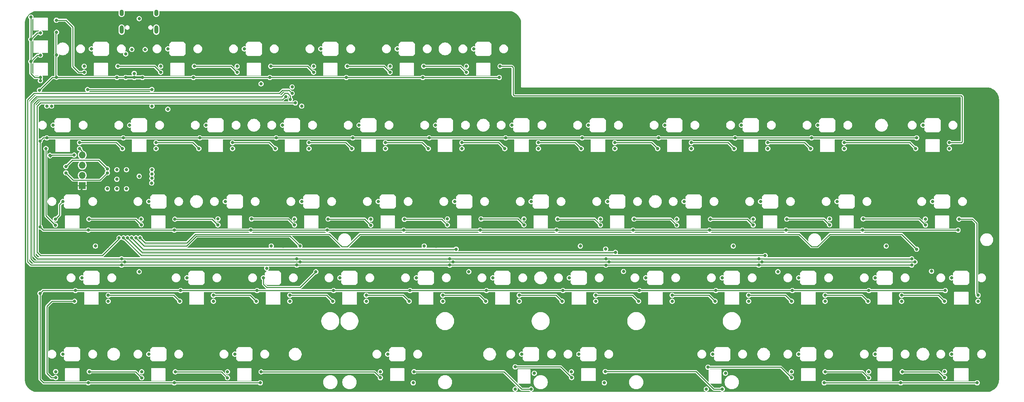
<source format=gbr>
G04 #@! TF.GenerationSoftware,KiCad,Pcbnew,8.0.8*
G04 #@! TF.CreationDate,2025-02-11T15:39:55+01:00*
G04 #@! TF.ProjectId,vootington V4N STM32G0B1CBT6,766f6f74-696e-4677-946f-6e2056344e20,rev?*
G04 #@! TF.SameCoordinates,Original*
G04 #@! TF.FileFunction,Copper,L1,Top*
G04 #@! TF.FilePolarity,Positive*
%FSLAX46Y46*%
G04 Gerber Fmt 4.6, Leading zero omitted, Abs format (unit mm)*
G04 Created by KiCad (PCBNEW 8.0.8) date 2025-02-11 15:39:55*
%MOMM*%
%LPD*%
G01*
G04 APERTURE LIST*
G04 #@! TA.AperFunction,ComponentPad*
%ADD10R,1.700000X1.700000*%
G04 #@! TD*
G04 #@! TA.AperFunction,ComponentPad*
%ADD11O,1.700000X1.700000*%
G04 #@! TD*
G04 #@! TA.AperFunction,ComponentPad*
%ADD12O,1.000000X1.600000*%
G04 #@! TD*
G04 #@! TA.AperFunction,ComponentPad*
%ADD13O,1.000000X2.100000*%
G04 #@! TD*
G04 #@! TA.AperFunction,ViaPad*
%ADD14C,0.800000*%
G04 #@! TD*
G04 #@! TA.AperFunction,Conductor*
%ADD15C,0.250000*%
G04 #@! TD*
G04 #@! TA.AperFunction,Conductor*
%ADD16C,0.500000*%
G04 #@! TD*
G04 APERTURE END LIST*
D10*
X41375000Y-56356250D03*
D11*
X41375000Y-53816250D03*
X41375000Y-51276250D03*
X41375000Y-48736250D03*
D12*
X51179000Y-13240625D03*
D13*
X51179000Y-17420625D03*
D12*
X59819000Y-13240625D03*
D13*
X59819000Y-17420625D03*
D14*
X65881250Y-82550000D03*
X32543750Y-44450000D03*
X180181250Y-82550000D03*
X197643750Y-67468750D03*
X103981250Y-82550000D03*
X84931250Y-82550000D03*
X146843750Y-44450000D03*
X256381250Y-82550000D03*
X203993750Y-44450000D03*
X102393750Y-67468750D03*
X223043750Y-44450000D03*
X64293750Y-67468750D03*
X226218750Y-105568750D03*
X50006250Y-29368750D03*
X237331250Y-82550000D03*
X216693750Y-67468750D03*
X42862500Y-105568750D03*
X249237500Y-44450000D03*
X51593750Y-44450000D03*
X165893750Y-44450000D03*
X235743750Y-67468750D03*
X126206250Y-29368750D03*
X161131250Y-82550000D03*
X199231250Y-82550000D03*
X184943750Y-44450000D03*
X30872000Y-66675000D03*
X69056250Y-29368750D03*
X123825000Y-105568750D03*
X34981250Y-23712250D03*
X89693750Y-44450000D03*
X140493750Y-67468750D03*
X159543750Y-67468750D03*
X218281250Y-82550000D03*
X88106250Y-29368750D03*
X264318750Y-105568750D03*
X39687500Y-82550000D03*
X64293750Y-105568750D03*
X123031250Y-82550000D03*
X85725000Y-105568750D03*
X245268750Y-105568750D03*
X127793750Y-44450000D03*
X34981250Y-29344750D03*
X121443750Y-67468750D03*
X142081250Y-82550000D03*
X108743750Y-44450000D03*
X178593750Y-67468750D03*
X30869887Y-83253275D03*
X52196055Y-29361092D03*
X30725044Y-32543750D03*
X171450000Y-105568750D03*
X259556250Y-67468750D03*
X56356250Y-29368750D03*
X83343750Y-67468750D03*
X54334089Y-29368750D03*
X42862500Y-67468750D03*
X145256250Y-29368750D03*
X107156250Y-29368750D03*
X34981250Y-18079750D03*
X30872000Y-45243750D03*
X70643750Y-44450000D03*
X34131250Y-41275000D03*
X58737500Y-53477350D03*
X47625000Y-57150000D03*
X134143750Y-60325000D03*
X40703500Y-47117000D03*
X72231250Y-41275000D03*
X97853500Y-47117000D03*
X53181250Y-41275000D03*
X207391000Y-85217000D03*
X201612500Y-103187500D03*
X62706250Y-22225000D03*
X188341000Y-85217000D03*
X117475000Y-98425000D03*
X151407694Y-64688560D03*
X75165166Y-64681674D03*
X218051796Y-102817213D03*
X214679704Y-77852846D03*
X56065792Y-64736411D03*
X155003500Y-47117000D03*
X96043750Y-36512500D03*
X171779629Y-72195690D03*
X124618750Y-79375000D03*
X117475000Y-98425000D03*
X126573454Y-71437500D03*
X250825000Y-41275000D03*
X52196055Y-23506189D03*
X219868750Y-79375000D03*
X53729951Y-22370497D03*
X137091505Y-26575155D03*
X47847250Y-85217000D03*
X33337500Y-48818750D03*
X30956250Y-23812500D03*
X124618750Y-79375000D03*
X237294441Y-102826775D03*
X212153500Y-47117000D03*
X186531250Y-41275000D03*
X118057654Y-26582992D03*
X229393750Y-60325000D03*
X96043750Y-60325000D03*
X86518750Y-79375000D03*
X34131250Y-41275000D03*
X67468750Y-79375000D03*
X60907654Y-26582992D03*
X34676825Y-64725845D03*
X148431250Y-41275000D03*
X78803500Y-47117000D03*
X174053500Y-47117000D03*
X93091000Y-85217000D03*
X110331250Y-41275000D03*
X50006250Y-52387500D03*
X129381250Y-41275000D03*
X241667204Y-71437500D03*
X219868750Y-98425000D03*
X55562500Y-77852846D03*
X238918750Y-98425000D03*
X76993750Y-60325000D03*
X77558776Y-102835094D03*
X224631250Y-41275000D03*
X57943750Y-98425000D03*
X167481250Y-41275000D03*
X227545463Y-64662224D03*
X226441000Y-85217000D03*
X231203500Y-47117000D03*
X169291000Y-85217000D03*
X53181250Y-41275000D03*
X105568750Y-79375000D03*
X30956250Y-29368750D03*
X115093750Y-60325000D03*
X57943750Y-60325000D03*
X58737500Y-36512500D03*
X39375941Y-48737743D03*
X257968750Y-98425000D03*
X105568750Y-79375000D03*
X79957654Y-26582992D03*
X34761802Y-102793287D03*
X36512500Y-60325000D03*
X36512500Y-60325000D03*
X76993750Y-60325000D03*
X137685954Y-77852846D03*
X219868750Y-98425000D03*
X165100000Y-98425000D03*
X162718750Y-79375000D03*
X165467204Y-71439515D03*
X36512500Y-98425000D03*
X116903500Y-47117000D03*
X55562500Y-14687500D03*
X181768750Y-79375000D03*
X50006250Y-54768750D03*
X30956250Y-18256250D03*
X54312456Y-28368981D03*
X181768750Y-79375000D03*
X208520000Y-64710598D03*
X110331250Y-41275000D03*
X28575000Y-19843750D03*
X57045765Y-22401128D03*
X41275000Y-79375000D03*
X57943750Y-60325000D03*
X257968750Y-98425000D03*
X30956250Y-30162500D03*
X162718750Y-79375000D03*
X191293750Y-60325000D03*
X153193750Y-60325000D03*
X99007654Y-26582992D03*
X257968750Y-79375000D03*
X229393750Y-60325000D03*
X100806250Y-22225000D03*
X219868750Y-79375000D03*
X79375000Y-98425000D03*
X87312500Y-76993750D03*
X203567204Y-71437500D03*
X165100000Y-98425000D03*
X50006250Y-57150000D03*
X264541000Y-85217000D03*
X96043750Y-60325000D03*
X52387500Y-52387500D03*
X198437500Y-98425000D03*
X238918750Y-79375000D03*
X143668750Y-79375000D03*
X134143750Y-60325000D03*
X86518750Y-79375000D03*
X58732394Y-54523912D03*
X251417155Y-64714326D03*
X150241000Y-85217000D03*
X205581250Y-41275000D03*
X148431250Y-41275000D03*
X115643164Y-102803683D03*
X172243750Y-60325000D03*
X79375000Y-98425000D03*
X252942508Y-77718749D03*
X85925000Y-30956250D03*
X91281250Y-41275000D03*
X153193750Y-60325000D03*
X176212500Y-77787500D03*
X112141000Y-85217000D03*
X170468864Y-64710598D03*
X57943750Y-98425000D03*
X58679462Y-55715587D03*
X28575000Y-25400000D03*
X32543750Y-36512500D03*
X41857654Y-26582992D03*
X52387500Y-57150000D03*
X238918750Y-98425000D03*
X72231250Y-41275000D03*
X138906250Y-22225000D03*
X167481250Y-41275000D03*
X253206250Y-60325000D03*
X113254553Y-64768221D03*
X150812500Y-98425000D03*
X210343750Y-60325000D03*
X172243750Y-60325000D03*
X99585954Y-77852846D03*
X143668750Y-79375000D03*
X186531250Y-41275000D03*
X91281250Y-41275000D03*
X36512500Y-98425000D03*
X253206250Y-60325000D03*
X200818750Y-79375000D03*
X52387500Y-57150000D03*
X44655800Y-71437500D03*
X250825000Y-41275000D03*
X74041000Y-85217000D03*
X119856250Y-22225000D03*
X238918750Y-79375000D03*
X153987500Y-103187500D03*
X245491000Y-85217000D03*
X43656250Y-22225000D03*
X81756250Y-22225000D03*
X257968750Y-79375000D03*
X196850000Y-107156250D03*
X41275000Y-79375000D03*
X115093750Y-60325000D03*
X256211185Y-102778787D03*
X193103500Y-47117000D03*
X129381250Y-41275000D03*
X149225000Y-107156250D03*
X67468750Y-79375000D03*
X93662500Y-31750000D03*
X163254694Y-102812468D03*
X205581250Y-41275000D03*
X59753500Y-47117000D03*
X56179568Y-102837221D03*
X189499106Y-64733776D03*
X198437500Y-98425000D03*
X257397250Y-47117000D03*
X131191000Y-85217000D03*
X88473454Y-71437500D03*
X132345154Y-64682992D03*
X200818750Y-79375000D03*
X94249611Y-64705077D03*
X191293750Y-60325000D03*
X210343750Y-60325000D03*
X33733366Y-36512500D03*
X135953500Y-47117000D03*
X28575000Y-14287500D03*
X62706250Y-37306250D03*
X85725000Y-19843750D03*
X40481250Y-96043750D03*
X114300000Y-38893750D03*
X261937500Y-76993750D03*
X38100000Y-38893750D03*
X61912500Y-57943750D03*
X128587500Y-76993750D03*
X95250000Y-38893750D03*
X168434389Y-71545450D03*
X45243750Y-76993750D03*
X109537500Y-76993750D03*
X169068750Y-96043750D03*
X123825000Y-19843750D03*
X71437500Y-76993750D03*
X104775000Y-19843750D03*
X209550000Y-38893750D03*
X223837500Y-96043750D03*
X119062500Y-57943750D03*
X242887500Y-96043750D03*
X223837500Y-76993750D03*
X47625000Y-71545450D03*
X88494200Y-30989440D03*
X152400000Y-38893750D03*
X244691283Y-71489145D03*
X47625000Y-19843750D03*
X142875000Y-19843750D03*
X91442654Y-71470690D03*
X70643750Y-36512500D03*
X61912500Y-96043750D03*
X90487500Y-76993750D03*
X261937500Y-96043750D03*
X254793750Y-38893750D03*
X147637500Y-76993750D03*
X214312500Y-57943750D03*
X66675000Y-19843750D03*
X185737500Y-76993750D03*
X58737500Y-57165587D03*
X195262500Y-57943750D03*
X206554859Y-71489145D03*
X40481250Y-57943750D03*
X257175000Y-57943750D03*
X76200000Y-38893750D03*
X228600000Y-38893750D03*
X55562500Y-52387500D03*
X57150000Y-38893750D03*
X133350000Y-38893750D03*
X55562500Y-55562500D03*
X176212500Y-57943750D03*
X242887500Y-76993750D03*
X100012500Y-57943750D03*
X233362500Y-57943750D03*
X204787500Y-76993750D03*
X171450000Y-38893750D03*
X202406250Y-96043750D03*
X157162500Y-57943750D03*
X121443750Y-96043750D03*
X83343750Y-96043750D03*
X154781250Y-96043750D03*
X80962500Y-57943750D03*
X190500000Y-38893750D03*
X36512500Y-55956250D03*
X69550825Y-36553765D03*
X129540639Y-71506250D03*
X138112500Y-57943750D03*
X166687500Y-76993750D03*
X34925000Y-15081250D03*
X41857654Y-28070658D03*
X60907654Y-28070658D03*
X50239654Y-26582992D03*
X79957654Y-28070658D03*
X69289654Y-26582992D03*
X99007654Y-28070658D03*
X88339654Y-26582992D03*
X94456250Y-35718750D03*
X50558938Y-69385900D03*
X118057654Y-28070658D03*
X107389654Y-26582992D03*
X137091505Y-28062821D03*
X126439654Y-26582992D03*
X212153500Y-45629334D03*
X222821500Y-47117000D03*
X203771500Y-47117000D03*
X193103500Y-45629334D03*
X174053500Y-45629334D03*
X184721500Y-47117000D03*
X55768753Y-69385900D03*
X249237500Y-72231250D03*
X257397250Y-45629334D03*
X145473505Y-26575155D03*
X165671500Y-47117000D03*
X155003500Y-45629334D03*
X40715779Y-45622085D03*
X51383500Y-47129000D03*
X179959000Y-85217000D03*
X169291000Y-83729334D03*
X249015250Y-47117000D03*
X231203500Y-45629334D03*
X159789694Y-64688560D03*
X170468864Y-66198264D03*
X211504704Y-73818750D03*
X51663709Y-69385900D03*
X94823454Y-74612500D03*
X248017204Y-74612500D03*
X92075000Y-34131250D03*
X51167204Y-74612500D03*
X209917204Y-74612500D03*
X132923454Y-74612500D03*
X171817204Y-74614515D03*
X51960954Y-75406250D03*
X172610954Y-75408265D03*
X133717204Y-75406250D03*
X93235088Y-34878338D03*
X248810954Y-75406250D03*
X95617204Y-75406250D03*
X210710954Y-75406250D03*
X52663712Y-69385900D03*
X174198454Y-73027015D03*
X132923454Y-76200000D03*
X171817204Y-76202015D03*
X93662500Y-33337500D03*
X94823454Y-76200000D03*
X51167204Y-76200000D03*
X209917204Y-76200000D03*
X248017204Y-76200000D03*
X251417155Y-66201992D03*
X235927463Y-64662224D03*
X216902000Y-64710598D03*
X227545463Y-66149890D03*
X197881106Y-64733776D03*
X208520000Y-66198264D03*
X140727154Y-64682992D03*
X151407694Y-66176226D03*
X121636553Y-64768221D03*
X132345154Y-66170658D03*
X102631611Y-64705077D03*
X113254553Y-66255887D03*
X94249611Y-66192743D03*
X83547166Y-64681674D03*
X43058825Y-64725845D03*
X56079308Y-66138409D03*
X237280542Y-104322760D03*
X226433796Y-102817213D03*
X218051796Y-104304879D03*
X197260955Y-101671773D03*
X53663715Y-69385900D03*
X134510954Y-72231250D03*
X95617204Y-71437500D03*
X54768750Y-69385900D03*
X146621500Y-47117000D03*
X135953500Y-45629334D03*
X127571500Y-47117000D03*
X116903500Y-45629334D03*
X37306250Y-51593750D03*
X47637652Y-52168595D03*
X108521500Y-47117000D03*
X97853500Y-45629334D03*
X89471500Y-47117000D03*
X78803500Y-45629334D03*
X70421500Y-47117000D03*
X59753500Y-45629334D03*
X32321500Y-47117000D03*
X34676825Y-66213511D03*
X264541000Y-83729334D03*
X259799155Y-64714326D03*
X178850864Y-64710598D03*
X189499106Y-66221442D03*
X64447792Y-64736411D03*
X75165166Y-66169340D03*
X256159000Y-85217000D03*
X245491000Y-83729334D03*
X47625000Y-53181250D03*
X37306250Y-53181250D03*
X226441000Y-83729334D03*
X237109000Y-85217000D03*
X207391000Y-83729334D03*
X218059000Y-85217000D03*
X42699799Y-32381049D03*
X58707500Y-32363518D03*
X42699799Y-32381049D03*
X163290250Y-104267000D03*
X149225000Y-101600000D03*
X153193750Y-107156250D03*
X124025164Y-102803683D03*
X85940776Y-102835094D03*
X115643164Y-104291349D03*
X77558776Y-104322760D03*
X64561568Y-102837221D03*
X188341000Y-83729334D03*
X199009000Y-85217000D03*
X150241000Y-83729334D03*
X160909000Y-85217000D03*
X141859000Y-85217000D03*
X131191000Y-83729334D03*
X112141000Y-83729334D03*
X122809000Y-85217000D03*
X103759000Y-85217000D03*
X93091000Y-83729334D03*
X74041000Y-83729334D03*
X84709000Y-85217000D03*
X47847250Y-83729334D03*
X65659000Y-85217000D03*
X39465250Y-85217000D03*
X34761802Y-104280953D03*
X256211185Y-104266453D03*
X245662542Y-102835094D03*
X200818750Y-107156250D03*
X171672250Y-102779334D03*
X56179568Y-104324887D03*
X43143802Y-102793287D03*
X58737500Y-52387500D03*
X55562500Y-54018750D03*
D15*
X245508112Y-68501862D02*
X249237500Y-72231250D01*
X227625156Y-68501862D02*
X245508112Y-68501862D01*
X224552018Y-71575000D02*
X227625156Y-68501862D01*
X223043750Y-71575000D02*
X224552018Y-71575000D01*
X219970612Y-68501862D02*
X223043750Y-71575000D01*
X110532610Y-68501862D02*
X219970612Y-68501862D01*
X107459472Y-71575000D02*
X110532610Y-68501862D01*
X106030436Y-71575000D02*
X107459472Y-71575000D01*
X102957298Y-68501862D02*
X106030436Y-71575000D01*
X67468750Y-70643750D02*
X69610638Y-68501862D01*
X57026603Y-70643750D02*
X67468750Y-70643750D01*
X69610638Y-68501862D02*
X102957298Y-68501862D01*
X55768753Y-69385900D02*
X57026603Y-70643750D01*
X31665750Y-44450000D02*
X30872000Y-45243750D01*
X34981250Y-29344750D02*
X35005250Y-29368750D01*
X226218750Y-105568750D02*
X264318750Y-105568750D01*
X34787500Y-23906000D02*
X34981250Y-23712250D01*
X34787500Y-18273500D02*
X34787500Y-24606250D01*
D16*
X52203713Y-29368750D02*
X52196055Y-29361092D01*
D15*
X32543750Y-44450000D02*
X249237500Y-44450000D01*
X34787500Y-24606250D02*
X34787500Y-29151000D01*
X34981250Y-18079750D02*
X34787500Y-18273500D01*
X30869887Y-83253275D02*
X30869887Y-104688637D01*
X42862500Y-67468750D02*
X31665750Y-67468750D01*
X35005250Y-29368750D02*
X145256250Y-29368750D01*
X259556250Y-67468750D02*
X42862500Y-67468750D01*
X31665750Y-67468750D02*
X30872000Y-66675000D01*
X31573162Y-82550000D02*
X256381250Y-82550000D01*
X31750000Y-105568750D02*
X85725000Y-105568750D01*
D16*
X56356250Y-29368750D02*
X52203713Y-29368750D01*
D15*
X31665750Y-44450000D02*
X32543750Y-44450000D01*
X30872000Y-66675000D02*
X30872000Y-45243750D01*
X33924044Y-29344750D02*
X34981250Y-29344750D01*
X34787500Y-24606250D02*
X34787500Y-23906000D01*
X30869887Y-83253275D02*
X31573162Y-82550000D01*
X30725044Y-32543750D02*
X33924044Y-29344750D01*
X30869887Y-104688637D02*
X31750000Y-105568750D01*
X34787500Y-29151000D02*
X34981250Y-29344750D01*
X29558052Y-29368750D02*
X28575000Y-28385698D01*
X33337500Y-49212500D02*
X33812257Y-48737743D01*
X41275000Y-48736250D02*
X41275000Y-47688500D01*
X30162500Y-23812500D02*
X30956250Y-23812500D01*
X28575000Y-19843750D02*
X30162500Y-18256250D01*
X86518750Y-80962500D02*
X86518750Y-79375000D01*
X34676825Y-64725845D02*
X35718750Y-63683920D01*
X30956250Y-29368750D02*
X30956250Y-30162500D01*
X99585954Y-77852846D02*
X95682550Y-81756250D01*
X28575000Y-25400000D02*
X30162500Y-23812500D01*
X35718750Y-63683920D02*
X35718750Y-61118750D01*
X87312500Y-81756250D02*
X86518750Y-80962500D01*
X41275000Y-47688500D02*
X40703500Y-47117000D01*
X95682550Y-81756250D02*
X87312500Y-81756250D01*
X35718750Y-61118750D02*
X36512500Y-60325000D01*
X28575000Y-28385698D02*
X28575000Y-25400000D01*
X30162500Y-18256250D02*
X30956250Y-18256250D01*
X30956250Y-29368750D02*
X29558052Y-29368750D01*
X33812257Y-48737743D02*
X39375941Y-48737743D01*
X28575000Y-14287500D02*
X28575000Y-25400000D01*
X40481250Y-57943750D02*
X37306250Y-57943750D01*
X58737500Y-57165587D02*
X59515663Y-57943750D01*
X242887500Y-76993750D02*
X261937500Y-76993750D01*
X59515663Y-57943750D02*
X61912500Y-57943750D01*
X41375000Y-56356250D02*
X41375000Y-57050000D01*
X37306250Y-57943750D02*
X36512500Y-57150000D01*
X40481250Y-57943750D02*
X61912500Y-57943750D01*
X41375000Y-57050000D02*
X40481250Y-57943750D01*
X36512500Y-57150000D02*
X36512500Y-55956250D01*
X34925000Y-15081250D02*
X37306250Y-15081250D01*
X40481250Y-28070658D02*
X39031250Y-26620658D01*
X39031250Y-16806250D02*
X37306250Y-15081250D01*
X39031250Y-26620658D02*
X39031250Y-16806250D01*
X41857654Y-28070658D02*
X40481250Y-28070658D01*
X59419988Y-26582992D02*
X60907654Y-28070658D01*
X50239654Y-26582992D02*
X59419988Y-26582992D01*
X69289654Y-26582992D02*
X78469988Y-26582992D01*
X78469988Y-26582992D02*
X79957654Y-28070658D01*
X97519988Y-26582992D02*
X99007654Y-28070658D01*
X88339654Y-26582992D02*
X97519988Y-26582992D01*
X30940057Y-35718750D02*
X30147000Y-36511807D01*
X30956250Y-73818750D02*
X46377005Y-73818750D01*
X30162500Y-46037500D02*
X30147000Y-46053000D01*
X94456250Y-35718750D02*
X30940057Y-35718750D01*
X46377005Y-73818750D02*
X50558938Y-69636817D01*
X50558938Y-69636817D02*
X50558938Y-69385900D01*
X30162500Y-73025000D02*
X30956250Y-73818750D01*
X30147000Y-73025000D02*
X30162500Y-73025000D01*
X30147000Y-46053000D02*
X30147000Y-73025000D01*
X30147000Y-36511807D02*
X30147000Y-46022000D01*
X30147000Y-46022000D02*
X30162500Y-46037500D01*
X116569988Y-26582992D02*
X118057654Y-28070658D01*
X107389654Y-26582992D02*
X116569988Y-26582992D01*
X135611676Y-26582992D02*
X137091505Y-28062821D01*
X126439654Y-26582992D02*
X135611676Y-26582992D01*
X221333834Y-45629334D02*
X212153500Y-45629334D01*
X222821500Y-47117000D02*
X221333834Y-45629334D01*
X202283834Y-45629334D02*
X193103500Y-45629334D01*
X203771500Y-47117000D02*
X202283834Y-45629334D01*
X184721500Y-47117000D02*
X183233834Y-45629334D01*
X183233834Y-45629334D02*
X174053500Y-45629334D01*
X260604000Y-45466000D02*
X260604000Y-34163000D01*
X149002750Y-33909000D02*
X148717000Y-33623250D01*
X148368155Y-26575155D02*
X145473505Y-26575155D01*
X260440666Y-45629334D02*
X260604000Y-45466000D01*
X148717000Y-26924000D02*
X148368155Y-26575155D01*
X257397250Y-45629334D02*
X260440666Y-45629334D01*
X260604000Y-34163000D02*
X260350000Y-33909000D01*
X260350000Y-33909000D02*
X149002750Y-33909000D01*
X148717000Y-33623250D02*
X148717000Y-26924000D01*
X164183834Y-45629334D02*
X155003500Y-45629334D01*
X165671500Y-47117000D02*
X164183834Y-45629334D01*
X40715779Y-45622085D02*
X49876585Y-45622085D01*
X49876585Y-45622085D02*
X51371500Y-47117000D01*
X169291000Y-83729334D02*
X178471334Y-83729334D01*
X178471334Y-83729334D02*
X179959000Y-85217000D01*
X247527584Y-45629334D02*
X231203500Y-45629334D01*
X249015250Y-47117000D02*
X247527584Y-45629334D01*
X159789694Y-64688560D02*
X168959160Y-64688560D01*
X168959160Y-64688560D02*
X170468864Y-66198264D01*
X51663709Y-69411202D02*
X56071257Y-73818750D01*
X51663709Y-69385900D02*
X51663709Y-69411202D01*
X56071257Y-73818750D02*
X211504704Y-73818750D01*
X30162500Y-74612500D02*
X51167204Y-74612500D01*
X51167204Y-74612500D02*
X248017204Y-74612500D01*
X30406050Y-34925000D02*
X91281250Y-34925000D01*
X30162500Y-74612500D02*
X29368750Y-73818750D01*
X29368750Y-73818750D02*
X29368750Y-35962300D01*
X29368750Y-35962300D02*
X30406050Y-34925000D01*
X92075000Y-34131250D02*
X91281250Y-34925000D01*
X92595188Y-33337500D02*
X93235088Y-33977400D01*
X91049695Y-34131250D02*
X91843445Y-33337500D01*
X29935140Y-34131250D02*
X91049695Y-34131250D01*
X28575000Y-74612500D02*
X28575000Y-35491390D01*
X51960954Y-75406250D02*
X29368750Y-75406250D01*
X28575000Y-35491390D02*
X29935140Y-34131250D01*
X29368750Y-75406250D02*
X28575000Y-74612500D01*
X93235088Y-33977400D02*
X93235088Y-34878338D01*
X51960954Y-75406250D02*
X248810954Y-75406250D01*
X91843445Y-33337500D02*
X92595188Y-33337500D01*
X52663712Y-69385900D02*
X52663712Y-69411202D01*
X56277510Y-73025000D02*
X174196439Y-73025000D01*
X174196439Y-73025000D02*
X174198454Y-73027015D01*
X52663712Y-69411202D02*
X56277510Y-73025000D01*
X91281250Y-32543750D02*
X92868750Y-32543750D01*
X27781250Y-75406250D02*
X27781250Y-34925000D01*
X28575000Y-76200000D02*
X51167204Y-76200000D01*
X92868750Y-32543750D02*
X93662500Y-33337500D01*
X51167204Y-76200000D02*
X248017204Y-76200000D01*
X90487500Y-33337500D02*
X91281250Y-32543750D01*
X28575000Y-76200000D02*
X27781250Y-75406250D01*
X27781250Y-34925000D02*
X29368750Y-33337500D01*
X29368750Y-33337500D02*
X90487500Y-33337500D01*
X235927463Y-64662224D02*
X249877387Y-64662224D01*
X249877387Y-64662224D02*
X251417155Y-66201992D01*
X216902000Y-64710598D02*
X226106171Y-64710598D01*
X226106171Y-64710598D02*
X227545463Y-66149890D01*
X207055512Y-64733776D02*
X208520000Y-66198264D01*
X197881106Y-64733776D02*
X207055512Y-64733776D01*
X140727154Y-64682992D02*
X149914460Y-64682992D01*
X149914460Y-64682992D02*
X151407694Y-66176226D01*
X130942717Y-64768221D02*
X132345154Y-66170658D01*
X121636553Y-64768221D02*
X130942717Y-64768221D01*
X111703743Y-64705077D02*
X113254553Y-66255887D01*
X102631611Y-64705077D02*
X111703743Y-64705077D01*
X83547166Y-64681674D02*
X92738542Y-64681674D01*
X92738542Y-64681674D02*
X94249611Y-66192743D01*
X43058825Y-64725845D02*
X54666744Y-64725845D01*
X54666744Y-64725845D02*
X56079308Y-66138409D01*
X235774995Y-102817213D02*
X237280542Y-104322760D01*
X226433796Y-102817213D02*
X235774995Y-102817213D01*
X197260955Y-101671773D02*
X215418690Y-101671773D01*
X215418690Y-101671773D02*
X218051796Y-104304879D01*
X56509065Y-72231250D02*
X53663715Y-69385900D01*
X134510954Y-72231250D02*
X56509065Y-72231250D01*
X93131566Y-68951862D02*
X69850000Y-68951862D01*
X69850000Y-68951862D02*
X67364362Y-71437500D01*
X67364362Y-71437500D02*
X56795048Y-71437500D01*
X56795048Y-71437500D02*
X54768750Y-69411202D01*
X95617204Y-71437500D02*
X93131566Y-68951862D01*
X54768750Y-69411202D02*
X54768750Y-69385900D01*
X145133834Y-45629334D02*
X135953500Y-45629334D01*
X146621500Y-47117000D02*
X145133834Y-45629334D01*
X126083834Y-45629334D02*
X116903500Y-45629334D01*
X127571500Y-47117000D02*
X126083834Y-45629334D01*
X45475307Y-50006250D02*
X38893750Y-50006250D01*
X38893750Y-50006250D02*
X37306250Y-51593750D01*
X47637652Y-52168595D02*
X45475307Y-50006250D01*
X108521500Y-47117000D02*
X107033834Y-45629334D01*
X107033834Y-45629334D02*
X97853500Y-45629334D01*
X87983834Y-45629334D02*
X89471500Y-47117000D01*
X87983834Y-45629334D02*
X78803500Y-45629334D01*
X70421500Y-47117000D02*
X68933834Y-45629334D01*
X68933834Y-45629334D02*
X59753500Y-45629334D01*
X34676825Y-66213511D02*
X32321500Y-63858186D01*
X32321500Y-63858186D02*
X32321500Y-47117000D01*
X264541000Y-83729334D02*
X264205000Y-83393334D01*
X259799155Y-64714326D02*
X263151826Y-64714326D01*
X263151826Y-64714326D02*
X264205000Y-65767500D01*
X264205000Y-83393334D02*
X264205000Y-65767500D01*
X178850864Y-64710598D02*
X187988262Y-64710598D01*
X187988262Y-64710598D02*
X189499106Y-66221442D01*
X64447792Y-64736411D02*
X73732237Y-64736411D01*
X73732237Y-64736411D02*
X75165166Y-66169340D01*
X245491000Y-83729334D02*
X254671334Y-83729334D01*
X254671334Y-83729334D02*
X256159000Y-85217000D01*
X47625000Y-53181250D02*
X45815000Y-54991250D01*
X39116250Y-54991250D02*
X37306250Y-53181250D01*
X45815000Y-54991250D02*
X39116250Y-54991250D01*
X226441000Y-83729334D02*
X235621334Y-83729334D01*
X235621334Y-83729334D02*
X237109000Y-85217000D01*
X216571334Y-83729334D02*
X218059000Y-85217000D01*
X207391000Y-83729334D02*
X216571334Y-83729334D01*
X58707500Y-32363518D02*
X58689969Y-32381049D01*
X58689969Y-32381049D02*
X42699799Y-32381049D01*
X160623250Y-101600000D02*
X163290250Y-104267000D01*
X149225000Y-101600000D02*
X160623250Y-101600000D01*
X150812500Y-107156250D02*
X153193750Y-107156250D01*
X124025164Y-102803683D02*
X146459933Y-102803683D01*
X146459933Y-102803683D02*
X150812500Y-107156250D01*
X85940776Y-102835094D02*
X114186909Y-102835094D01*
X114186909Y-102835094D02*
X115643164Y-104291349D01*
X76073237Y-102837221D02*
X77558776Y-104322760D01*
X64561568Y-102837221D02*
X76073237Y-102837221D01*
X197521334Y-83729334D02*
X199009000Y-85217000D01*
X188341000Y-83729334D02*
X197521334Y-83729334D01*
X150241000Y-83729334D02*
X159421334Y-83729334D01*
X159421334Y-83729334D02*
X160909000Y-85217000D01*
X140371334Y-83729334D02*
X141859000Y-85217000D01*
X131191000Y-83729334D02*
X140371334Y-83729334D01*
X112141000Y-83729334D02*
X121321334Y-83729334D01*
X121321334Y-83729334D02*
X122809000Y-85217000D01*
X93091000Y-83729334D02*
X102271334Y-83729334D01*
X102271334Y-83729334D02*
X103759000Y-85217000D01*
X74041000Y-83729334D02*
X83221334Y-83729334D01*
X83221334Y-83729334D02*
X84709000Y-85217000D01*
X64171334Y-83729334D02*
X65659000Y-85217000D01*
X47847250Y-83729334D02*
X64171334Y-83729334D01*
X32543750Y-103187500D02*
X33637203Y-104280953D01*
X39465250Y-85217000D02*
X33845500Y-85217000D01*
X33845500Y-85217000D02*
X32543750Y-86518750D01*
X33637203Y-104280953D02*
X34761802Y-104280953D01*
X32543750Y-86518750D02*
X32543750Y-103187500D01*
X254779826Y-102835094D02*
X256211185Y-104266453D01*
X245662542Y-102835094D02*
X254779826Y-102835094D01*
X198694893Y-107156250D02*
X200818750Y-107156250D01*
X171672250Y-102779334D02*
X194317977Y-102779334D01*
X194317977Y-102779334D02*
X198694893Y-107156250D01*
X54647968Y-102793287D02*
X56179568Y-104324887D01*
X43143802Y-102793287D02*
X54647968Y-102793287D01*
G04 #@! TA.AperFunction,Conductor*
G36*
X30539342Y-67235057D02*
G01*
X30639635Y-67287696D01*
X30793015Y-67325500D01*
X30793018Y-67325500D01*
X30950982Y-67325500D01*
X30950985Y-67325500D01*
X30977161Y-67319048D01*
X30985862Y-67320373D01*
X30988045Y-67322082D01*
X31365275Y-67699312D01*
X31435188Y-67769225D01*
X31520812Y-67818660D01*
X31568563Y-67831455D01*
X31616314Y-67844250D01*
X31616315Y-67844250D01*
X42325236Y-67844250D01*
X42333368Y-67847618D01*
X42334700Y-67849217D01*
X42372017Y-67903280D01*
X42372019Y-67903282D01*
X42372021Y-67903284D01*
X42439584Y-67963138D01*
X42490260Y-68008033D01*
X42630135Y-68081446D01*
X42783515Y-68119250D01*
X42783518Y-68119250D01*
X42941482Y-68119250D01*
X42941485Y-68119250D01*
X43094865Y-68081446D01*
X43234740Y-68008033D01*
X43352983Y-67903280D01*
X43390300Y-67849217D01*
X43397691Y-67844438D01*
X43399764Y-67844250D01*
X63756486Y-67844250D01*
X63764618Y-67847618D01*
X63765950Y-67849217D01*
X63803267Y-67903280D01*
X63803269Y-67903282D01*
X63803271Y-67903284D01*
X63870834Y-67963138D01*
X63921510Y-68008033D01*
X64061385Y-68081446D01*
X64214765Y-68119250D01*
X64214768Y-68119250D01*
X64372732Y-68119250D01*
X64372735Y-68119250D01*
X64526115Y-68081446D01*
X64665990Y-68008033D01*
X64784233Y-67903280D01*
X64821550Y-67849217D01*
X64828941Y-67844438D01*
X64831014Y-67844250D01*
X82806486Y-67844250D01*
X82814618Y-67847618D01*
X82815950Y-67849217D01*
X82853267Y-67903280D01*
X82853269Y-67903282D01*
X82853271Y-67903284D01*
X82920834Y-67963138D01*
X82971510Y-68008033D01*
X83111385Y-68081446D01*
X83201660Y-68103696D01*
X83208749Y-68108913D01*
X83210074Y-68117614D01*
X83204857Y-68124703D01*
X83198908Y-68126362D01*
X69561202Y-68126362D01*
X69513451Y-68139157D01*
X69465701Y-68151951D01*
X69380076Y-68201386D01*
X67316581Y-70264882D01*
X67308449Y-70268250D01*
X57186904Y-70268250D01*
X57178772Y-70264882D01*
X56414537Y-69500647D01*
X56411169Y-69492515D01*
X56411253Y-69491129D01*
X56424031Y-69385901D01*
X56424031Y-69385898D01*
X56404990Y-69229084D01*
X56404990Y-69229082D01*
X56348973Y-69081377D01*
X56259236Y-68951370D01*
X56259233Y-68951367D01*
X56259231Y-68951365D01*
X56140995Y-68846619D01*
X56140993Y-68846617D01*
X56001118Y-68773204D01*
X55847738Y-68735400D01*
X55689768Y-68735400D01*
X55536388Y-68773204D01*
X55536386Y-68773205D01*
X55396514Y-68846616D01*
X55396510Y-68846619D01*
X55278267Y-68951372D01*
X55278266Y-68951373D01*
X55278211Y-68951454D01*
X55278174Y-68951477D01*
X55277806Y-68951893D01*
X55277690Y-68951790D01*
X55270816Y-68956228D01*
X55262212Y-68954375D01*
X55259707Y-68951869D01*
X55259689Y-68951886D01*
X55259420Y-68951582D01*
X55259289Y-68951451D01*
X55259235Y-68951373D01*
X55259234Y-68951372D01*
X55259233Y-68951370D01*
X55259230Y-68951367D01*
X55259228Y-68951365D01*
X55140992Y-68846619D01*
X55140990Y-68846617D01*
X55001115Y-68773204D01*
X54847735Y-68735400D01*
X54689765Y-68735400D01*
X54536385Y-68773204D01*
X54536383Y-68773205D01*
X54396511Y-68846616D01*
X54396507Y-68846619D01*
X54278271Y-68951365D01*
X54278265Y-68951372D01*
X54225696Y-69027531D01*
X54218305Y-69032310D01*
X54209699Y-69030462D01*
X54206768Y-69027531D01*
X54154344Y-68951582D01*
X54154198Y-68951370D01*
X54154195Y-68951367D01*
X54154193Y-68951365D01*
X54035957Y-68846619D01*
X54035955Y-68846617D01*
X53896080Y-68773204D01*
X53742700Y-68735400D01*
X53584730Y-68735400D01*
X53431350Y-68773204D01*
X53431348Y-68773205D01*
X53291476Y-68846616D01*
X53291472Y-68846619D01*
X53173229Y-68951372D01*
X53173228Y-68951373D01*
X53173173Y-68951454D01*
X53173136Y-68951477D01*
X53172768Y-68951893D01*
X53172652Y-68951790D01*
X53165778Y-68956228D01*
X53157174Y-68954375D01*
X53154669Y-68951869D01*
X53154651Y-68951886D01*
X53154382Y-68951582D01*
X53154251Y-68951451D01*
X53154197Y-68951373D01*
X53154196Y-68951372D01*
X53154195Y-68951370D01*
X53154192Y-68951367D01*
X53154190Y-68951365D01*
X53035954Y-68846619D01*
X53035952Y-68846617D01*
X52896077Y-68773204D01*
X52742697Y-68735400D01*
X52584727Y-68735400D01*
X52431347Y-68773204D01*
X52431345Y-68773205D01*
X52291473Y-68846616D01*
X52291469Y-68846619D01*
X52173226Y-68951372D01*
X52173225Y-68951373D01*
X52173170Y-68951454D01*
X52173133Y-68951477D01*
X52172765Y-68951893D01*
X52172649Y-68951790D01*
X52165775Y-68956228D01*
X52157171Y-68954375D01*
X52154666Y-68951869D01*
X52154648Y-68951886D01*
X52154379Y-68951582D01*
X52154248Y-68951451D01*
X52154194Y-68951373D01*
X52154193Y-68951372D01*
X52154192Y-68951370D01*
X52154189Y-68951367D01*
X52154187Y-68951365D01*
X52035951Y-68846619D01*
X52035949Y-68846617D01*
X51896074Y-68773204D01*
X51742694Y-68735400D01*
X51584724Y-68735400D01*
X51431344Y-68773204D01*
X51431342Y-68773205D01*
X51291470Y-68846616D01*
X51291466Y-68846619D01*
X51173230Y-68951365D01*
X51173224Y-68951372D01*
X51120787Y-69027340D01*
X51113396Y-69032119D01*
X51104790Y-69030271D01*
X51101859Y-69027340D01*
X51090686Y-69011153D01*
X51049421Y-68951370D01*
X51049418Y-68951367D01*
X51049416Y-68951365D01*
X50931180Y-68846619D01*
X50931178Y-68846617D01*
X50791303Y-68773204D01*
X50637923Y-68735400D01*
X50479953Y-68735400D01*
X50326573Y-68773204D01*
X50326571Y-68773205D01*
X50186699Y-68846616D01*
X50186695Y-68846619D01*
X50068459Y-68951365D01*
X50068453Y-68951372D01*
X49978718Y-69081377D01*
X49922701Y-69229083D01*
X49922700Y-69229084D01*
X49903660Y-69385898D01*
X49903660Y-69385901D01*
X49922700Y-69542714D01*
X49922700Y-69542715D01*
X49922701Y-69542718D01*
X49965274Y-69654976D01*
X49974864Y-69680263D01*
X49974598Y-69689061D01*
X49972243Y-69692473D01*
X46224836Y-73439882D01*
X46216704Y-73443250D01*
X31116551Y-73443250D01*
X31108419Y-73439882D01*
X30525868Y-72857331D01*
X30522500Y-72849199D01*
X30522500Y-71437498D01*
X44000522Y-71437498D01*
X44000522Y-71437501D01*
X44019562Y-71594315D01*
X44019563Y-71594318D01*
X44075580Y-71742023D01*
X44165317Y-71872030D01*
X44165319Y-71872032D01*
X44165321Y-71872034D01*
X44186918Y-71891167D01*
X44283560Y-71976783D01*
X44423435Y-72050196D01*
X44576815Y-72088000D01*
X44576818Y-72088000D01*
X44734782Y-72088000D01*
X44734785Y-72088000D01*
X44888165Y-72050196D01*
X45028040Y-71976783D01*
X45146283Y-71872030D01*
X45236020Y-71742023D01*
X45292037Y-71594318D01*
X45311078Y-71437500D01*
X45292037Y-71280682D01*
X45236020Y-71132977D01*
X45146283Y-71002970D01*
X45146280Y-71002967D01*
X45146278Y-71002965D01*
X45028042Y-70898219D01*
X45028040Y-70898217D01*
X44888165Y-70824804D01*
X44734785Y-70787000D01*
X44576815Y-70787000D01*
X44423435Y-70824804D01*
X44423433Y-70824805D01*
X44283561Y-70898216D01*
X44283557Y-70898219D01*
X44165321Y-71002965D01*
X44165315Y-71002972D01*
X44075580Y-71132977D01*
X44019563Y-71280683D01*
X44019562Y-71280684D01*
X44000522Y-71437498D01*
X30522500Y-71437498D01*
X30522500Y-67245241D01*
X30525868Y-67237109D01*
X30534000Y-67233741D01*
X30539342Y-67235057D01*
G37*
G04 #@! TD.AperFunction*
G04 #@! TA.AperFunction,Conductor*
G36*
X92979397Y-69330730D02*
G01*
X94971419Y-71322752D01*
X94974787Y-71330884D01*
X94974703Y-71332270D01*
X94961926Y-71437498D01*
X94961926Y-71437501D01*
X94980966Y-71594315D01*
X94980967Y-71594318D01*
X95036984Y-71742023D01*
X95077145Y-71800206D01*
X95103037Y-71837717D01*
X95104885Y-71846323D01*
X95100106Y-71853714D01*
X95093573Y-71855750D01*
X88997085Y-71855750D01*
X88988953Y-71852382D01*
X88985585Y-71844250D01*
X88987621Y-71837717D01*
X89004682Y-71813000D01*
X89053674Y-71742023D01*
X89109691Y-71594318D01*
X89128732Y-71437500D01*
X89109691Y-71280682D01*
X89053674Y-71132977D01*
X88963937Y-71002970D01*
X88963934Y-71002967D01*
X88963932Y-71002965D01*
X88845696Y-70898219D01*
X88845694Y-70898217D01*
X88705819Y-70824804D01*
X88552439Y-70787000D01*
X88394469Y-70787000D01*
X88241089Y-70824804D01*
X88241087Y-70824805D01*
X88101215Y-70898216D01*
X88101211Y-70898219D01*
X87982975Y-71002965D01*
X87982969Y-71002972D01*
X87893234Y-71132977D01*
X87837217Y-71280683D01*
X87837216Y-71280684D01*
X87818176Y-71437498D01*
X87818176Y-71437501D01*
X87837216Y-71594315D01*
X87837217Y-71594318D01*
X87893234Y-71742023D01*
X87933395Y-71800206D01*
X87959287Y-71837717D01*
X87961135Y-71846323D01*
X87956356Y-71853714D01*
X87949823Y-71855750D01*
X56669366Y-71855750D01*
X56661234Y-71852382D01*
X56584471Y-71775619D01*
X56581103Y-71767487D01*
X56584471Y-71759355D01*
X56592603Y-71755987D01*
X56598352Y-71757527D01*
X56650110Y-71787410D01*
X56697861Y-71800205D01*
X56745612Y-71813000D01*
X67413798Y-71813000D01*
X67461548Y-71800205D01*
X67509300Y-71787410D01*
X67594924Y-71737975D01*
X67664837Y-71668062D01*
X70002169Y-69330730D01*
X70010301Y-69327362D01*
X92971265Y-69327362D01*
X92979397Y-69330730D01*
G37*
G04 #@! TD.AperFunction*
G04 #@! TA.AperFunction,Conductor*
G36*
X50435789Y-12803868D02*
G01*
X50439157Y-12812000D01*
X50438936Y-12814244D01*
X50428500Y-12866708D01*
X50428500Y-13614541D01*
X50457341Y-13759534D01*
X50457341Y-13759537D01*
X50501100Y-13865179D01*
X50513916Y-13896120D01*
X50596049Y-14019041D01*
X50700584Y-14123576D01*
X50823505Y-14205709D01*
X50960087Y-14262283D01*
X51105082Y-14291125D01*
X51105084Y-14291125D01*
X51252916Y-14291125D01*
X51252918Y-14291125D01*
X51397913Y-14262283D01*
X51534495Y-14205709D01*
X51657416Y-14123576D01*
X51761951Y-14019041D01*
X51844084Y-13896120D01*
X51900658Y-13759538D01*
X51929500Y-13614543D01*
X51929500Y-12866707D01*
X51919064Y-12814244D01*
X51920781Y-12805611D01*
X51928099Y-12800721D01*
X51930343Y-12800500D01*
X59067657Y-12800500D01*
X59075789Y-12803868D01*
X59079157Y-12812000D01*
X59078936Y-12814244D01*
X59068500Y-12866708D01*
X59068500Y-13614541D01*
X59097341Y-13759534D01*
X59097341Y-13759537D01*
X59141100Y-13865179D01*
X59153916Y-13896120D01*
X59236049Y-14019041D01*
X59340584Y-14123576D01*
X59463505Y-14205709D01*
X59600087Y-14262283D01*
X59745082Y-14291125D01*
X59745084Y-14291125D01*
X59892916Y-14291125D01*
X59892918Y-14291125D01*
X60037913Y-14262283D01*
X60174495Y-14205709D01*
X60297416Y-14123576D01*
X60401951Y-14019041D01*
X60484084Y-13896120D01*
X60540658Y-13759538D01*
X60569500Y-13614543D01*
X60569500Y-12866707D01*
X60559064Y-12814244D01*
X60560781Y-12805611D01*
X60568099Y-12800721D01*
X60570343Y-12800500D01*
X61321009Y-12800500D01*
X147637200Y-12800500D01*
X147637802Y-12800516D01*
X147641984Y-12800735D01*
X147958275Y-12817320D01*
X147959455Y-12817445D01*
X148244651Y-12862622D01*
X148276115Y-12867607D01*
X148277294Y-12867857D01*
X148586989Y-12950847D01*
X148588114Y-12951213D01*
X148887434Y-13066117D01*
X148888516Y-13066598D01*
X149174198Y-13212164D01*
X149175235Y-13212763D01*
X149444116Y-13387381D01*
X149445090Y-13388089D01*
X149694240Y-13589847D01*
X149695135Y-13590652D01*
X149921847Y-13817364D01*
X149922652Y-13818259D01*
X150124410Y-14067409D01*
X150125118Y-14068383D01*
X150299736Y-14337264D01*
X150300338Y-14338306D01*
X150445897Y-14623974D01*
X150446386Y-14625074D01*
X150561283Y-14924376D01*
X150561655Y-14925520D01*
X150644642Y-15235206D01*
X150644892Y-15236384D01*
X150695053Y-15553036D01*
X150695179Y-15554233D01*
X150711984Y-15874691D01*
X150712000Y-15875293D01*
X150712000Y-31769989D01*
X150711999Y-31769989D01*
X150712000Y-31769991D01*
X150727300Y-31806929D01*
X150755571Y-31835200D01*
X150792509Y-31850500D01*
X150832491Y-31850500D01*
X160317509Y-31850500D01*
X246439384Y-31850500D01*
X266699700Y-31850500D01*
X266700302Y-31850516D01*
X267020775Y-31867320D01*
X267021955Y-31867445D01*
X267270507Y-31906818D01*
X267338615Y-31917607D01*
X267339793Y-31917857D01*
X267389041Y-31931054D01*
X267649489Y-32000847D01*
X267650614Y-32001213D01*
X267949934Y-32116117D01*
X267951016Y-32116598D01*
X268236698Y-32262164D01*
X268237731Y-32262760D01*
X268278571Y-32289283D01*
X268506616Y-32437381D01*
X268507590Y-32438089D01*
X268756740Y-32639847D01*
X268757635Y-32640652D01*
X268984347Y-32867364D01*
X268985152Y-32868259D01*
X269186910Y-33117409D01*
X269187618Y-33118383D01*
X269362236Y-33387264D01*
X269362838Y-33388306D01*
X269508397Y-33673974D01*
X269508886Y-33675074D01*
X269623783Y-33974376D01*
X269624155Y-33975520D01*
X269707142Y-34285206D01*
X269707392Y-34286384D01*
X269757553Y-34603036D01*
X269757679Y-34604233D01*
X269774484Y-34924691D01*
X269774500Y-34925293D01*
X269774500Y-104774703D01*
X269774484Y-104775305D01*
X269757689Y-105095773D01*
X269757563Y-105096970D01*
X269707409Y-105413627D01*
X269707159Y-105414804D01*
X269624179Y-105724490D01*
X269623807Y-105725635D01*
X269508914Y-106024943D01*
X269508425Y-106026043D01*
X269362867Y-106311716D01*
X269362265Y-106312758D01*
X269187649Y-106581642D01*
X269186941Y-106582616D01*
X268985182Y-106831768D01*
X268984377Y-106832663D01*
X268757663Y-107059377D01*
X268756768Y-107060182D01*
X268507616Y-107261941D01*
X268506642Y-107262649D01*
X268237758Y-107437265D01*
X268236716Y-107437867D01*
X267951043Y-107583425D01*
X267949943Y-107583914D01*
X267650635Y-107698807D01*
X267649490Y-107699179D01*
X267339804Y-107782159D01*
X267338627Y-107782409D01*
X267021970Y-107832563D01*
X267020773Y-107832689D01*
X266700305Y-107849484D01*
X266699703Y-107849500D01*
X30162797Y-107849500D01*
X30162195Y-107849484D01*
X29841726Y-107832689D01*
X29840529Y-107832563D01*
X29523872Y-107782409D01*
X29522695Y-107782159D01*
X29213009Y-107699179D01*
X29211864Y-107698807D01*
X29208451Y-107697497D01*
X28912556Y-107583914D01*
X28911456Y-107583425D01*
X28819787Y-107536717D01*
X28625776Y-107437863D01*
X28624748Y-107437269D01*
X28501915Y-107357501D01*
X28355857Y-107262649D01*
X28354883Y-107261941D01*
X28105731Y-107060182D01*
X28104836Y-107059377D01*
X27878122Y-106832663D01*
X27877317Y-106831768D01*
X27675558Y-106582616D01*
X27674850Y-106581642D01*
X27625565Y-106505750D01*
X27500226Y-106312745D01*
X27499639Y-106311729D01*
X27354070Y-106026034D01*
X27353589Y-106024952D01*
X27238687Y-105725622D01*
X27238324Y-105724503D01*
X27155338Y-105414796D01*
X27155090Y-105413627D01*
X27136095Y-105293696D01*
X27104934Y-105096959D01*
X27104811Y-105095783D01*
X27088016Y-104775305D01*
X27088000Y-104774703D01*
X27088000Y-83253273D01*
X30214609Y-83253273D01*
X30214609Y-83253276D01*
X30233649Y-83410090D01*
X30233650Y-83410093D01*
X30289667Y-83557798D01*
X30379404Y-83687805D01*
X30379406Y-83687807D01*
X30379408Y-83687809D01*
X30490513Y-83786237D01*
X30494366Y-83794151D01*
X30494387Y-83794845D01*
X30494387Y-104738072D01*
X30519975Y-104833569D01*
X30519979Y-104833579D01*
X30568473Y-104917574D01*
X30569412Y-104919199D01*
X30569413Y-104919200D01*
X31519437Y-105869225D01*
X31605063Y-105918661D01*
X31700564Y-105944250D01*
X31700565Y-105944250D01*
X42325236Y-105944250D01*
X42333368Y-105947618D01*
X42334700Y-105949217D01*
X42357065Y-105981618D01*
X42372017Y-106003280D01*
X42372019Y-106003282D01*
X42372021Y-106003284D01*
X42397112Y-106025512D01*
X42490260Y-106108033D01*
X42630135Y-106181446D01*
X42783515Y-106219250D01*
X42783518Y-106219250D01*
X42941482Y-106219250D01*
X42941485Y-106219250D01*
X43094865Y-106181446D01*
X43234740Y-106108033D01*
X43352983Y-106003280D01*
X43390300Y-105949217D01*
X43397691Y-105944438D01*
X43399764Y-105944250D01*
X63756486Y-105944250D01*
X63764618Y-105947618D01*
X63765950Y-105949217D01*
X63788315Y-105981618D01*
X63803267Y-106003280D01*
X63803269Y-106003282D01*
X63803271Y-106003284D01*
X63828362Y-106025512D01*
X63921510Y-106108033D01*
X64061385Y-106181446D01*
X64214765Y-106219250D01*
X64214768Y-106219250D01*
X64372732Y-106219250D01*
X64372735Y-106219250D01*
X64526115Y-106181446D01*
X64665990Y-106108033D01*
X64784233Y-106003280D01*
X64821550Y-105949217D01*
X64828941Y-105944438D01*
X64831014Y-105944250D01*
X85187736Y-105944250D01*
X85195868Y-105947618D01*
X85197200Y-105949217D01*
X85219565Y-105981618D01*
X85234517Y-106003280D01*
X85234519Y-106003282D01*
X85234521Y-106003284D01*
X85259612Y-106025512D01*
X85352760Y-106108033D01*
X85492635Y-106181446D01*
X85646015Y-106219250D01*
X85646018Y-106219250D01*
X85803982Y-106219250D01*
X85803985Y-106219250D01*
X85957365Y-106181446D01*
X86097240Y-106108033D01*
X86215483Y-106003280D01*
X86305220Y-105873273D01*
X86361237Y-105725568D01*
X86380278Y-105568750D01*
X86361237Y-105411932D01*
X86316395Y-105293693D01*
X101406650Y-105293693D01*
X101406650Y-105526307D01*
X101437013Y-105756930D01*
X101437014Y-105756934D01*
X101437015Y-105756941D01*
X101437015Y-105756942D01*
X101497216Y-105981612D01*
X101497216Y-105981613D01*
X101586236Y-106196528D01*
X101702539Y-106397970D01*
X101702541Y-106397973D01*
X101702542Y-106397974D01*
X101844148Y-106582519D01*
X102008631Y-106747002D01*
X102193176Y-106888608D01*
X102193179Y-106888610D01*
X102394621Y-107004913D01*
X102394622Y-107004913D01*
X102394625Y-107004915D01*
X102609532Y-107093932D01*
X102609536Y-107093933D01*
X102834208Y-107154134D01*
X102834209Y-107154134D01*
X102834220Y-107154137D01*
X103064843Y-107184500D01*
X103064847Y-107184500D01*
X103297453Y-107184500D01*
X103297457Y-107184500D01*
X103528080Y-107154137D01*
X103528091Y-107154134D01*
X103528092Y-107154134D01*
X103586885Y-107138380D01*
X103752768Y-107093932D01*
X103967675Y-107004915D01*
X104169124Y-106888608D01*
X104353669Y-106747002D01*
X104518152Y-106582519D01*
X104659758Y-106397974D01*
X104776065Y-106196525D01*
X104865082Y-105981618D01*
X104917734Y-105785118D01*
X104925284Y-105756942D01*
X104925284Y-105756941D01*
X104925283Y-105756941D01*
X104925287Y-105756930D01*
X104955650Y-105526307D01*
X104955650Y-105293693D01*
X106175500Y-105293693D01*
X106175500Y-105526307D01*
X106205863Y-105756930D01*
X106205864Y-105756934D01*
X106205865Y-105756941D01*
X106205865Y-105756942D01*
X106266066Y-105981612D01*
X106266066Y-105981613D01*
X106355086Y-106196528D01*
X106471389Y-106397970D01*
X106471391Y-106397973D01*
X106471392Y-106397974D01*
X106612998Y-106582519D01*
X106777481Y-106747002D01*
X106962026Y-106888608D01*
X106962029Y-106888610D01*
X107163471Y-107004913D01*
X107163472Y-107004913D01*
X107163475Y-107004915D01*
X107378382Y-107093932D01*
X107378386Y-107093933D01*
X107603058Y-107154134D01*
X107603059Y-107154134D01*
X107603070Y-107154137D01*
X107833693Y-107184500D01*
X107833697Y-107184500D01*
X108066303Y-107184500D01*
X108066307Y-107184500D01*
X108296930Y-107154137D01*
X108296941Y-107154134D01*
X108296942Y-107154134D01*
X108355735Y-107138380D01*
X108521618Y-107093932D01*
X108736525Y-107004915D01*
X108937974Y-106888608D01*
X109122519Y-106747002D01*
X109287002Y-106582519D01*
X109428608Y-106397974D01*
X109544915Y-106196525D01*
X109633932Y-105981618D01*
X109686584Y-105785118D01*
X109694134Y-105756942D01*
X109694134Y-105756941D01*
X109694133Y-105756941D01*
X109694137Y-105756930D01*
X109718912Y-105568748D01*
X123169722Y-105568748D01*
X123169722Y-105568751D01*
X123188762Y-105725565D01*
X123188763Y-105725568D01*
X123244780Y-105873273D01*
X123334517Y-106003280D01*
X123334519Y-106003282D01*
X123334521Y-106003284D01*
X123359612Y-106025512D01*
X123452760Y-106108033D01*
X123592635Y-106181446D01*
X123746015Y-106219250D01*
X123746018Y-106219250D01*
X123903982Y-106219250D01*
X123903985Y-106219250D01*
X124057365Y-106181446D01*
X124197240Y-106108033D01*
X124315483Y-106003280D01*
X124405220Y-105873273D01*
X124461237Y-105725568D01*
X124480278Y-105568750D01*
X124461237Y-105411932D01*
X124416395Y-105293693D01*
X129988000Y-105293693D01*
X129988000Y-105526307D01*
X130018363Y-105756930D01*
X130018364Y-105756934D01*
X130018365Y-105756941D01*
X130018365Y-105756942D01*
X130078566Y-105981612D01*
X130078566Y-105981613D01*
X130167586Y-106196528D01*
X130283889Y-106397970D01*
X130283891Y-106397973D01*
X130283892Y-106397974D01*
X130425498Y-106582519D01*
X130589981Y-106747002D01*
X130774526Y-106888608D01*
X130774529Y-106888610D01*
X130975971Y-107004913D01*
X130975972Y-107004913D01*
X130975975Y-107004915D01*
X131190882Y-107093932D01*
X131190886Y-107093933D01*
X131415558Y-107154134D01*
X131415559Y-107154134D01*
X131415570Y-107154137D01*
X131646193Y-107184500D01*
X131646197Y-107184500D01*
X131878803Y-107184500D01*
X131878807Y-107184500D01*
X132093396Y-107156248D01*
X148569722Y-107156248D01*
X148569722Y-107156251D01*
X148588762Y-107313065D01*
X148588763Y-107313068D01*
X148644780Y-107460773D01*
X148734517Y-107590780D01*
X148734519Y-107590782D01*
X148734521Y-107590784D01*
X148802084Y-107650638D01*
X148852760Y-107695533D01*
X148992635Y-107768946D01*
X149146015Y-107806750D01*
X149146018Y-107806750D01*
X149303982Y-107806750D01*
X149303985Y-107806750D01*
X149457365Y-107768946D01*
X149597240Y-107695533D01*
X149715483Y-107590780D01*
X149805220Y-107460773D01*
X149861237Y-107313068D01*
X149880278Y-107156250D01*
X149880021Y-107154137D01*
X149861903Y-107004915D01*
X149861237Y-106999432D01*
X149805220Y-106851727D01*
X149715483Y-106721720D01*
X149715480Y-106721717D01*
X149715478Y-106721715D01*
X149597242Y-106616969D01*
X149597240Y-106616967D01*
X149457365Y-106543554D01*
X149303985Y-106505750D01*
X149146015Y-106505750D01*
X148992635Y-106543554D01*
X148992633Y-106543555D01*
X148852761Y-106616966D01*
X148852757Y-106616969D01*
X148734521Y-106721715D01*
X148734515Y-106721722D01*
X148644780Y-106851727D01*
X148588763Y-106999433D01*
X148588762Y-106999434D01*
X148569722Y-107156248D01*
X132093396Y-107156248D01*
X132109430Y-107154137D01*
X132109441Y-107154134D01*
X132109442Y-107154134D01*
X132168235Y-107138380D01*
X132334118Y-107093932D01*
X132549025Y-107004915D01*
X132750474Y-106888608D01*
X132935019Y-106747002D01*
X133099502Y-106582519D01*
X133241108Y-106397974D01*
X133357415Y-106196525D01*
X133446432Y-105981618D01*
X133499084Y-105785118D01*
X133506634Y-105756942D01*
X133506634Y-105756941D01*
X133506633Y-105756941D01*
X133506637Y-105756930D01*
X133537000Y-105526307D01*
X133537000Y-105293693D01*
X133506637Y-105063070D01*
X133492151Y-105009009D01*
X133457502Y-104879695D01*
X133446432Y-104838382D01*
X133357415Y-104623475D01*
X133349289Y-104609401D01*
X133241110Y-104422029D01*
X133241108Y-104422026D01*
X133099502Y-104237481D01*
X132935019Y-104072998D01*
X132750474Y-103931392D01*
X132750473Y-103931391D01*
X132750470Y-103931389D01*
X132549028Y-103815086D01*
X132338099Y-103727717D01*
X132334118Y-103726068D01*
X132334117Y-103726067D01*
X132334113Y-103726066D01*
X132109441Y-103665865D01*
X132109434Y-103665864D01*
X132109430Y-103665863D01*
X131923236Y-103641349D01*
X131878808Y-103635500D01*
X131878807Y-103635500D01*
X131646193Y-103635500D01*
X131646191Y-103635500D01*
X131566630Y-103645975D01*
X131415570Y-103665863D01*
X131415566Y-103665863D01*
X131415558Y-103665865D01*
X131415557Y-103665865D01*
X131190887Y-103726066D01*
X131190886Y-103726066D01*
X130975971Y-103815086D01*
X130774529Y-103931389D01*
X130734728Y-103961930D01*
X130589981Y-104072998D01*
X130589976Y-104073003D01*
X130589974Y-104073004D01*
X130425504Y-104237474D01*
X130425503Y-104237476D01*
X130425498Y-104237481D01*
X130336994Y-104352821D01*
X130283889Y-104422029D01*
X130167586Y-104623471D01*
X130078566Y-104838386D01*
X130078566Y-104838387D01*
X130018365Y-105063057D01*
X130018365Y-105063058D01*
X130018363Y-105063066D01*
X130018363Y-105063070D01*
X129988000Y-105293693D01*
X124416395Y-105293693D01*
X124405220Y-105264227D01*
X124315483Y-105134220D01*
X124315480Y-105134217D01*
X124315478Y-105134215D01*
X124197242Y-105029469D01*
X124197240Y-105029467D01*
X124057365Y-104956054D01*
X123903985Y-104918250D01*
X123746015Y-104918250D01*
X123592635Y-104956054D01*
X123592633Y-104956055D01*
X123452761Y-105029466D01*
X123452757Y-105029469D01*
X123334521Y-105134215D01*
X123334515Y-105134222D01*
X123244780Y-105264227D01*
X123199102Y-105384672D01*
X123188763Y-105411933D01*
X123188762Y-105411934D01*
X123169722Y-105568748D01*
X109718912Y-105568748D01*
X109724500Y-105526307D01*
X109724500Y-105293693D01*
X109694137Y-105063070D01*
X109690364Y-105048989D01*
X118055749Y-105048989D01*
X118055750Y-105048991D01*
X118071050Y-105085929D01*
X118099321Y-105114200D01*
X118136259Y-105129500D01*
X118136260Y-105129500D01*
X121576239Y-105129500D01*
X121576241Y-105129500D01*
X121613179Y-105114200D01*
X121641450Y-105085929D01*
X121656750Y-105048991D01*
X121656750Y-102803681D01*
X123369886Y-102803681D01*
X123369886Y-102803684D01*
X123388926Y-102960498D01*
X123388927Y-102960501D01*
X123444944Y-103108206D01*
X123534681Y-103238213D01*
X123534683Y-103238215D01*
X123534685Y-103238217D01*
X123586741Y-103284334D01*
X123652924Y-103342966D01*
X123792799Y-103416379D01*
X123946179Y-103454183D01*
X123946182Y-103454183D01*
X124104146Y-103454183D01*
X124104149Y-103454183D01*
X124257529Y-103416379D01*
X124397404Y-103342966D01*
X124515647Y-103238213D01*
X124550651Y-103187501D01*
X124552964Y-103184150D01*
X124560355Y-103179371D01*
X124562428Y-103179183D01*
X146299632Y-103179183D01*
X146307764Y-103182551D01*
X150512025Y-107386812D01*
X150581938Y-107456725D01*
X150667562Y-107506160D01*
X150715313Y-107518955D01*
X150763064Y-107531750D01*
X150763065Y-107531750D01*
X152656486Y-107531750D01*
X152664618Y-107535118D01*
X152665950Y-107536717D01*
X152703267Y-107590780D01*
X152703269Y-107590782D01*
X152703271Y-107590784D01*
X152770834Y-107650638D01*
X152821510Y-107695533D01*
X152961385Y-107768946D01*
X153114765Y-107806750D01*
X153114768Y-107806750D01*
X153272732Y-107806750D01*
X153272735Y-107806750D01*
X153426115Y-107768946D01*
X153565990Y-107695533D01*
X153684233Y-107590780D01*
X153773970Y-107460773D01*
X153829987Y-107313068D01*
X153849028Y-107156250D01*
X153848771Y-107154137D01*
X153830653Y-107004915D01*
X153829987Y-106999432D01*
X153773970Y-106851727D01*
X153684233Y-106721720D01*
X153684230Y-106721717D01*
X153684228Y-106721715D01*
X153565992Y-106616969D01*
X153565990Y-106616967D01*
X153426115Y-106543554D01*
X153272735Y-106505750D01*
X153114765Y-106505750D01*
X152961385Y-106543554D01*
X152961383Y-106543555D01*
X152821511Y-106616966D01*
X152821507Y-106616969D01*
X152703271Y-106721715D01*
X152703265Y-106721722D01*
X152665950Y-106775783D01*
X152658559Y-106780562D01*
X152656486Y-106780750D01*
X150972801Y-106780750D01*
X150964669Y-106777382D01*
X149988669Y-105801382D01*
X149985301Y-105793250D01*
X149988669Y-105785118D01*
X149996801Y-105781750D01*
X152949841Y-105781750D01*
X152949843Y-105781750D01*
X152986781Y-105766450D01*
X153015052Y-105738179D01*
X153030352Y-105701241D01*
X153030352Y-105293693D01*
X153800500Y-105293693D01*
X153800500Y-105526307D01*
X153830863Y-105756930D01*
X153830864Y-105756934D01*
X153830865Y-105756941D01*
X153830865Y-105756942D01*
X153891066Y-105981612D01*
X153891066Y-105981613D01*
X153980086Y-106196528D01*
X154096389Y-106397970D01*
X154096391Y-106397973D01*
X154096392Y-106397974D01*
X154237998Y-106582519D01*
X154402481Y-106747002D01*
X154587026Y-106888608D01*
X154587029Y-106888610D01*
X154788471Y-107004913D01*
X154788472Y-107004913D01*
X154788475Y-107004915D01*
X155003382Y-107093932D01*
X155003386Y-107093933D01*
X155228058Y-107154134D01*
X155228059Y-107154134D01*
X155228070Y-107154137D01*
X155458693Y-107184500D01*
X155458697Y-107184500D01*
X155691303Y-107184500D01*
X155691307Y-107184500D01*
X155921930Y-107154137D01*
X155921941Y-107154134D01*
X155921942Y-107154134D01*
X155980735Y-107138380D01*
X156146618Y-107093932D01*
X156361525Y-107004915D01*
X156562974Y-106888608D01*
X156747519Y-106747002D01*
X156912002Y-106582519D01*
X157053608Y-106397974D01*
X157169915Y-106196525D01*
X157258932Y-105981618D01*
X157311584Y-105785118D01*
X157319134Y-105756942D01*
X157319134Y-105756941D01*
X157319133Y-105756941D01*
X157319137Y-105756930D01*
X157343912Y-105568748D01*
X170794722Y-105568748D01*
X170794722Y-105568751D01*
X170813762Y-105725565D01*
X170813763Y-105725568D01*
X170869780Y-105873273D01*
X170959517Y-106003280D01*
X170959519Y-106003282D01*
X170959521Y-106003284D01*
X170984612Y-106025512D01*
X171077760Y-106108033D01*
X171217635Y-106181446D01*
X171371015Y-106219250D01*
X171371018Y-106219250D01*
X171528982Y-106219250D01*
X171528985Y-106219250D01*
X171682365Y-106181446D01*
X171822240Y-106108033D01*
X171940483Y-106003280D01*
X172030220Y-105873273D01*
X172086237Y-105725568D01*
X172105278Y-105568750D01*
X172086237Y-105411932D01*
X172041395Y-105293693D01*
X177613000Y-105293693D01*
X177613000Y-105526307D01*
X177643363Y-105756930D01*
X177643364Y-105756934D01*
X177643365Y-105756941D01*
X177643365Y-105756942D01*
X177703566Y-105981612D01*
X177703566Y-105981613D01*
X177792586Y-106196528D01*
X177908889Y-106397970D01*
X177908891Y-106397973D01*
X177908892Y-106397974D01*
X178050498Y-106582519D01*
X178214981Y-106747002D01*
X178399526Y-106888608D01*
X178399529Y-106888610D01*
X178600971Y-107004913D01*
X178600972Y-107004913D01*
X178600975Y-107004915D01*
X178815882Y-107093932D01*
X178815886Y-107093933D01*
X179040558Y-107154134D01*
X179040559Y-107154134D01*
X179040570Y-107154137D01*
X179271193Y-107184500D01*
X179271197Y-107184500D01*
X179503803Y-107184500D01*
X179503807Y-107184500D01*
X179718396Y-107156248D01*
X196194722Y-107156248D01*
X196194722Y-107156251D01*
X196213762Y-107313065D01*
X196213763Y-107313068D01*
X196269780Y-107460773D01*
X196359517Y-107590780D01*
X196359519Y-107590782D01*
X196359521Y-107590784D01*
X196427084Y-107650638D01*
X196477760Y-107695533D01*
X196617635Y-107768946D01*
X196771015Y-107806750D01*
X196771018Y-107806750D01*
X196928982Y-107806750D01*
X196928985Y-107806750D01*
X197082365Y-107768946D01*
X197222240Y-107695533D01*
X197340483Y-107590780D01*
X197430220Y-107460773D01*
X197486237Y-107313068D01*
X197505278Y-107156250D01*
X197505021Y-107154137D01*
X197486903Y-107004915D01*
X197486237Y-106999432D01*
X197430220Y-106851727D01*
X197340483Y-106721720D01*
X197340480Y-106721717D01*
X197340478Y-106721715D01*
X197222242Y-106616969D01*
X197222240Y-106616967D01*
X197082365Y-106543554D01*
X196928985Y-106505750D01*
X196771015Y-106505750D01*
X196617635Y-106543554D01*
X196617633Y-106543555D01*
X196477761Y-106616966D01*
X196477757Y-106616969D01*
X196359521Y-106721715D01*
X196359515Y-106721722D01*
X196269780Y-106851727D01*
X196213763Y-106999433D01*
X196213762Y-106999434D01*
X196194722Y-107156248D01*
X179718396Y-107156248D01*
X179734430Y-107154137D01*
X179734441Y-107154134D01*
X179734442Y-107154134D01*
X179793235Y-107138380D01*
X179959118Y-107093932D01*
X180174025Y-107004915D01*
X180375474Y-106888608D01*
X180560019Y-106747002D01*
X180724502Y-106582519D01*
X180866108Y-106397974D01*
X180982415Y-106196525D01*
X181071432Y-105981618D01*
X181124084Y-105785118D01*
X181131634Y-105756942D01*
X181131634Y-105756941D01*
X181131633Y-105756941D01*
X181131637Y-105756930D01*
X181162000Y-105526307D01*
X181162000Y-105293693D01*
X181131637Y-105063070D01*
X181117151Y-105009009D01*
X181082502Y-104879695D01*
X181071432Y-104838382D01*
X180982415Y-104623475D01*
X180974289Y-104609401D01*
X180866110Y-104422029D01*
X180866108Y-104422026D01*
X180724502Y-104237481D01*
X180560019Y-104072998D01*
X180375474Y-103931392D01*
X180375473Y-103931391D01*
X180375470Y-103931389D01*
X180174028Y-103815086D01*
X179963099Y-103727717D01*
X179959118Y-103726068D01*
X179959117Y-103726067D01*
X179959113Y-103726066D01*
X179734441Y-103665865D01*
X179734434Y-103665864D01*
X179734430Y-103665863D01*
X179548236Y-103641349D01*
X179503808Y-103635500D01*
X179503807Y-103635500D01*
X179271193Y-103635500D01*
X179271191Y-103635500D01*
X179191630Y-103645975D01*
X179040570Y-103665863D01*
X179040566Y-103665863D01*
X179040558Y-103665865D01*
X179040557Y-103665865D01*
X178815887Y-103726066D01*
X178815886Y-103726066D01*
X178600971Y-103815086D01*
X178399529Y-103931389D01*
X178359728Y-103961930D01*
X178214981Y-104072998D01*
X178214976Y-104073003D01*
X178214974Y-104073004D01*
X178050504Y-104237474D01*
X178050503Y-104237476D01*
X178050498Y-104237481D01*
X177961994Y-104352821D01*
X177908889Y-104422029D01*
X177792586Y-104623471D01*
X177703566Y-104838386D01*
X177703566Y-104838387D01*
X177643365Y-105063057D01*
X177643365Y-105063058D01*
X177643363Y-105063066D01*
X177643363Y-105063070D01*
X177613000Y-105293693D01*
X172041395Y-105293693D01*
X172030220Y-105264227D01*
X171940483Y-105134220D01*
X171940480Y-105134217D01*
X171940478Y-105134215D01*
X171822242Y-105029469D01*
X171822240Y-105029467D01*
X171682365Y-104956054D01*
X171528985Y-104918250D01*
X171371015Y-104918250D01*
X171217635Y-104956054D01*
X171217633Y-104956055D01*
X171077761Y-105029466D01*
X171077757Y-105029469D01*
X170959521Y-105134215D01*
X170959515Y-105134222D01*
X170869780Y-105264227D01*
X170824102Y-105384672D01*
X170813763Y-105411933D01*
X170813762Y-105411934D01*
X170794722Y-105568748D01*
X157343912Y-105568748D01*
X157349500Y-105526307D01*
X157349500Y-105293693D01*
X157319137Y-105063070D01*
X157315364Y-105048989D01*
X165680749Y-105048989D01*
X165680750Y-105048991D01*
X165696050Y-105085929D01*
X165724321Y-105114200D01*
X165761259Y-105129500D01*
X165761260Y-105129500D01*
X169201239Y-105129500D01*
X169201241Y-105129500D01*
X169238179Y-105114200D01*
X169266450Y-105085929D01*
X169281750Y-105048991D01*
X169281750Y-102779332D01*
X171016972Y-102779332D01*
X171016972Y-102779335D01*
X171036012Y-102936149D01*
X171036013Y-102936152D01*
X171092030Y-103083857D01*
X171181767Y-103213864D01*
X171181769Y-103213866D01*
X171181771Y-103213868D01*
X171247105Y-103271748D01*
X171300010Y-103318617D01*
X171439885Y-103392030D01*
X171593265Y-103429834D01*
X171593268Y-103429834D01*
X171751232Y-103429834D01*
X171751235Y-103429834D01*
X171904615Y-103392030D01*
X172044490Y-103318617D01*
X172162733Y-103213864D01*
X172200050Y-103159801D01*
X172207441Y-103155022D01*
X172209514Y-103154834D01*
X194157676Y-103154834D01*
X194165808Y-103158202D01*
X198394418Y-107386812D01*
X198464331Y-107456725D01*
X198549955Y-107506160D01*
X198597706Y-107518955D01*
X198645457Y-107531750D01*
X198645458Y-107531750D01*
X200281486Y-107531750D01*
X200289618Y-107535118D01*
X200290950Y-107536717D01*
X200328267Y-107590780D01*
X200328269Y-107590782D01*
X200328271Y-107590784D01*
X200395834Y-107650638D01*
X200446510Y-107695533D01*
X200586385Y-107768946D01*
X200739765Y-107806750D01*
X200739768Y-107806750D01*
X200897732Y-107806750D01*
X200897735Y-107806750D01*
X201051115Y-107768946D01*
X201190990Y-107695533D01*
X201309233Y-107590780D01*
X201398970Y-107460773D01*
X201454987Y-107313068D01*
X201474028Y-107156250D01*
X201473771Y-107154137D01*
X201455653Y-107004915D01*
X201454987Y-106999432D01*
X201398970Y-106851727D01*
X201309233Y-106721720D01*
X201309230Y-106721717D01*
X201309228Y-106721715D01*
X201190992Y-106616969D01*
X201190990Y-106616967D01*
X201051115Y-106543554D01*
X200897735Y-106505750D01*
X200739765Y-106505750D01*
X200586385Y-106543554D01*
X200586383Y-106543555D01*
X200446511Y-106616966D01*
X200446507Y-106616969D01*
X200328271Y-106721715D01*
X200328265Y-106721722D01*
X200290950Y-106775783D01*
X200283559Y-106780562D01*
X200281486Y-106780750D01*
X198855194Y-106780750D01*
X198847062Y-106777382D01*
X197871062Y-105801382D01*
X197867694Y-105793250D01*
X197871062Y-105785118D01*
X197879194Y-105781750D01*
X200574841Y-105781750D01*
X200574843Y-105781750D01*
X200611781Y-105766450D01*
X200640052Y-105738179D01*
X200655352Y-105701241D01*
X200655352Y-105293693D01*
X201419150Y-105293693D01*
X201419150Y-105526307D01*
X201449513Y-105756930D01*
X201449514Y-105756934D01*
X201449515Y-105756941D01*
X201449515Y-105756942D01*
X201509716Y-105981612D01*
X201509716Y-105981613D01*
X201598736Y-106196528D01*
X201715039Y-106397970D01*
X201715041Y-106397973D01*
X201715042Y-106397974D01*
X201856648Y-106582519D01*
X202021131Y-106747002D01*
X202205676Y-106888608D01*
X202205679Y-106888610D01*
X202407121Y-107004913D01*
X202407122Y-107004913D01*
X202407125Y-107004915D01*
X202622032Y-107093932D01*
X202622036Y-107093933D01*
X202846708Y-107154134D01*
X202846709Y-107154134D01*
X202846720Y-107154137D01*
X203077343Y-107184500D01*
X203077347Y-107184500D01*
X203309953Y-107184500D01*
X203309957Y-107184500D01*
X203540580Y-107154137D01*
X203540591Y-107154134D01*
X203540592Y-107154134D01*
X203599385Y-107138380D01*
X203765268Y-107093932D01*
X203980175Y-107004915D01*
X204181624Y-106888608D01*
X204366169Y-106747002D01*
X204530652Y-106582519D01*
X204672258Y-106397974D01*
X204788565Y-106196525D01*
X204877582Y-105981618D01*
X204930234Y-105785118D01*
X204937784Y-105756942D01*
X204937784Y-105756941D01*
X204937783Y-105756941D01*
X204937787Y-105756930D01*
X204962562Y-105568748D01*
X225563472Y-105568748D01*
X225563472Y-105568751D01*
X225582512Y-105725565D01*
X225582513Y-105725568D01*
X225638530Y-105873273D01*
X225728267Y-106003280D01*
X225728269Y-106003282D01*
X225728271Y-106003284D01*
X225753362Y-106025512D01*
X225846510Y-106108033D01*
X225986385Y-106181446D01*
X226139765Y-106219250D01*
X226139768Y-106219250D01*
X226297732Y-106219250D01*
X226297735Y-106219250D01*
X226451115Y-106181446D01*
X226590990Y-106108033D01*
X226709233Y-106003280D01*
X226746550Y-105949217D01*
X226753941Y-105944438D01*
X226756014Y-105944250D01*
X244731486Y-105944250D01*
X244739618Y-105947618D01*
X244740950Y-105949217D01*
X244763315Y-105981618D01*
X244778267Y-106003280D01*
X244778269Y-106003282D01*
X244778271Y-106003284D01*
X244803362Y-106025512D01*
X244896510Y-106108033D01*
X245036385Y-106181446D01*
X245189765Y-106219250D01*
X245189768Y-106219250D01*
X245347732Y-106219250D01*
X245347735Y-106219250D01*
X245501115Y-106181446D01*
X245640990Y-106108033D01*
X245759233Y-106003280D01*
X245796550Y-105949217D01*
X245803941Y-105944438D01*
X245806014Y-105944250D01*
X263781486Y-105944250D01*
X263789618Y-105947618D01*
X263790950Y-105949217D01*
X263813315Y-105981618D01*
X263828267Y-106003280D01*
X263828269Y-106003282D01*
X263828271Y-106003284D01*
X263853362Y-106025512D01*
X263946510Y-106108033D01*
X264086385Y-106181446D01*
X264239765Y-106219250D01*
X264239768Y-106219250D01*
X264397732Y-106219250D01*
X264397735Y-106219250D01*
X264551115Y-106181446D01*
X264690990Y-106108033D01*
X264809233Y-106003280D01*
X264898970Y-105873273D01*
X264954987Y-105725568D01*
X264974028Y-105568750D01*
X264954987Y-105411932D01*
X264898970Y-105264227D01*
X264809233Y-105134220D01*
X264809230Y-105134217D01*
X264809228Y-105134215D01*
X264690992Y-105029469D01*
X264690990Y-105029467D01*
X264551115Y-104956054D01*
X264397735Y-104918250D01*
X264239765Y-104918250D01*
X264086385Y-104956054D01*
X264086383Y-104956055D01*
X263946511Y-105029466D01*
X263946507Y-105029469D01*
X263828271Y-105134215D01*
X263828265Y-105134222D01*
X263790950Y-105188283D01*
X263783559Y-105193062D01*
X263781486Y-105193250D01*
X245806014Y-105193250D01*
X245797882Y-105189882D01*
X245796550Y-105188283D01*
X245759234Y-105134222D01*
X245759233Y-105134220D01*
X245759230Y-105134217D01*
X245759228Y-105134215D01*
X245663026Y-105048989D01*
X258549499Y-105048989D01*
X258549500Y-105048991D01*
X258564800Y-105085929D01*
X258593071Y-105114200D01*
X258630009Y-105129500D01*
X258630010Y-105129500D01*
X262069989Y-105129500D01*
X262069991Y-105129500D01*
X262106929Y-105114200D01*
X262135200Y-105085929D01*
X262150500Y-105048991D01*
X262150500Y-102009009D01*
X262135200Y-101972071D01*
X262106929Y-101943800D01*
X262069991Y-101928500D01*
X258669991Y-101928500D01*
X258630009Y-101928500D01*
X258593071Y-101943800D01*
X258593069Y-101943801D01*
X258564801Y-101972069D01*
X258564800Y-101972070D01*
X258564800Y-101972071D01*
X258561323Y-101980467D01*
X258549500Y-102009010D01*
X258549500Y-105048989D01*
X258549499Y-105048989D01*
X245663026Y-105048989D01*
X245640992Y-105029469D01*
X245640990Y-105029467D01*
X245501115Y-104956054D01*
X245347735Y-104918250D01*
X245189765Y-104918250D01*
X245036385Y-104956054D01*
X245036383Y-104956055D01*
X244896511Y-105029466D01*
X244896507Y-105029469D01*
X244778271Y-105134215D01*
X244778265Y-105134222D01*
X244740950Y-105188283D01*
X244733559Y-105193062D01*
X244731486Y-105193250D01*
X226756014Y-105193250D01*
X226747882Y-105189882D01*
X226746550Y-105188283D01*
X226709234Y-105134222D01*
X226709233Y-105134220D01*
X226709230Y-105134217D01*
X226709228Y-105134215D01*
X226613026Y-105048989D01*
X239499499Y-105048989D01*
X239499500Y-105048991D01*
X239514800Y-105085929D01*
X239543071Y-105114200D01*
X239580009Y-105129500D01*
X239580010Y-105129500D01*
X243019989Y-105129500D01*
X243019991Y-105129500D01*
X243056929Y-105114200D01*
X243085200Y-105085929D01*
X243100500Y-105048991D01*
X243100500Y-102835092D01*
X245007264Y-102835092D01*
X245007264Y-102835095D01*
X245026304Y-102991909D01*
X245026305Y-102991912D01*
X245082322Y-103139617D01*
X245172059Y-103269624D01*
X245172061Y-103269626D01*
X245172063Y-103269628D01*
X245198690Y-103293217D01*
X245290302Y-103374377D01*
X245430177Y-103447790D01*
X245583557Y-103485594D01*
X245583560Y-103485594D01*
X245741524Y-103485594D01*
X245741527Y-103485594D01*
X245894907Y-103447790D01*
X246034782Y-103374377D01*
X246153025Y-103269624D01*
X246183205Y-103225900D01*
X246190342Y-103215561D01*
X246197733Y-103210782D01*
X246199806Y-103210594D01*
X254619525Y-103210594D01*
X254627657Y-103213962D01*
X255565400Y-104151705D01*
X255568768Y-104159837D01*
X255568684Y-104161223D01*
X255555907Y-104266451D01*
X255555907Y-104266454D01*
X255574947Y-104423268D01*
X255574948Y-104423271D01*
X255630965Y-104570976D01*
X255720702Y-104700983D01*
X255720704Y-104700985D01*
X255720706Y-104700987D01*
X255762567Y-104738072D01*
X255838945Y-104805736D01*
X255978820Y-104879149D01*
X256132200Y-104916953D01*
X256132203Y-104916953D01*
X256290167Y-104916953D01*
X256290170Y-104916953D01*
X256443550Y-104879149D01*
X256583425Y-104805736D01*
X256701668Y-104700983D01*
X256791405Y-104570976D01*
X256847422Y-104423271D01*
X256864703Y-104280951D01*
X256866463Y-104266454D01*
X256866463Y-104266451D01*
X256853584Y-104160384D01*
X256847422Y-104109635D01*
X256791405Y-103961930D01*
X256701668Y-103831923D01*
X256701665Y-103831920D01*
X256701663Y-103831918D01*
X256611526Y-103752065D01*
X256583425Y-103727170D01*
X256443550Y-103653757D01*
X256290170Y-103615953D01*
X256132200Y-103615953D01*
X256132198Y-103615953D01*
X256106022Y-103622404D01*
X256097321Y-103621079D01*
X256095139Y-103619370D01*
X255712679Y-103236910D01*
X255709311Y-103228778D01*
X255709328Y-103228736D01*
X255707728Y-103229080D01*
X255701669Y-103225900D01*
X255254554Y-102778785D01*
X255555907Y-102778785D01*
X255555907Y-102778788D01*
X255574947Y-102935602D01*
X255574948Y-102935605D01*
X255630965Y-103083310D01*
X255718952Y-103210782D01*
X255719265Y-103211235D01*
X255720582Y-103217372D01*
X255720811Y-103217278D01*
X255728437Y-103220170D01*
X255781869Y-103267506D01*
X255838945Y-103318070D01*
X255978820Y-103391483D01*
X256132200Y-103429287D01*
X256132203Y-103429287D01*
X256290167Y-103429287D01*
X256290170Y-103429287D01*
X256443550Y-103391483D01*
X256583425Y-103318070D01*
X256701668Y-103213317D01*
X256791405Y-103083310D01*
X256847422Y-102935605D01*
X256864703Y-102793285D01*
X256866463Y-102778788D01*
X256866463Y-102778785D01*
X256851512Y-102655651D01*
X256847422Y-102621969D01*
X256791405Y-102474264D01*
X256701668Y-102344257D01*
X256701665Y-102344254D01*
X256701663Y-102344252D01*
X256607982Y-102261259D01*
X256583425Y-102239504D01*
X256443550Y-102166091D01*
X256290170Y-102128287D01*
X256132200Y-102128287D01*
X255978820Y-102166091D01*
X255978818Y-102166092D01*
X255838946Y-102239503D01*
X255838942Y-102239506D01*
X255720706Y-102344252D01*
X255720700Y-102344259D01*
X255641091Y-102459594D01*
X255630965Y-102474264D01*
X255592836Y-102574804D01*
X255574948Y-102621970D01*
X255574947Y-102621971D01*
X255555907Y-102778785D01*
X255254554Y-102778785D01*
X255010387Y-102534618D01*
X254924768Y-102485186D01*
X254924766Y-102485185D01*
X254924764Y-102485184D01*
X254924760Y-102485183D01*
X254924758Y-102485182D01*
X254877012Y-102472389D01*
X254877011Y-102472388D01*
X254829262Y-102459594D01*
X254829261Y-102459594D01*
X246199806Y-102459594D01*
X246191674Y-102456226D01*
X246190342Y-102454627D01*
X246162588Y-102414419D01*
X246153025Y-102400564D01*
X246153022Y-102400561D01*
X246153020Y-102400559D01*
X246034784Y-102295813D01*
X246034782Y-102295811D01*
X245894907Y-102222398D01*
X245741527Y-102184594D01*
X245583557Y-102184594D01*
X245430177Y-102222398D01*
X245430175Y-102222399D01*
X245290303Y-102295810D01*
X245290299Y-102295813D01*
X245172063Y-102400559D01*
X245172057Y-102400566D01*
X245088064Y-102522252D01*
X245082322Y-102530571D01*
X245029460Y-102669959D01*
X245026305Y-102678277D01*
X245026304Y-102678278D01*
X245007264Y-102835092D01*
X243100500Y-102835092D01*
X243100500Y-102009009D01*
X243085200Y-101972071D01*
X243056929Y-101943800D01*
X243019991Y-101928500D01*
X239619991Y-101928500D01*
X239580009Y-101928500D01*
X239543071Y-101943800D01*
X239543069Y-101943801D01*
X239514801Y-101972069D01*
X239514800Y-101972070D01*
X239514800Y-101972071D01*
X239511323Y-101980467D01*
X239499500Y-102009010D01*
X239499500Y-105048989D01*
X239499499Y-105048989D01*
X226613026Y-105048989D01*
X226590992Y-105029469D01*
X226590990Y-105029467D01*
X226451115Y-104956054D01*
X226297735Y-104918250D01*
X226139765Y-104918250D01*
X225986385Y-104956054D01*
X225986383Y-104956055D01*
X225846511Y-105029466D01*
X225846507Y-105029469D01*
X225728271Y-105134215D01*
X225728265Y-105134222D01*
X225638530Y-105264227D01*
X225592852Y-105384672D01*
X225582513Y-105411933D01*
X225582512Y-105411934D01*
X225563472Y-105568748D01*
X204962562Y-105568748D01*
X204968150Y-105526307D01*
X204968150Y-105293693D01*
X204937787Y-105063070D01*
X204934014Y-105048989D01*
X220449499Y-105048989D01*
X220449500Y-105048991D01*
X220464800Y-105085929D01*
X220493071Y-105114200D01*
X220530009Y-105129500D01*
X220530010Y-105129500D01*
X223969989Y-105129500D01*
X223969991Y-105129500D01*
X224006929Y-105114200D01*
X224035200Y-105085929D01*
X224050500Y-105048991D01*
X224050500Y-102817211D01*
X225778518Y-102817211D01*
X225778518Y-102817214D01*
X225797558Y-102974028D01*
X225797559Y-102974031D01*
X225853576Y-103121736D01*
X225943313Y-103251743D01*
X225943315Y-103251745D01*
X225943317Y-103251747D01*
X225990128Y-103293217D01*
X226061556Y-103356496D01*
X226201431Y-103429909D01*
X226354811Y-103467713D01*
X226354814Y-103467713D01*
X226512778Y-103467713D01*
X226512781Y-103467713D01*
X226666161Y-103429909D01*
X226806036Y-103356496D01*
X226924279Y-103251743D01*
X226961596Y-103197680D01*
X226968987Y-103192901D01*
X226971060Y-103192713D01*
X235614694Y-103192713D01*
X235622826Y-103196081D01*
X236634757Y-104208012D01*
X236638125Y-104216144D01*
X236638041Y-104217530D01*
X236625264Y-104322758D01*
X236625264Y-104322761D01*
X236644304Y-104479575D01*
X236644305Y-104479578D01*
X236700322Y-104627283D01*
X236790059Y-104757290D01*
X236790061Y-104757292D01*
X236790063Y-104757294D01*
X236810394Y-104775305D01*
X236908302Y-104862043D01*
X237048177Y-104935456D01*
X237201557Y-104973260D01*
X237201560Y-104973260D01*
X237359524Y-104973260D01*
X237359527Y-104973260D01*
X237512907Y-104935456D01*
X237652782Y-104862043D01*
X237771025Y-104757290D01*
X237860762Y-104627283D01*
X237916779Y-104479578D01*
X237935820Y-104322760D01*
X237916779Y-104165942D01*
X237860762Y-104018237D01*
X237771025Y-103888230D01*
X237771022Y-103888227D01*
X237771020Y-103888225D01*
X237652784Y-103783479D01*
X237652782Y-103783477D01*
X237512907Y-103710064D01*
X237359527Y-103672260D01*
X237201557Y-103672260D01*
X237201555Y-103672260D01*
X237175379Y-103678711D01*
X237166678Y-103677386D01*
X237164496Y-103675677D01*
X236315592Y-102826773D01*
X236639163Y-102826773D01*
X236639163Y-102826776D01*
X236658203Y-102983590D01*
X236658204Y-102983593D01*
X236714221Y-103131298D01*
X236803958Y-103261305D01*
X236803960Y-103261307D01*
X236803962Y-103261309D01*
X236868030Y-103318067D01*
X236922201Y-103366058D01*
X237062076Y-103439471D01*
X237215456Y-103477275D01*
X237215459Y-103477275D01*
X237373423Y-103477275D01*
X237373426Y-103477275D01*
X237526806Y-103439471D01*
X237666681Y-103366058D01*
X237784924Y-103261305D01*
X237874661Y-103131298D01*
X237930678Y-102983593D01*
X237949719Y-102826775D01*
X237943958Y-102779332D01*
X237940198Y-102748366D01*
X237930678Y-102669957D01*
X237874661Y-102522252D01*
X237784924Y-102392245D01*
X237784921Y-102392242D01*
X237784919Y-102392240D01*
X237678074Y-102297585D01*
X237666681Y-102287492D01*
X237526806Y-102214079D01*
X237373426Y-102176275D01*
X237215456Y-102176275D01*
X237062076Y-102214079D01*
X237062074Y-102214080D01*
X236922202Y-102287491D01*
X236922198Y-102287494D01*
X236803962Y-102392240D01*
X236803956Y-102392247D01*
X236734542Y-102492812D01*
X236714221Y-102522252D01*
X236661831Y-102660395D01*
X236658204Y-102669958D01*
X236658203Y-102669959D01*
X236639163Y-102826773D01*
X236315592Y-102826773D01*
X236005556Y-102516737D01*
X235919937Y-102467305D01*
X235919935Y-102467304D01*
X235919933Y-102467303D01*
X235919929Y-102467302D01*
X235919927Y-102467301D01*
X235872181Y-102454508D01*
X235872180Y-102454507D01*
X235824431Y-102441713D01*
X235824430Y-102441713D01*
X226971060Y-102441713D01*
X226962928Y-102438345D01*
X226961596Y-102436746D01*
X226938086Y-102402686D01*
X226924279Y-102382683D01*
X226924276Y-102382680D01*
X226924274Y-102382678D01*
X226826220Y-102295811D01*
X226806036Y-102277930D01*
X226666161Y-102204517D01*
X226512781Y-102166713D01*
X226354811Y-102166713D01*
X226201431Y-102204517D01*
X226201429Y-102204518D01*
X226061557Y-102277929D01*
X226061553Y-102277932D01*
X225943317Y-102382678D01*
X225943311Y-102382685D01*
X225871095Y-102487309D01*
X225853576Y-102512690D01*
X225799359Y-102655651D01*
X225797559Y-102660396D01*
X225797558Y-102660397D01*
X225778518Y-102817211D01*
X224050500Y-102817211D01*
X224050500Y-102009009D01*
X224035200Y-101972071D01*
X224006929Y-101943800D01*
X223969991Y-101928500D01*
X220569991Y-101928500D01*
X220530009Y-101928500D01*
X220493071Y-101943800D01*
X220493069Y-101943801D01*
X220464801Y-101972069D01*
X220464800Y-101972070D01*
X220464800Y-101972071D01*
X220461323Y-101980467D01*
X220449500Y-102009010D01*
X220449500Y-105048989D01*
X220449499Y-105048989D01*
X204934014Y-105048989D01*
X204923301Y-105009009D01*
X204888652Y-104879695D01*
X204877582Y-104838382D01*
X204788565Y-104623475D01*
X204780439Y-104609401D01*
X204672260Y-104422029D01*
X204672258Y-104422026D01*
X204530652Y-104237481D01*
X204366169Y-104072998D01*
X204181624Y-103931392D01*
X204181623Y-103931391D01*
X204181620Y-103931389D01*
X203980178Y-103815086D01*
X203769249Y-103727717D01*
X203765268Y-103726068D01*
X203765267Y-103726067D01*
X203765263Y-103726066D01*
X203540591Y-103665865D01*
X203540584Y-103665864D01*
X203540580Y-103665863D01*
X203354386Y-103641349D01*
X203309958Y-103635500D01*
X203309957Y-103635500D01*
X203077343Y-103635500D01*
X203077341Y-103635500D01*
X202997780Y-103645975D01*
X202846720Y-103665863D01*
X202846716Y-103665863D01*
X202846708Y-103665865D01*
X202846707Y-103665865D01*
X202622037Y-103726066D01*
X202622036Y-103726066D01*
X202407121Y-103815086D01*
X202205679Y-103931389D01*
X202165878Y-103961930D01*
X202021131Y-104072998D01*
X202021126Y-104073003D01*
X202021124Y-104073004D01*
X201856654Y-104237474D01*
X201856653Y-104237476D01*
X201856648Y-104237481D01*
X201768144Y-104352821D01*
X201715039Y-104422029D01*
X201598736Y-104623471D01*
X201509716Y-104838386D01*
X201509716Y-104838387D01*
X201449515Y-105063057D01*
X201449515Y-105063058D01*
X201449513Y-105063066D01*
X201449513Y-105063070D01*
X201419150Y-105293693D01*
X200655352Y-105293693D01*
X200655352Y-103187498D01*
X200957222Y-103187498D01*
X200957222Y-103187501D01*
X200976262Y-103344315D01*
X200976263Y-103344318D01*
X201032280Y-103492023D01*
X201122017Y-103622030D01*
X201122019Y-103622032D01*
X201122021Y-103622034D01*
X201185932Y-103678653D01*
X201240260Y-103726783D01*
X201380135Y-103800196D01*
X201533515Y-103838000D01*
X201533518Y-103838000D01*
X201691482Y-103838000D01*
X201691485Y-103838000D01*
X201844865Y-103800196D01*
X201984740Y-103726783D01*
X202102983Y-103622030D01*
X202192720Y-103492023D01*
X202248737Y-103344318D01*
X202267778Y-103187500D01*
X202263834Y-103155022D01*
X202255242Y-103084257D01*
X202248737Y-103030682D01*
X202192720Y-102882977D01*
X202102983Y-102752970D01*
X202102980Y-102752967D01*
X202102978Y-102752965D01*
X202009280Y-102669957D01*
X201984740Y-102648217D01*
X201844865Y-102574804D01*
X201691485Y-102537000D01*
X201533515Y-102537000D01*
X201380135Y-102574804D01*
X201380133Y-102574805D01*
X201240261Y-102648216D01*
X201240257Y-102648219D01*
X201122021Y-102752965D01*
X201122015Y-102752972D01*
X201065332Y-102835092D01*
X201032280Y-102882977D01*
X200990967Y-102991912D01*
X200976263Y-103030683D01*
X200976262Y-103030684D01*
X200957222Y-103187498D01*
X200655352Y-103187498D01*
X200655352Y-102261259D01*
X200640052Y-102224321D01*
X200611781Y-102196050D01*
X200574843Y-102180750D01*
X200574841Y-102180750D01*
X197697728Y-102180750D01*
X197689596Y-102177382D01*
X197686228Y-102169250D01*
X197689596Y-102161118D01*
X197690102Y-102160642D01*
X197725254Y-102129500D01*
X197751438Y-102106303D01*
X197788755Y-102052240D01*
X197796146Y-102047461D01*
X197798219Y-102047273D01*
X215258389Y-102047273D01*
X215266521Y-102050641D01*
X217406011Y-104190131D01*
X217409379Y-104198263D01*
X217409295Y-104199649D01*
X217396518Y-104304877D01*
X217396518Y-104304880D01*
X217415558Y-104461694D01*
X217415559Y-104461697D01*
X217471576Y-104609402D01*
X217561313Y-104739409D01*
X217561315Y-104739411D01*
X217561317Y-104739413D01*
X217613704Y-104785823D01*
X217679556Y-104844162D01*
X217819431Y-104917575D01*
X217972811Y-104955379D01*
X217972814Y-104955379D01*
X218130778Y-104955379D01*
X218130781Y-104955379D01*
X218284161Y-104917575D01*
X218424036Y-104844162D01*
X218542279Y-104739409D01*
X218632016Y-104609402D01*
X218688033Y-104461697D01*
X218702313Y-104344083D01*
X218707074Y-104304880D01*
X218707074Y-104304877D01*
X218694297Y-104199649D01*
X218688033Y-104148061D01*
X218632016Y-104000356D01*
X218542279Y-103870349D01*
X218542276Y-103870346D01*
X218542274Y-103870344D01*
X218444220Y-103783477D01*
X218424036Y-103765596D01*
X218284161Y-103692183D01*
X218130781Y-103654379D01*
X217972811Y-103654379D01*
X217972809Y-103654379D01*
X217946633Y-103660830D01*
X217937932Y-103659505D01*
X217935750Y-103657796D01*
X217553290Y-103275336D01*
X217549922Y-103267204D01*
X217549939Y-103267162D01*
X217548339Y-103267506D01*
X217542280Y-103264326D01*
X217095165Y-102817211D01*
X217396518Y-102817211D01*
X217396518Y-102817214D01*
X217415558Y-102974028D01*
X217415559Y-102974031D01*
X217471576Y-103121736D01*
X217545670Y-103229080D01*
X217559876Y-103249661D01*
X217561193Y-103255798D01*
X217561422Y-103255704D01*
X217569048Y-103258596D01*
X217608128Y-103293217D01*
X217679556Y-103356496D01*
X217819431Y-103429909D01*
X217972811Y-103467713D01*
X217972814Y-103467713D01*
X218130778Y-103467713D01*
X218130781Y-103467713D01*
X218284161Y-103429909D01*
X218424036Y-103356496D01*
X218542279Y-103251743D01*
X218632016Y-103121736D01*
X218688033Y-102974031D01*
X218702313Y-102856417D01*
X218707074Y-102817214D01*
X218707074Y-102817211D01*
X218697553Y-102738804D01*
X218688033Y-102660395D01*
X218632016Y-102512690D01*
X218542279Y-102382683D01*
X218542276Y-102382680D01*
X218542274Y-102382678D01*
X218444220Y-102295811D01*
X218424036Y-102277930D01*
X218284161Y-102204517D01*
X218130781Y-102166713D01*
X217972811Y-102166713D01*
X217819431Y-102204517D01*
X217819429Y-102204518D01*
X217679557Y-102277929D01*
X217679553Y-102277932D01*
X217561317Y-102382678D01*
X217561311Y-102382685D01*
X217489095Y-102487309D01*
X217471576Y-102512690D01*
X217417359Y-102655651D01*
X217415559Y-102660396D01*
X217415558Y-102660397D01*
X217396518Y-102817211D01*
X217095165Y-102817211D01*
X215649251Y-101371297D01*
X215563632Y-101321865D01*
X215563630Y-101321864D01*
X215563628Y-101321863D01*
X215563624Y-101321862D01*
X215563622Y-101321861D01*
X215515876Y-101309068D01*
X215515875Y-101309067D01*
X215468126Y-101296273D01*
X215468125Y-101296273D01*
X197798219Y-101296273D01*
X197790087Y-101292905D01*
X197788755Y-101291306D01*
X197760307Y-101250092D01*
X197751438Y-101237243D01*
X197751435Y-101237240D01*
X197751433Y-101237238D01*
X197633197Y-101132492D01*
X197633195Y-101132490D01*
X197493320Y-101059077D01*
X197339940Y-101021273D01*
X197181970Y-101021273D01*
X197028590Y-101059077D01*
X197028588Y-101059078D01*
X196888716Y-101132489D01*
X196888712Y-101132492D01*
X196770476Y-101237238D01*
X196770470Y-101237245D01*
X196712063Y-101321863D01*
X196680735Y-101367250D01*
X196651938Y-101443183D01*
X196624718Y-101514956D01*
X196624717Y-101514957D01*
X196605677Y-101671771D01*
X196605677Y-101671774D01*
X196624717Y-101828588D01*
X196624718Y-101828591D01*
X196680735Y-101976296D01*
X196770472Y-102106303D01*
X196770474Y-102106305D01*
X196770476Y-102106307D01*
X196796656Y-102129500D01*
X196888715Y-102211056D01*
X197028590Y-102284469D01*
X197181970Y-102322273D01*
X197181973Y-102322273D01*
X197339937Y-102322273D01*
X197339940Y-102322273D01*
X197440102Y-102297585D01*
X197448801Y-102298909D01*
X197454018Y-102305999D01*
X197454352Y-102308751D01*
X197454352Y-105356908D01*
X197450984Y-105365040D01*
X197442852Y-105368408D01*
X197434720Y-105365040D01*
X194548538Y-102478858D01*
X194462919Y-102429426D01*
X194462917Y-102429425D01*
X194462915Y-102429424D01*
X194462911Y-102429423D01*
X194462909Y-102429422D01*
X194415163Y-102416629D01*
X194415162Y-102416628D01*
X194367413Y-102403834D01*
X194367412Y-102403834D01*
X172209514Y-102403834D01*
X172201382Y-102400466D01*
X172200050Y-102398867D01*
X172162734Y-102344806D01*
X172162733Y-102344804D01*
X172162730Y-102344801D01*
X172162728Y-102344799D01*
X172071975Y-102264400D01*
X172044490Y-102240051D01*
X171904615Y-102166638D01*
X171751235Y-102128834D01*
X171593265Y-102128834D01*
X171439885Y-102166638D01*
X171439883Y-102166639D01*
X171300011Y-102240050D01*
X171300007Y-102240053D01*
X171181771Y-102344799D01*
X171181765Y-102344806D01*
X171113727Y-102443377D01*
X171092030Y-102474811D01*
X171036221Y-102621969D01*
X171036013Y-102622517D01*
X171036012Y-102622518D01*
X171016972Y-102779332D01*
X169281750Y-102779332D01*
X169281750Y-102009009D01*
X169266450Y-101972071D01*
X169238179Y-101943800D01*
X169201241Y-101928500D01*
X165801241Y-101928500D01*
X165761259Y-101928500D01*
X165724321Y-101943800D01*
X165724319Y-101943801D01*
X165696051Y-101972069D01*
X165696050Y-101972070D01*
X165696050Y-101972071D01*
X165692573Y-101980467D01*
X165680750Y-102009010D01*
X165680750Y-105048989D01*
X165680749Y-105048989D01*
X157315364Y-105048989D01*
X157304651Y-105009009D01*
X157270002Y-104879695D01*
X157258932Y-104838382D01*
X157169915Y-104623475D01*
X157161789Y-104609401D01*
X157053610Y-104422029D01*
X157053608Y-104422026D01*
X156912002Y-104237481D01*
X156747519Y-104072998D01*
X156562974Y-103931392D01*
X156562973Y-103931391D01*
X156562970Y-103931389D01*
X156361528Y-103815086D01*
X156150599Y-103727717D01*
X156146618Y-103726068D01*
X156146617Y-103726067D01*
X156146613Y-103726066D01*
X155921941Y-103665865D01*
X155921934Y-103665864D01*
X155921930Y-103665863D01*
X155735736Y-103641349D01*
X155691308Y-103635500D01*
X155691307Y-103635500D01*
X155458693Y-103635500D01*
X155458691Y-103635500D01*
X155379130Y-103645975D01*
X155228070Y-103665863D01*
X155228066Y-103665863D01*
X155228058Y-103665865D01*
X155228057Y-103665865D01*
X155003387Y-103726066D01*
X155003386Y-103726066D01*
X154788471Y-103815086D01*
X154587029Y-103931389D01*
X154547228Y-103961930D01*
X154402481Y-104072998D01*
X154402476Y-104073003D01*
X154402474Y-104073004D01*
X154238004Y-104237474D01*
X154238003Y-104237476D01*
X154237998Y-104237481D01*
X154149494Y-104352821D01*
X154096389Y-104422029D01*
X153980086Y-104623471D01*
X153891066Y-104838386D01*
X153891066Y-104838387D01*
X153830865Y-105063057D01*
X153830865Y-105063058D01*
X153830863Y-105063066D01*
X153830863Y-105063070D01*
X153800500Y-105293693D01*
X153030352Y-105293693D01*
X153030352Y-103187498D01*
X153332222Y-103187498D01*
X153332222Y-103187501D01*
X153351262Y-103344315D01*
X153351263Y-103344318D01*
X153407280Y-103492023D01*
X153497017Y-103622030D01*
X153497019Y-103622032D01*
X153497021Y-103622034D01*
X153560932Y-103678653D01*
X153615260Y-103726783D01*
X153755135Y-103800196D01*
X153908515Y-103838000D01*
X153908518Y-103838000D01*
X154066482Y-103838000D01*
X154066485Y-103838000D01*
X154219865Y-103800196D01*
X154359740Y-103726783D01*
X154477983Y-103622030D01*
X154567720Y-103492023D01*
X154623737Y-103344318D01*
X154642778Y-103187500D01*
X154638834Y-103155022D01*
X154630242Y-103084257D01*
X154623737Y-103030682D01*
X154567720Y-102882977D01*
X154477983Y-102752970D01*
X154477980Y-102752967D01*
X154477978Y-102752965D01*
X154384280Y-102669957D01*
X154359740Y-102648217D01*
X154219865Y-102574804D01*
X154066485Y-102537000D01*
X153908515Y-102537000D01*
X153755135Y-102574804D01*
X153755133Y-102574805D01*
X153615261Y-102648216D01*
X153615257Y-102648219D01*
X153497021Y-102752965D01*
X153497015Y-102752972D01*
X153440332Y-102835092D01*
X153407280Y-102882977D01*
X153365967Y-102991912D01*
X153351263Y-103030683D01*
X153351262Y-103030684D01*
X153332222Y-103187498D01*
X153030352Y-103187498D01*
X153030352Y-102261259D01*
X153015052Y-102224321D01*
X152986781Y-102196050D01*
X152949843Y-102180750D01*
X149949843Y-102180750D01*
X149909861Y-102180750D01*
X149872923Y-102196050D01*
X149872921Y-102196051D01*
X149844653Y-102224319D01*
X149844652Y-102224320D01*
X149844652Y-102224321D01*
X149832357Y-102254006D01*
X149829352Y-102261260D01*
X149829352Y-105614301D01*
X149825984Y-105622433D01*
X149817852Y-105625801D01*
X149809720Y-105622433D01*
X146690494Y-102503207D01*
X146604869Y-102453772D01*
X146604870Y-102453772D01*
X146534138Y-102434820D01*
X146509369Y-102428183D01*
X146509368Y-102428183D01*
X124562428Y-102428183D01*
X124554296Y-102424815D01*
X124552964Y-102423216D01*
X124524986Y-102382683D01*
X124515647Y-102369153D01*
X124515644Y-102369150D01*
X124515642Y-102369148D01*
X124420055Y-102284467D01*
X124397404Y-102264400D01*
X124257529Y-102190987D01*
X124104149Y-102153183D01*
X123946179Y-102153183D01*
X123792799Y-102190987D01*
X123792797Y-102190988D01*
X123652925Y-102264399D01*
X123652921Y-102264402D01*
X123534685Y-102369148D01*
X123534679Y-102369155D01*
X123453124Y-102487309D01*
X123444944Y-102499160D01*
X123392870Y-102636470D01*
X123388927Y-102646866D01*
X123388926Y-102646867D01*
X123369886Y-102803681D01*
X121656750Y-102803681D01*
X121656750Y-102009009D01*
X121641450Y-101972071D01*
X121613179Y-101943800D01*
X121576241Y-101928500D01*
X118176241Y-101928500D01*
X118136259Y-101928500D01*
X118099321Y-101943800D01*
X118099319Y-101943801D01*
X118071051Y-101972069D01*
X118071050Y-101972070D01*
X118071050Y-101972071D01*
X118067573Y-101980467D01*
X118055750Y-102009010D01*
X118055750Y-105048989D01*
X118055749Y-105048989D01*
X109690364Y-105048989D01*
X109679651Y-105009009D01*
X109645002Y-104879695D01*
X109633932Y-104838382D01*
X109544915Y-104623475D01*
X109536789Y-104609401D01*
X109428610Y-104422029D01*
X109428608Y-104422026D01*
X109287002Y-104237481D01*
X109122519Y-104072998D01*
X108937974Y-103931392D01*
X108937973Y-103931391D01*
X108937970Y-103931389D01*
X108736528Y-103815086D01*
X108525599Y-103727717D01*
X108521618Y-103726068D01*
X108521617Y-103726067D01*
X108521613Y-103726066D01*
X108296941Y-103665865D01*
X108296934Y-103665864D01*
X108296930Y-103665863D01*
X108110736Y-103641349D01*
X108066308Y-103635500D01*
X108066307Y-103635500D01*
X107833693Y-103635500D01*
X107833691Y-103635500D01*
X107754130Y-103645975D01*
X107603070Y-103665863D01*
X107603066Y-103665863D01*
X107603058Y-103665865D01*
X107603057Y-103665865D01*
X107378387Y-103726066D01*
X107378386Y-103726066D01*
X107163471Y-103815086D01*
X106962029Y-103931389D01*
X106922228Y-103961930D01*
X106777481Y-104072998D01*
X106777476Y-104073003D01*
X106777474Y-104073004D01*
X106613004Y-104237474D01*
X106613003Y-104237476D01*
X106612998Y-104237481D01*
X106524494Y-104352821D01*
X106471389Y-104422029D01*
X106355086Y-104623471D01*
X106266066Y-104838386D01*
X106266066Y-104838387D01*
X106205865Y-105063057D01*
X106205865Y-105063058D01*
X106205863Y-105063066D01*
X106205863Y-105063070D01*
X106175500Y-105293693D01*
X104955650Y-105293693D01*
X104925287Y-105063070D01*
X104910801Y-105009009D01*
X104876152Y-104879695D01*
X104865082Y-104838382D01*
X104776065Y-104623475D01*
X104767939Y-104609401D01*
X104659760Y-104422029D01*
X104659758Y-104422026D01*
X104518152Y-104237481D01*
X104353669Y-104072998D01*
X104169124Y-103931392D01*
X104169123Y-103931391D01*
X104169120Y-103931389D01*
X103967678Y-103815086D01*
X103756749Y-103727717D01*
X103752768Y-103726068D01*
X103752767Y-103726067D01*
X103752763Y-103726066D01*
X103528091Y-103665865D01*
X103528084Y-103665864D01*
X103528080Y-103665863D01*
X103341886Y-103641349D01*
X103297458Y-103635500D01*
X103297457Y-103635500D01*
X103064843Y-103635500D01*
X103064841Y-103635500D01*
X102985280Y-103645975D01*
X102834220Y-103665863D01*
X102834216Y-103665863D01*
X102834208Y-103665865D01*
X102834207Y-103665865D01*
X102609537Y-103726066D01*
X102609536Y-103726066D01*
X102394621Y-103815086D01*
X102193179Y-103931389D01*
X102153378Y-103961930D01*
X102008631Y-104072998D01*
X102008626Y-104073003D01*
X102008624Y-104073004D01*
X101844154Y-104237474D01*
X101844153Y-104237476D01*
X101844148Y-104237481D01*
X101755644Y-104352821D01*
X101702539Y-104422029D01*
X101586236Y-104623471D01*
X101497216Y-104838386D01*
X101497216Y-104838387D01*
X101437015Y-105063057D01*
X101437015Y-105063058D01*
X101437013Y-105063066D01*
X101437013Y-105063070D01*
X101406650Y-105293693D01*
X86316395Y-105293693D01*
X86305220Y-105264227D01*
X86215483Y-105134220D01*
X86215480Y-105134217D01*
X86215478Y-105134215D01*
X86097242Y-105029469D01*
X86097240Y-105029467D01*
X85957365Y-104956054D01*
X85803985Y-104918250D01*
X85646015Y-104918250D01*
X85492635Y-104956054D01*
X85492633Y-104956055D01*
X85352761Y-105029466D01*
X85352757Y-105029469D01*
X85234521Y-105134215D01*
X85234515Y-105134222D01*
X85197200Y-105188283D01*
X85189809Y-105193062D01*
X85187736Y-105193250D01*
X64831014Y-105193250D01*
X64822882Y-105189882D01*
X64821550Y-105188283D01*
X64784234Y-105134222D01*
X64784233Y-105134220D01*
X64784230Y-105134217D01*
X64784228Y-105134215D01*
X64688026Y-105048989D01*
X79955749Y-105048989D01*
X79955750Y-105048991D01*
X79971050Y-105085929D01*
X79999321Y-105114200D01*
X80036259Y-105129500D01*
X80036260Y-105129500D01*
X83476239Y-105129500D01*
X83476241Y-105129500D01*
X83513179Y-105114200D01*
X83541450Y-105085929D01*
X83556750Y-105048991D01*
X83556750Y-102835092D01*
X85285498Y-102835092D01*
X85285498Y-102835095D01*
X85304538Y-102991909D01*
X85304539Y-102991912D01*
X85360556Y-103139617D01*
X85450293Y-103269624D01*
X85450295Y-103269626D01*
X85450297Y-103269628D01*
X85476924Y-103293217D01*
X85568536Y-103374377D01*
X85708411Y-103447790D01*
X85861791Y-103485594D01*
X85861794Y-103485594D01*
X86019758Y-103485594D01*
X86019761Y-103485594D01*
X86173141Y-103447790D01*
X86313016Y-103374377D01*
X86431259Y-103269624D01*
X86461439Y-103225900D01*
X86468576Y-103215561D01*
X86475967Y-103210782D01*
X86478040Y-103210594D01*
X114026608Y-103210594D01*
X114034740Y-103213962D01*
X114997379Y-104176601D01*
X115000747Y-104184733D01*
X115000663Y-104186119D01*
X114987886Y-104291347D01*
X114987886Y-104291350D01*
X115006926Y-104448164D01*
X115006927Y-104448167D01*
X115062944Y-104595872D01*
X115152681Y-104725879D01*
X115152683Y-104725881D01*
X115152685Y-104725883D01*
X115208128Y-104775000D01*
X115270924Y-104830632D01*
X115410799Y-104904045D01*
X115564179Y-104941849D01*
X115564182Y-104941849D01*
X115722146Y-104941849D01*
X115722149Y-104941849D01*
X115875529Y-104904045D01*
X116015404Y-104830632D01*
X116133647Y-104725879D01*
X116223384Y-104595872D01*
X116279401Y-104448167D01*
X116298442Y-104291349D01*
X116297179Y-104280951D01*
X116285665Y-104186119D01*
X116279401Y-104134531D01*
X116223384Y-103986826D01*
X116133647Y-103856819D01*
X116133644Y-103856816D01*
X116133642Y-103856814D01*
X116049187Y-103781995D01*
X116015404Y-103752066D01*
X115875529Y-103678653D01*
X115722149Y-103640849D01*
X115564179Y-103640849D01*
X115564177Y-103640849D01*
X115538001Y-103647300D01*
X115529300Y-103645975D01*
X115527118Y-103644266D01*
X115144658Y-103261806D01*
X115141290Y-103253674D01*
X115141307Y-103253632D01*
X115139707Y-103253976D01*
X115133648Y-103250796D01*
X114686533Y-102803681D01*
X114987886Y-102803681D01*
X114987886Y-102803684D01*
X115006926Y-102960498D01*
X115006927Y-102960501D01*
X115062944Y-103108206D01*
X115135872Y-103213861D01*
X115151244Y-103236131D01*
X115152561Y-103242268D01*
X115152790Y-103242174D01*
X115160416Y-103245066D01*
X115204741Y-103284334D01*
X115270924Y-103342966D01*
X115410799Y-103416379D01*
X115564179Y-103454183D01*
X115564182Y-103454183D01*
X115722146Y-103454183D01*
X115722149Y-103454183D01*
X115875529Y-103416379D01*
X116015404Y-103342966D01*
X116133647Y-103238213D01*
X116223384Y-103108206D01*
X116279401Y-102960501D01*
X116298442Y-102803683D01*
X116297179Y-102793285D01*
X116280468Y-102655651D01*
X116279401Y-102646865D01*
X116223384Y-102499160D01*
X116133647Y-102369153D01*
X116133644Y-102369150D01*
X116133642Y-102369148D01*
X116038055Y-102284467D01*
X116015404Y-102264400D01*
X115875529Y-102190987D01*
X115722149Y-102153183D01*
X115564179Y-102153183D01*
X115410799Y-102190987D01*
X115410797Y-102190988D01*
X115270925Y-102264399D01*
X115270921Y-102264402D01*
X115152685Y-102369148D01*
X115152679Y-102369155D01*
X115071124Y-102487309D01*
X115062944Y-102499160D01*
X115010870Y-102636470D01*
X115006927Y-102646866D01*
X115006926Y-102646867D01*
X114987886Y-102803681D01*
X114686533Y-102803681D01*
X114417470Y-102534618D01*
X114331851Y-102485186D01*
X114331849Y-102485185D01*
X114331847Y-102485184D01*
X114331843Y-102485183D01*
X114331841Y-102485182D01*
X114284095Y-102472389D01*
X114284094Y-102472388D01*
X114236345Y-102459594D01*
X114236344Y-102459594D01*
X86478040Y-102459594D01*
X86469908Y-102456226D01*
X86468576Y-102454627D01*
X86440822Y-102414419D01*
X86431259Y-102400564D01*
X86431256Y-102400561D01*
X86431254Y-102400559D01*
X86313018Y-102295813D01*
X86313016Y-102295811D01*
X86173141Y-102222398D01*
X86019761Y-102184594D01*
X85861791Y-102184594D01*
X85708411Y-102222398D01*
X85708409Y-102222399D01*
X85568537Y-102295810D01*
X85568533Y-102295813D01*
X85450297Y-102400559D01*
X85450291Y-102400566D01*
X85366298Y-102522252D01*
X85360556Y-102530571D01*
X85307694Y-102669959D01*
X85304539Y-102678277D01*
X85304538Y-102678278D01*
X85285498Y-102835092D01*
X83556750Y-102835092D01*
X83556750Y-102009009D01*
X83541450Y-101972071D01*
X83513179Y-101943800D01*
X83476241Y-101928500D01*
X80076241Y-101928500D01*
X80036259Y-101928500D01*
X79999321Y-101943800D01*
X79999319Y-101943801D01*
X79971051Y-101972069D01*
X79971050Y-101972070D01*
X79971050Y-101972071D01*
X79967573Y-101980467D01*
X79955750Y-102009010D01*
X79955750Y-105048989D01*
X79955749Y-105048989D01*
X64688026Y-105048989D01*
X64665992Y-105029469D01*
X64665990Y-105029467D01*
X64526115Y-104956054D01*
X64372735Y-104918250D01*
X64214765Y-104918250D01*
X64061385Y-104956054D01*
X64061383Y-104956055D01*
X63921511Y-105029466D01*
X63921507Y-105029469D01*
X63803271Y-105134215D01*
X63803265Y-105134222D01*
X63765950Y-105188283D01*
X63758559Y-105193062D01*
X63756486Y-105193250D01*
X43399764Y-105193250D01*
X43391632Y-105189882D01*
X43390300Y-105188283D01*
X43352984Y-105134222D01*
X43352983Y-105134220D01*
X43352980Y-105134217D01*
X43352978Y-105134215D01*
X43256776Y-105048989D01*
X58524499Y-105048989D01*
X58524500Y-105048991D01*
X58539800Y-105085929D01*
X58568071Y-105114200D01*
X58605009Y-105129500D01*
X58605010Y-105129500D01*
X62044989Y-105129500D01*
X62044991Y-105129500D01*
X62081929Y-105114200D01*
X62110200Y-105085929D01*
X62125500Y-105048991D01*
X62125500Y-102837219D01*
X63906290Y-102837219D01*
X63906290Y-102837222D01*
X63925330Y-102994036D01*
X63925331Y-102994039D01*
X63981348Y-103141744D01*
X64071085Y-103271751D01*
X64071087Y-103271753D01*
X64071089Y-103271755D01*
X64123369Y-103318070D01*
X64189328Y-103376504D01*
X64329203Y-103449917D01*
X64482583Y-103487721D01*
X64482586Y-103487721D01*
X64640550Y-103487721D01*
X64640553Y-103487721D01*
X64793933Y-103449917D01*
X64933808Y-103376504D01*
X65052051Y-103271751D01*
X65082378Y-103227814D01*
X65089368Y-103217688D01*
X65096759Y-103212909D01*
X65098832Y-103212721D01*
X75912936Y-103212721D01*
X75921068Y-103216089D01*
X76912991Y-104208012D01*
X76916359Y-104216144D01*
X76916275Y-104217530D01*
X76903498Y-104322758D01*
X76903498Y-104322761D01*
X76922538Y-104479575D01*
X76922539Y-104479578D01*
X76978556Y-104627283D01*
X77068293Y-104757290D01*
X77068295Y-104757292D01*
X77068297Y-104757294D01*
X77088628Y-104775305D01*
X77186536Y-104862043D01*
X77326411Y-104935456D01*
X77479791Y-104973260D01*
X77479794Y-104973260D01*
X77637758Y-104973260D01*
X77637761Y-104973260D01*
X77791141Y-104935456D01*
X77931016Y-104862043D01*
X78049259Y-104757290D01*
X78138996Y-104627283D01*
X78195013Y-104479578D01*
X78214054Y-104322760D01*
X78195013Y-104165942D01*
X78138996Y-104018237D01*
X78049259Y-103888230D01*
X78049256Y-103888227D01*
X78049254Y-103888225D01*
X77931018Y-103783479D01*
X77931016Y-103783477D01*
X77791141Y-103710064D01*
X77637761Y-103672260D01*
X77479791Y-103672260D01*
X77479789Y-103672260D01*
X77453613Y-103678711D01*
X77444912Y-103677386D01*
X77442730Y-103675677D01*
X77060270Y-103293217D01*
X77056902Y-103285085D01*
X77056919Y-103285043D01*
X77055319Y-103285387D01*
X77049260Y-103282207D01*
X76602145Y-102835092D01*
X76903498Y-102835092D01*
X76903498Y-102835095D01*
X76922538Y-102991909D01*
X76922539Y-102991912D01*
X76978556Y-103139617D01*
X77057255Y-103253632D01*
X77066856Y-103267542D01*
X77068173Y-103273679D01*
X77068402Y-103273585D01*
X77076028Y-103276477D01*
X77094924Y-103293217D01*
X77186536Y-103374377D01*
X77326411Y-103447790D01*
X77479791Y-103485594D01*
X77479794Y-103485594D01*
X77637758Y-103485594D01*
X77637761Y-103485594D01*
X77791141Y-103447790D01*
X77931016Y-103374377D01*
X78049259Y-103269624D01*
X78138996Y-103139617D01*
X78195013Y-102991912D01*
X78214054Y-102835094D01*
X78211306Y-102812466D01*
X78204082Y-102752965D01*
X78195013Y-102678276D01*
X78138996Y-102530571D01*
X78049259Y-102400564D01*
X78049256Y-102400561D01*
X78049254Y-102400559D01*
X77931018Y-102295813D01*
X77931016Y-102295811D01*
X77791141Y-102222398D01*
X77637761Y-102184594D01*
X77479791Y-102184594D01*
X77326411Y-102222398D01*
X77326409Y-102222399D01*
X77186537Y-102295810D01*
X77186533Y-102295813D01*
X77068297Y-102400559D01*
X77068291Y-102400566D01*
X76984298Y-102522252D01*
X76978556Y-102530571D01*
X76925694Y-102669959D01*
X76922539Y-102678277D01*
X76922538Y-102678278D01*
X76903498Y-102835092D01*
X76602145Y-102835092D01*
X76303798Y-102536745D01*
X76218179Y-102487313D01*
X76218177Y-102487312D01*
X76218175Y-102487311D01*
X76218171Y-102487310D01*
X76218169Y-102487309D01*
X76165684Y-102473246D01*
X76122673Y-102461721D01*
X76122672Y-102461721D01*
X65098832Y-102461721D01*
X65090700Y-102458353D01*
X65089368Y-102456754D01*
X65062471Y-102417787D01*
X65052051Y-102402691D01*
X65052048Y-102402688D01*
X65052046Y-102402686D01*
X64933810Y-102297940D01*
X64933808Y-102297938D01*
X64793933Y-102224525D01*
X64640553Y-102186721D01*
X64482583Y-102186721D01*
X64329203Y-102224525D01*
X64329201Y-102224526D01*
X64189329Y-102297937D01*
X64189325Y-102297940D01*
X64071089Y-102402686D01*
X64071083Y-102402693D01*
X64001704Y-102503207D01*
X63981348Y-102532698D01*
X63926138Y-102678277D01*
X63925331Y-102680404D01*
X63925330Y-102680405D01*
X63906290Y-102837219D01*
X62125500Y-102837219D01*
X62125500Y-102009009D01*
X62110200Y-101972071D01*
X62081929Y-101943800D01*
X62044991Y-101928500D01*
X58644991Y-101928500D01*
X58605009Y-101928500D01*
X58568071Y-101943800D01*
X58568069Y-101943801D01*
X58539801Y-101972069D01*
X58539800Y-101972070D01*
X58539800Y-101972071D01*
X58536323Y-101980467D01*
X58524500Y-102009010D01*
X58524500Y-105048989D01*
X58524499Y-105048989D01*
X43256776Y-105048989D01*
X43234742Y-105029469D01*
X43234740Y-105029467D01*
X43094865Y-104956054D01*
X42941485Y-104918250D01*
X42783515Y-104918250D01*
X42630135Y-104956054D01*
X42630133Y-104956055D01*
X42490261Y-105029466D01*
X42490257Y-105029469D01*
X42372021Y-105134215D01*
X42372015Y-105134222D01*
X42334700Y-105188283D01*
X42327309Y-105193062D01*
X42325236Y-105193250D01*
X31910302Y-105193250D01*
X31902170Y-105189882D01*
X31761277Y-105048989D01*
X37093249Y-105048989D01*
X37093250Y-105048991D01*
X37108550Y-105085929D01*
X37136821Y-105114200D01*
X37173759Y-105129500D01*
X37173760Y-105129500D01*
X40613739Y-105129500D01*
X40613741Y-105129500D01*
X40650679Y-105114200D01*
X40678950Y-105085929D01*
X40694250Y-105048991D01*
X40694250Y-102793285D01*
X42488524Y-102793285D01*
X42488524Y-102793288D01*
X42507564Y-102950102D01*
X42507565Y-102950105D01*
X42563582Y-103097810D01*
X42653319Y-103227817D01*
X42653321Y-103227819D01*
X42653323Y-103227821D01*
X42717962Y-103285085D01*
X42771562Y-103332570D01*
X42911437Y-103405983D01*
X43064817Y-103443787D01*
X43064820Y-103443787D01*
X43222784Y-103443787D01*
X43222787Y-103443787D01*
X43376167Y-103405983D01*
X43516042Y-103332570D01*
X43634285Y-103227817D01*
X43662113Y-103187501D01*
X43671602Y-103173754D01*
X43678993Y-103168975D01*
X43681066Y-103168787D01*
X54487667Y-103168787D01*
X54495799Y-103172155D01*
X55533783Y-104210139D01*
X55537151Y-104218271D01*
X55537067Y-104219657D01*
X55524290Y-104324885D01*
X55524290Y-104324888D01*
X55543330Y-104481702D01*
X55543331Y-104481705D01*
X55599348Y-104629410D01*
X55689085Y-104759417D01*
X55689087Y-104759419D01*
X55689089Y-104759421D01*
X55741369Y-104805736D01*
X55807328Y-104864170D01*
X55947203Y-104937583D01*
X56100583Y-104975387D01*
X56100586Y-104975387D01*
X56258550Y-104975387D01*
X56258553Y-104975387D01*
X56411933Y-104937583D01*
X56551808Y-104864170D01*
X56670051Y-104759417D01*
X56759788Y-104629410D01*
X56815805Y-104481705D01*
X56834846Y-104324887D01*
X56834587Y-104322758D01*
X56822069Y-104219657D01*
X56815805Y-104168069D01*
X56759788Y-104020364D01*
X56670051Y-103890357D01*
X56670048Y-103890354D01*
X56670046Y-103890352D01*
X56551810Y-103785606D01*
X56551808Y-103785604D01*
X56411933Y-103712191D01*
X56258553Y-103674387D01*
X56100583Y-103674387D01*
X56100581Y-103674387D01*
X56074405Y-103680838D01*
X56065704Y-103679513D01*
X56063522Y-103677804D01*
X55681062Y-103295344D01*
X55677694Y-103287212D01*
X55677711Y-103287170D01*
X55676111Y-103287514D01*
X55670052Y-103284334D01*
X55222937Y-102837219D01*
X55524290Y-102837219D01*
X55524290Y-102837222D01*
X55543330Y-102994036D01*
X55543331Y-102994039D01*
X55599348Y-103141744D01*
X55687615Y-103269621D01*
X55687648Y-103269669D01*
X55688965Y-103275806D01*
X55689194Y-103275712D01*
X55696820Y-103278604D01*
X55741369Y-103318070D01*
X55807328Y-103376504D01*
X55947203Y-103449917D01*
X56100583Y-103487721D01*
X56100586Y-103487721D01*
X56258550Y-103487721D01*
X56258553Y-103487721D01*
X56411933Y-103449917D01*
X56551808Y-103376504D01*
X56670051Y-103271751D01*
X56759788Y-103141744D01*
X56815805Y-102994039D01*
X56834846Y-102837221D01*
X56834587Y-102835092D01*
X56815805Y-102680405D01*
X56815805Y-102680403D01*
X56759788Y-102532698D01*
X56670051Y-102402691D01*
X56670048Y-102402688D01*
X56670046Y-102402686D01*
X56551810Y-102297940D01*
X56551808Y-102297938D01*
X56411933Y-102224525D01*
X56258553Y-102186721D01*
X56100583Y-102186721D01*
X55947203Y-102224525D01*
X55947201Y-102224526D01*
X55807329Y-102297937D01*
X55807325Y-102297940D01*
X55689089Y-102402686D01*
X55689083Y-102402693D01*
X55619704Y-102503207D01*
X55599348Y-102532698D01*
X55544138Y-102678277D01*
X55543331Y-102680404D01*
X55543330Y-102680405D01*
X55524290Y-102837219D01*
X55222937Y-102837219D01*
X54878529Y-102492811D01*
X54792910Y-102443379D01*
X54792908Y-102443378D01*
X54792906Y-102443377D01*
X54792902Y-102443376D01*
X54792900Y-102443375D01*
X54740833Y-102429424D01*
X54697404Y-102417787D01*
X54697403Y-102417787D01*
X43681066Y-102417787D01*
X43672934Y-102414419D01*
X43671602Y-102412820D01*
X43647526Y-102377940D01*
X43634285Y-102358757D01*
X43634282Y-102358754D01*
X43634280Y-102358752D01*
X43527777Y-102264400D01*
X43516042Y-102254004D01*
X43376167Y-102180591D01*
X43222787Y-102142787D01*
X43064817Y-102142787D01*
X42911437Y-102180591D01*
X42911435Y-102180592D01*
X42771563Y-102254003D01*
X42771559Y-102254006D01*
X42653323Y-102358752D01*
X42653317Y-102358759D01*
X42582248Y-102461721D01*
X42563582Y-102488764D01*
X42512857Y-102622517D01*
X42507565Y-102636470D01*
X42507564Y-102636471D01*
X42488524Y-102793285D01*
X40694250Y-102793285D01*
X40694250Y-102009009D01*
X40678950Y-101972071D01*
X40650679Y-101943800D01*
X40613741Y-101928500D01*
X37213741Y-101928500D01*
X37173759Y-101928500D01*
X37136821Y-101943800D01*
X37136819Y-101943801D01*
X37108551Y-101972069D01*
X37108550Y-101972070D01*
X37108550Y-101972071D01*
X37105073Y-101980467D01*
X37093250Y-102009010D01*
X37093250Y-105048989D01*
X37093249Y-105048989D01*
X31761277Y-105048989D01*
X31248755Y-104536467D01*
X31245387Y-104528335D01*
X31245387Y-86469315D01*
X32168250Y-86469315D01*
X32168250Y-103138064D01*
X32168250Y-103236936D01*
X32170946Y-103246998D01*
X32176497Y-103267714D01*
X32193838Y-103332432D01*
X32193842Y-103332442D01*
X32242302Y-103416378D01*
X32243275Y-103418062D01*
X32243276Y-103418063D01*
X33336728Y-104511515D01*
X33406641Y-104581428D01*
X33492265Y-104630863D01*
X33508884Y-104635316D01*
X33587767Y-104656453D01*
X33587768Y-104656453D01*
X34224538Y-104656453D01*
X34232670Y-104659821D01*
X34234002Y-104661420D01*
X34271319Y-104715483D01*
X34271321Y-104715485D01*
X34271323Y-104715487D01*
X34318506Y-104757287D01*
X34389562Y-104820236D01*
X34529437Y-104893649D01*
X34682817Y-104931453D01*
X34682820Y-104931453D01*
X34840784Y-104931453D01*
X34840787Y-104931453D01*
X34994167Y-104893649D01*
X35134042Y-104820236D01*
X35252285Y-104715483D01*
X35342022Y-104585476D01*
X35398039Y-104437771D01*
X35417080Y-104280953D01*
X35415319Y-104266453D01*
X35403374Y-104168070D01*
X35398039Y-104124135D01*
X35342022Y-103976430D01*
X35252285Y-103846423D01*
X35252282Y-103846420D01*
X35252280Y-103846418D01*
X35145777Y-103752066D01*
X35134042Y-103741670D01*
X34994167Y-103668257D01*
X34840787Y-103630453D01*
X34682817Y-103630453D01*
X34529437Y-103668257D01*
X34529435Y-103668258D01*
X34389563Y-103741669D01*
X34389559Y-103741672D01*
X34271323Y-103846418D01*
X34271317Y-103846425D01*
X34234002Y-103900486D01*
X34226611Y-103905265D01*
X34224538Y-103905453D01*
X33797504Y-103905453D01*
X33789372Y-103902085D01*
X32922618Y-103035331D01*
X32919250Y-103027199D01*
X32919250Y-102793285D01*
X34106524Y-102793285D01*
X34106524Y-102793288D01*
X34125564Y-102950102D01*
X34125565Y-102950105D01*
X34181582Y-103097810D01*
X34271319Y-103227817D01*
X34271321Y-103227819D01*
X34271323Y-103227821D01*
X34335962Y-103285085D01*
X34389562Y-103332570D01*
X34529437Y-103405983D01*
X34682817Y-103443787D01*
X34682820Y-103443787D01*
X34840784Y-103443787D01*
X34840787Y-103443787D01*
X34994167Y-103405983D01*
X35134042Y-103332570D01*
X35252285Y-103227817D01*
X35342022Y-103097810D01*
X35398039Y-102950105D01*
X35417080Y-102793287D01*
X35415319Y-102778787D01*
X35403374Y-102680404D01*
X35398039Y-102636469D01*
X35342022Y-102488764D01*
X35252285Y-102358757D01*
X35252282Y-102358754D01*
X35252280Y-102358752D01*
X35145777Y-102264400D01*
X35134042Y-102254004D01*
X34994167Y-102180591D01*
X34840787Y-102142787D01*
X34682817Y-102142787D01*
X34529437Y-102180591D01*
X34529435Y-102180592D01*
X34389563Y-102254003D01*
X34389559Y-102254006D01*
X34271323Y-102358752D01*
X34271317Y-102358759D01*
X34200248Y-102461721D01*
X34181582Y-102488764D01*
X34130857Y-102622517D01*
X34125565Y-102636470D01*
X34125564Y-102636471D01*
X34106524Y-102793285D01*
X32919250Y-102793285D01*
X32919250Y-101599998D01*
X148569722Y-101599998D01*
X148569722Y-101600001D01*
X148588762Y-101756815D01*
X148588763Y-101756818D01*
X148644780Y-101904523D01*
X148734517Y-102034530D01*
X148734519Y-102034532D01*
X148734521Y-102034534D01*
X148802084Y-102094388D01*
X148852760Y-102139283D01*
X148992635Y-102212696D01*
X149146015Y-102250500D01*
X149146018Y-102250500D01*
X149303982Y-102250500D01*
X149303985Y-102250500D01*
X149457365Y-102212696D01*
X149597240Y-102139283D01*
X149715483Y-102034530D01*
X149752800Y-101980467D01*
X149760191Y-101975688D01*
X149762264Y-101975500D01*
X160462949Y-101975500D01*
X160471081Y-101978868D01*
X162644465Y-104152252D01*
X162647833Y-104160384D01*
X162647749Y-104161770D01*
X162634972Y-104266998D01*
X162634972Y-104267001D01*
X162654012Y-104423815D01*
X162654013Y-104423818D01*
X162710030Y-104571523D01*
X162799767Y-104701530D01*
X162799769Y-104701532D01*
X162799771Y-104701534D01*
X162862704Y-104757287D01*
X162918010Y-104806283D01*
X163057885Y-104879696D01*
X163211265Y-104917500D01*
X163211268Y-104917500D01*
X163369232Y-104917500D01*
X163369235Y-104917500D01*
X163522615Y-104879696D01*
X163662490Y-104806283D01*
X163780733Y-104701530D01*
X163870470Y-104571523D01*
X163926487Y-104423818D01*
X163945528Y-104267000D01*
X163945461Y-104266451D01*
X163933258Y-104165944D01*
X163926487Y-104110182D01*
X163870470Y-103962477D01*
X163780733Y-103832470D01*
X163780730Y-103832467D01*
X163780728Y-103832465D01*
X163689975Y-103752066D01*
X163662490Y-103727717D01*
X163522615Y-103654304D01*
X163369235Y-103616500D01*
X163211265Y-103616500D01*
X163211263Y-103616500D01*
X163185087Y-103622951D01*
X163176386Y-103621626D01*
X163174204Y-103619917D01*
X162985518Y-103431231D01*
X162982150Y-103423099D01*
X162985518Y-103414967D01*
X162993650Y-103411599D01*
X162998991Y-103412915D01*
X163022329Y-103425164D01*
X163175709Y-103462968D01*
X163175712Y-103462968D01*
X163333676Y-103462968D01*
X163333679Y-103462968D01*
X163487059Y-103425164D01*
X163626934Y-103351751D01*
X163745177Y-103246998D01*
X163834914Y-103116991D01*
X163890931Y-102969286D01*
X163906966Y-102837222D01*
X163909972Y-102812469D01*
X163909972Y-102812466D01*
X163893937Y-102680405D01*
X163890931Y-102655650D01*
X163834914Y-102507945D01*
X163745177Y-102377938D01*
X163745174Y-102377935D01*
X163745172Y-102377933D01*
X163654875Y-102297938D01*
X163626934Y-102273185D01*
X163487059Y-102199772D01*
X163333679Y-102161968D01*
X163175709Y-102161968D01*
X163022329Y-102199772D01*
X163022327Y-102199773D01*
X162882455Y-102273184D01*
X162882451Y-102273187D01*
X162764215Y-102377933D01*
X162764209Y-102377940D01*
X162684919Y-102492813D01*
X162674474Y-102507945D01*
X162621276Y-102648219D01*
X162618457Y-102655651D01*
X162618456Y-102655652D01*
X162599416Y-102812466D01*
X162599416Y-102812469D01*
X162618456Y-102969283D01*
X162618456Y-102969284D01*
X162618457Y-102969286D01*
X162641742Y-103030683D01*
X162657429Y-103072047D01*
X162657163Y-103080845D01*
X162650754Y-103086878D01*
X162641956Y-103086612D01*
X162638544Y-103084257D01*
X160853811Y-101299524D01*
X160768192Y-101250092D01*
X160768190Y-101250091D01*
X160768188Y-101250090D01*
X160768184Y-101250089D01*
X160768182Y-101250088D01*
X160720242Y-101237243D01*
X160720241Y-101237242D01*
X160672686Y-101224500D01*
X160672685Y-101224500D01*
X149762264Y-101224500D01*
X149754132Y-101221132D01*
X149752800Y-101219533D01*
X149715484Y-101165472D01*
X149715483Y-101165470D01*
X149715480Y-101165467D01*
X149715478Y-101165465D01*
X149597242Y-101060719D01*
X149597240Y-101060717D01*
X149457365Y-100987304D01*
X149303985Y-100949500D01*
X149146015Y-100949500D01*
X148992635Y-100987304D01*
X148992633Y-100987305D01*
X148852761Y-101060716D01*
X148852757Y-101060719D01*
X148734521Y-101165465D01*
X148734515Y-101165472D01*
X148676108Y-101250090D01*
X148644780Y-101295477D01*
X148616026Y-101371297D01*
X148588763Y-101443183D01*
X148588762Y-101443184D01*
X148569722Y-101599998D01*
X32919250Y-101599998D01*
X32919250Y-99101501D01*
X32922618Y-99093369D01*
X32930750Y-99090001D01*
X32938882Y-99093369D01*
X32940051Y-99094739D01*
X32974336Y-99141928D01*
X33096822Y-99264414D01*
X33236962Y-99366232D01*
X33391305Y-99444873D01*
X33556049Y-99498402D01*
X33641594Y-99511951D01*
X33727137Y-99525500D01*
X33727139Y-99525500D01*
X33900363Y-99525500D01*
X33968797Y-99514660D01*
X34071451Y-99498402D01*
X34236195Y-99444873D01*
X34390538Y-99366232D01*
X34530678Y-99264414D01*
X34653164Y-99141928D01*
X34754982Y-99001788D01*
X34833623Y-98847445D01*
X34887152Y-98682701D01*
X34908017Y-98550964D01*
X34914250Y-98511613D01*
X34914250Y-98424998D01*
X35857222Y-98424998D01*
X35857222Y-98425001D01*
X35876262Y-98581815D01*
X35876263Y-98581818D01*
X35932280Y-98729523D01*
X36022017Y-98859530D01*
X36022019Y-98859532D01*
X36022021Y-98859534D01*
X36089584Y-98919388D01*
X36140260Y-98964283D01*
X36280135Y-99037696D01*
X36433515Y-99075500D01*
X36433518Y-99075500D01*
X36591482Y-99075500D01*
X36591485Y-99075500D01*
X36744865Y-99037696D01*
X36826953Y-98994611D01*
X36835717Y-98993816D01*
X36842479Y-98999451D01*
X36843796Y-99004795D01*
X36843796Y-99697947D01*
X37351796Y-100205947D01*
X37351798Y-100205947D01*
X40399794Y-100205947D01*
X40399796Y-100205947D01*
X40907796Y-99697947D01*
X40907796Y-98338386D01*
X42873250Y-98338386D01*
X42873250Y-98511613D01*
X42900347Y-98682698D01*
X42953875Y-98847441D01*
X42953876Y-98847444D01*
X42953877Y-98847445D01*
X43032518Y-99001788D01*
X43134336Y-99141928D01*
X43256822Y-99264414D01*
X43396962Y-99366232D01*
X43551305Y-99444873D01*
X43716049Y-99498402D01*
X43801594Y-99511951D01*
X43887137Y-99525500D01*
X43887139Y-99525500D01*
X44060363Y-99525500D01*
X44128797Y-99514660D01*
X44231451Y-99498402D01*
X44396195Y-99444873D01*
X44550538Y-99366232D01*
X44690678Y-99264414D01*
X44813164Y-99141928D01*
X44914982Y-99001788D01*
X44993623Y-98847445D01*
X45047152Y-98682701D01*
X45068017Y-98550964D01*
X45074250Y-98511613D01*
X45074250Y-98338386D01*
X45068017Y-98299035D01*
X47612000Y-98299035D01*
X47612000Y-98550964D01*
X47651409Y-98799782D01*
X47729257Y-99039375D01*
X47729258Y-99039378D01*
X47729259Y-99039379D01*
X47843630Y-99263845D01*
X47991707Y-99467656D01*
X48169844Y-99645793D01*
X48373655Y-99793870D01*
X48598121Y-99908241D01*
X48837715Y-99986090D01*
X48962126Y-100005795D01*
X49086536Y-100025500D01*
X49086538Y-100025500D01*
X49338464Y-100025500D01*
X49437991Y-100009736D01*
X49587285Y-99986090D01*
X49826879Y-99908241D01*
X50051345Y-99793870D01*
X50255156Y-99645793D01*
X50433293Y-99467656D01*
X50581370Y-99263845D01*
X50695741Y-99039379D01*
X50773590Y-98799785D01*
X50808113Y-98581816D01*
X50813000Y-98550964D01*
X50813000Y-98338386D01*
X54144500Y-98338386D01*
X54144500Y-98511613D01*
X54171597Y-98682698D01*
X54225125Y-98847441D01*
X54225126Y-98847444D01*
X54225127Y-98847445D01*
X54303768Y-99001788D01*
X54405586Y-99141928D01*
X54528072Y-99264414D01*
X54668212Y-99366232D01*
X54822555Y-99444873D01*
X54987299Y-99498402D01*
X55072844Y-99511951D01*
X55158387Y-99525500D01*
X55158389Y-99525500D01*
X55331613Y-99525500D01*
X55400047Y-99514660D01*
X55502701Y-99498402D01*
X55667445Y-99444873D01*
X55821788Y-99366232D01*
X55961928Y-99264414D01*
X56084414Y-99141928D01*
X56186232Y-99001788D01*
X56264873Y-98847445D01*
X56318402Y-98682701D01*
X56339267Y-98550964D01*
X56345500Y-98511613D01*
X56345500Y-98424998D01*
X57288472Y-98424998D01*
X57288472Y-98425001D01*
X57307512Y-98581815D01*
X57307513Y-98581818D01*
X57363530Y-98729523D01*
X57453267Y-98859530D01*
X57453269Y-98859532D01*
X57453271Y-98859534D01*
X57520834Y-98919388D01*
X57571510Y-98964283D01*
X57711385Y-99037696D01*
X57864765Y-99075500D01*
X57864768Y-99075500D01*
X58022732Y-99075500D01*
X58022735Y-99075500D01*
X58176115Y-99037696D01*
X58258203Y-98994611D01*
X58266967Y-98993816D01*
X58273729Y-98999451D01*
X58275046Y-99004795D01*
X58275046Y-99697947D01*
X58783046Y-100205947D01*
X58783048Y-100205947D01*
X61831044Y-100205947D01*
X61831046Y-100205947D01*
X62339046Y-99697947D01*
X62339046Y-98338386D01*
X64304500Y-98338386D01*
X64304500Y-98511613D01*
X64331597Y-98682698D01*
X64385125Y-98847441D01*
X64385126Y-98847444D01*
X64385127Y-98847445D01*
X64463768Y-99001788D01*
X64565586Y-99141928D01*
X64688072Y-99264414D01*
X64828212Y-99366232D01*
X64982555Y-99444873D01*
X65147299Y-99498402D01*
X65232844Y-99511951D01*
X65318387Y-99525500D01*
X65318389Y-99525500D01*
X65491613Y-99525500D01*
X65560047Y-99514660D01*
X65662701Y-99498402D01*
X65827445Y-99444873D01*
X65981788Y-99366232D01*
X66121928Y-99264414D01*
X66244414Y-99141928D01*
X66346232Y-99001788D01*
X66424873Y-98847445D01*
X66478402Y-98682701D01*
X66499267Y-98550964D01*
X66505500Y-98511613D01*
X66505500Y-98338386D01*
X75575750Y-98338386D01*
X75575750Y-98511613D01*
X75602847Y-98682698D01*
X75656375Y-98847441D01*
X75656376Y-98847444D01*
X75656377Y-98847445D01*
X75735018Y-99001788D01*
X75836836Y-99141928D01*
X75959322Y-99264414D01*
X76099462Y-99366232D01*
X76253805Y-99444873D01*
X76418549Y-99498402D01*
X76504094Y-99511951D01*
X76589637Y-99525500D01*
X76589639Y-99525500D01*
X76762863Y-99525500D01*
X76831297Y-99514660D01*
X76933951Y-99498402D01*
X77098695Y-99444873D01*
X77253038Y-99366232D01*
X77393178Y-99264414D01*
X77515664Y-99141928D01*
X77617482Y-99001788D01*
X77696123Y-98847445D01*
X77749652Y-98682701D01*
X77770517Y-98550964D01*
X77776750Y-98511613D01*
X77776750Y-98424998D01*
X78719722Y-98424998D01*
X78719722Y-98425001D01*
X78738762Y-98581815D01*
X78738763Y-98581818D01*
X78794780Y-98729523D01*
X78884517Y-98859530D01*
X78884519Y-98859532D01*
X78884521Y-98859534D01*
X78952084Y-98919388D01*
X79002760Y-98964283D01*
X79142635Y-99037696D01*
X79296015Y-99075500D01*
X79296018Y-99075500D01*
X79453982Y-99075500D01*
X79453985Y-99075500D01*
X79607365Y-99037696D01*
X79689453Y-98994611D01*
X79698217Y-98993816D01*
X79704979Y-98999451D01*
X79706296Y-99004795D01*
X79706296Y-99697947D01*
X80214296Y-100205947D01*
X80214298Y-100205947D01*
X83262294Y-100205947D01*
X83262296Y-100205947D01*
X83770296Y-99697947D01*
X83770296Y-98338386D01*
X85735750Y-98338386D01*
X85735750Y-98511613D01*
X85762847Y-98682698D01*
X85816375Y-98847441D01*
X85816376Y-98847444D01*
X85816377Y-98847445D01*
X85895018Y-99001788D01*
X85996836Y-99141928D01*
X86119322Y-99264414D01*
X86259462Y-99366232D01*
X86413805Y-99444873D01*
X86578549Y-99498402D01*
X86664094Y-99511951D01*
X86749637Y-99525500D01*
X86749639Y-99525500D01*
X86922863Y-99525500D01*
X86991297Y-99514660D01*
X87093951Y-99498402D01*
X87258695Y-99444873D01*
X87413038Y-99366232D01*
X87553178Y-99264414D01*
X87675664Y-99141928D01*
X87777482Y-99001788D01*
X87856123Y-98847445D01*
X87909652Y-98682701D01*
X87930517Y-98550964D01*
X87936750Y-98511613D01*
X87936750Y-98338386D01*
X87930517Y-98299035D01*
X92855750Y-98299035D01*
X92855750Y-98550964D01*
X92895159Y-98799782D01*
X92973007Y-99039375D01*
X92973008Y-99039378D01*
X92973009Y-99039379D01*
X93087380Y-99263845D01*
X93235457Y-99467656D01*
X93413594Y-99645793D01*
X93617405Y-99793870D01*
X93841871Y-99908241D01*
X94081465Y-99986090D01*
X94205876Y-100005795D01*
X94330286Y-100025500D01*
X94330288Y-100025500D01*
X94582214Y-100025500D01*
X94681741Y-100009736D01*
X94831035Y-99986090D01*
X95070629Y-99908241D01*
X95295095Y-99793870D01*
X95498906Y-99645793D01*
X95677043Y-99467656D01*
X95825120Y-99263845D01*
X95939491Y-99039379D01*
X96017340Y-98799785D01*
X96051863Y-98581816D01*
X96056750Y-98550964D01*
X96056750Y-98338386D01*
X113675750Y-98338386D01*
X113675750Y-98511613D01*
X113702847Y-98682698D01*
X113756375Y-98847441D01*
X113756376Y-98847444D01*
X113756377Y-98847445D01*
X113835018Y-99001788D01*
X113936836Y-99141928D01*
X114059322Y-99264414D01*
X114199462Y-99366232D01*
X114353805Y-99444873D01*
X114518549Y-99498402D01*
X114604094Y-99511951D01*
X114689637Y-99525500D01*
X114689639Y-99525500D01*
X114862863Y-99525500D01*
X114931297Y-99514660D01*
X115033951Y-99498402D01*
X115198695Y-99444873D01*
X115353038Y-99366232D01*
X115493178Y-99264414D01*
X115615664Y-99141928D01*
X115717482Y-99001788D01*
X115796123Y-98847445D01*
X115849652Y-98682701D01*
X115870517Y-98550964D01*
X115876750Y-98511613D01*
X115876750Y-98424998D01*
X116819722Y-98424998D01*
X116819722Y-98425001D01*
X116838762Y-98581815D01*
X116838763Y-98581818D01*
X116894780Y-98729523D01*
X116984517Y-98859530D01*
X116984519Y-98859532D01*
X116984521Y-98859534D01*
X117052084Y-98919388D01*
X117102760Y-98964283D01*
X117242635Y-99037696D01*
X117396015Y-99075500D01*
X117396018Y-99075500D01*
X117553982Y-99075500D01*
X117553985Y-99075500D01*
X117707365Y-99037696D01*
X117789453Y-98994611D01*
X117798217Y-98993816D01*
X117804979Y-98999451D01*
X117806296Y-99004795D01*
X117806296Y-99697947D01*
X118314296Y-100205947D01*
X118314298Y-100205947D01*
X121362294Y-100205947D01*
X121362296Y-100205947D01*
X121870296Y-99697947D01*
X121870296Y-98338386D01*
X123835750Y-98338386D01*
X123835750Y-98511613D01*
X123862847Y-98682698D01*
X123916375Y-98847441D01*
X123916376Y-98847444D01*
X123916377Y-98847445D01*
X123995018Y-99001788D01*
X124096836Y-99141928D01*
X124219322Y-99264414D01*
X124359462Y-99366232D01*
X124513805Y-99444873D01*
X124678549Y-99498402D01*
X124764094Y-99511951D01*
X124849637Y-99525500D01*
X124849639Y-99525500D01*
X125022863Y-99525500D01*
X125091297Y-99514660D01*
X125193951Y-99498402D01*
X125358695Y-99444873D01*
X125513038Y-99366232D01*
X125653178Y-99264414D01*
X125775664Y-99141928D01*
X125877482Y-99001788D01*
X125956123Y-98847445D01*
X126009652Y-98682701D01*
X126030517Y-98550964D01*
X126036750Y-98511613D01*
X126036750Y-98338386D01*
X126030517Y-98299035D01*
X141274500Y-98299035D01*
X141274500Y-98550964D01*
X141313909Y-98799782D01*
X141391757Y-99039375D01*
X141391758Y-99039378D01*
X141391759Y-99039379D01*
X141506130Y-99263845D01*
X141654207Y-99467656D01*
X141832344Y-99645793D01*
X142036155Y-99793870D01*
X142260621Y-99908241D01*
X142500215Y-99986090D01*
X142624626Y-100005795D01*
X142749036Y-100025500D01*
X142749038Y-100025500D01*
X143000964Y-100025500D01*
X143100491Y-100009736D01*
X143249785Y-99986090D01*
X143489379Y-99908241D01*
X143713845Y-99793870D01*
X143917656Y-99645793D01*
X144095793Y-99467656D01*
X144243870Y-99263845D01*
X144358241Y-99039379D01*
X144436090Y-98799785D01*
X144470613Y-98581816D01*
X144475500Y-98550964D01*
X144475500Y-98338386D01*
X147006900Y-98338386D01*
X147006900Y-98511613D01*
X147033997Y-98682698D01*
X147087525Y-98847441D01*
X147087526Y-98847444D01*
X147087527Y-98847445D01*
X147166168Y-99001788D01*
X147267986Y-99141928D01*
X147390472Y-99264414D01*
X147530612Y-99366232D01*
X147684955Y-99444873D01*
X147849699Y-99498402D01*
X147935244Y-99511951D01*
X148020787Y-99525500D01*
X148020789Y-99525500D01*
X148194013Y-99525500D01*
X148262447Y-99514660D01*
X148365101Y-99498402D01*
X148529845Y-99444873D01*
X148684188Y-99366232D01*
X148824328Y-99264414D01*
X148946814Y-99141928D01*
X149048632Y-99001788D01*
X149127273Y-98847445D01*
X149180802Y-98682701D01*
X149201667Y-98550964D01*
X149207900Y-98511613D01*
X149207900Y-98424998D01*
X150157222Y-98424998D01*
X150157222Y-98425001D01*
X150176262Y-98581815D01*
X150176263Y-98581818D01*
X150232280Y-98729523D01*
X150322017Y-98859530D01*
X150322019Y-98859532D01*
X150322021Y-98859534D01*
X150389584Y-98919388D01*
X150440260Y-98964283D01*
X150580135Y-99037696D01*
X150733515Y-99075500D01*
X150733518Y-99075500D01*
X150891482Y-99075500D01*
X150891485Y-99075500D01*
X151044865Y-99037696D01*
X151126953Y-98994611D01*
X151135717Y-98993816D01*
X151142479Y-98999451D01*
X151143796Y-99004795D01*
X151143796Y-99697947D01*
X151651796Y-100205947D01*
X151651798Y-100205947D01*
X154699794Y-100205947D01*
X154699796Y-100205947D01*
X155207796Y-99697947D01*
X155207796Y-98338386D01*
X157166900Y-98338386D01*
X157166900Y-98511613D01*
X157193997Y-98682698D01*
X157247525Y-98847441D01*
X157247526Y-98847444D01*
X157247527Y-98847445D01*
X157326168Y-99001788D01*
X157427986Y-99141928D01*
X157550472Y-99264414D01*
X157690612Y-99366232D01*
X157844955Y-99444873D01*
X158009699Y-99498402D01*
X158095244Y-99511951D01*
X158180787Y-99525500D01*
X158180789Y-99525500D01*
X158354013Y-99525500D01*
X158422447Y-99514660D01*
X158525101Y-99498402D01*
X158689845Y-99444873D01*
X158844188Y-99366232D01*
X158984328Y-99264414D01*
X159106814Y-99141928D01*
X159208632Y-99001788D01*
X159287273Y-98847445D01*
X159340802Y-98682701D01*
X159361667Y-98550964D01*
X159367900Y-98511613D01*
X159367900Y-98338386D01*
X161300750Y-98338386D01*
X161300750Y-98511613D01*
X161327847Y-98682698D01*
X161381375Y-98847441D01*
X161381376Y-98847444D01*
X161381377Y-98847445D01*
X161460018Y-99001788D01*
X161561836Y-99141928D01*
X161684322Y-99264414D01*
X161824462Y-99366232D01*
X161978805Y-99444873D01*
X162143549Y-99498402D01*
X162229094Y-99511951D01*
X162314637Y-99525500D01*
X162314639Y-99525500D01*
X162487863Y-99525500D01*
X162556297Y-99514660D01*
X162658951Y-99498402D01*
X162823695Y-99444873D01*
X162978038Y-99366232D01*
X163118178Y-99264414D01*
X163240664Y-99141928D01*
X163342482Y-99001788D01*
X163421123Y-98847445D01*
X163474652Y-98682701D01*
X163495517Y-98550964D01*
X163501750Y-98511613D01*
X163501750Y-98424998D01*
X164444722Y-98424998D01*
X164444722Y-98425001D01*
X164463762Y-98581815D01*
X164463763Y-98581818D01*
X164519780Y-98729523D01*
X164609517Y-98859530D01*
X164609519Y-98859532D01*
X164609521Y-98859534D01*
X164677084Y-98919388D01*
X164727760Y-98964283D01*
X164867635Y-99037696D01*
X165021015Y-99075500D01*
X165021018Y-99075500D01*
X165178982Y-99075500D01*
X165178985Y-99075500D01*
X165332365Y-99037696D01*
X165414453Y-98994611D01*
X165423217Y-98993816D01*
X165429979Y-98999451D01*
X165431296Y-99004795D01*
X165431296Y-99697947D01*
X165939296Y-100205947D01*
X165939298Y-100205947D01*
X168987294Y-100205947D01*
X168987296Y-100205947D01*
X169495296Y-99697947D01*
X169495296Y-98338386D01*
X171460750Y-98338386D01*
X171460750Y-98511613D01*
X171487847Y-98682698D01*
X171541375Y-98847441D01*
X171541376Y-98847444D01*
X171541377Y-98847445D01*
X171620018Y-99001788D01*
X171721836Y-99141928D01*
X171844322Y-99264414D01*
X171984462Y-99366232D01*
X172138805Y-99444873D01*
X172303549Y-99498402D01*
X172389094Y-99511951D01*
X172474637Y-99525500D01*
X172474639Y-99525500D01*
X172647863Y-99525500D01*
X172716297Y-99514660D01*
X172818951Y-99498402D01*
X172983695Y-99444873D01*
X173138038Y-99366232D01*
X173278178Y-99264414D01*
X173400664Y-99141928D01*
X173502482Y-99001788D01*
X173581123Y-98847445D01*
X173634652Y-98682701D01*
X173655517Y-98550964D01*
X173661750Y-98511613D01*
X173661750Y-98338386D01*
X194638250Y-98338386D01*
X194638250Y-98511613D01*
X194665347Y-98682698D01*
X194718875Y-98847441D01*
X194718876Y-98847444D01*
X194718877Y-98847445D01*
X194797518Y-99001788D01*
X194899336Y-99141928D01*
X195021822Y-99264414D01*
X195161962Y-99366232D01*
X195316305Y-99444873D01*
X195481049Y-99498402D01*
X195566594Y-99511951D01*
X195652137Y-99525500D01*
X195652139Y-99525500D01*
X195825363Y-99525500D01*
X195893797Y-99514660D01*
X195996451Y-99498402D01*
X196161195Y-99444873D01*
X196315538Y-99366232D01*
X196455678Y-99264414D01*
X196578164Y-99141928D01*
X196679982Y-99001788D01*
X196758623Y-98847445D01*
X196812152Y-98682701D01*
X196833017Y-98550964D01*
X196839250Y-98511613D01*
X196839250Y-98424998D01*
X197782222Y-98424998D01*
X197782222Y-98425001D01*
X197801262Y-98581815D01*
X197801263Y-98581818D01*
X197857280Y-98729523D01*
X197947017Y-98859530D01*
X197947019Y-98859532D01*
X197947021Y-98859534D01*
X198014584Y-98919388D01*
X198065260Y-98964283D01*
X198205135Y-99037696D01*
X198358515Y-99075500D01*
X198358518Y-99075500D01*
X198516482Y-99075500D01*
X198516485Y-99075500D01*
X198669865Y-99037696D01*
X198751953Y-98994611D01*
X198760717Y-98993816D01*
X198767479Y-98999451D01*
X198768796Y-99004795D01*
X198768796Y-99697947D01*
X199276796Y-100205947D01*
X199276798Y-100205947D01*
X202324794Y-100205947D01*
X202324796Y-100205947D01*
X202832796Y-99697947D01*
X202832796Y-98338386D01*
X204798250Y-98338386D01*
X204798250Y-98511613D01*
X204825347Y-98682698D01*
X204878875Y-98847441D01*
X204878876Y-98847444D01*
X204878877Y-98847445D01*
X204957518Y-99001788D01*
X205059336Y-99141928D01*
X205181822Y-99264414D01*
X205321962Y-99366232D01*
X205476305Y-99444873D01*
X205641049Y-99498402D01*
X205726594Y-99511951D01*
X205812137Y-99525500D01*
X205812139Y-99525500D01*
X205985363Y-99525500D01*
X206053797Y-99514660D01*
X206156451Y-99498402D01*
X206321195Y-99444873D01*
X206475538Y-99366232D01*
X206615678Y-99264414D01*
X206738164Y-99141928D01*
X206839982Y-99001788D01*
X206918623Y-98847445D01*
X206972152Y-98682701D01*
X206993017Y-98550964D01*
X206999250Y-98511613D01*
X206999250Y-98338386D01*
X206993017Y-98299035D01*
X209537000Y-98299035D01*
X209537000Y-98550964D01*
X209576409Y-98799782D01*
X209654257Y-99039375D01*
X209654258Y-99039378D01*
X209654259Y-99039379D01*
X209768630Y-99263845D01*
X209916707Y-99467656D01*
X210094844Y-99645793D01*
X210298655Y-99793870D01*
X210523121Y-99908241D01*
X210762715Y-99986090D01*
X210887126Y-100005795D01*
X211011536Y-100025500D01*
X211011538Y-100025500D01*
X211263464Y-100025500D01*
X211362991Y-100009736D01*
X211512285Y-99986090D01*
X211751879Y-99908241D01*
X211976345Y-99793870D01*
X212180156Y-99645793D01*
X212358293Y-99467656D01*
X212506370Y-99263845D01*
X212620741Y-99039379D01*
X212698590Y-98799785D01*
X212733113Y-98581816D01*
X212738000Y-98550964D01*
X212738000Y-98338386D01*
X216069500Y-98338386D01*
X216069500Y-98511613D01*
X216096597Y-98682698D01*
X216150125Y-98847441D01*
X216150126Y-98847444D01*
X216150127Y-98847445D01*
X216228768Y-99001788D01*
X216330586Y-99141928D01*
X216453072Y-99264414D01*
X216593212Y-99366232D01*
X216747555Y-99444873D01*
X216912299Y-99498402D01*
X216997844Y-99511951D01*
X217083387Y-99525500D01*
X217083389Y-99525500D01*
X217256613Y-99525500D01*
X217325047Y-99514660D01*
X217427701Y-99498402D01*
X217592445Y-99444873D01*
X217746788Y-99366232D01*
X217886928Y-99264414D01*
X218009414Y-99141928D01*
X218111232Y-99001788D01*
X218189873Y-98847445D01*
X218243402Y-98682701D01*
X218264267Y-98550964D01*
X218270500Y-98511613D01*
X218270500Y-98424998D01*
X219213472Y-98424998D01*
X219213472Y-98425001D01*
X219232512Y-98581815D01*
X219232513Y-98581818D01*
X219288530Y-98729523D01*
X219378267Y-98859530D01*
X219378269Y-98859532D01*
X219378271Y-98859534D01*
X219445834Y-98919388D01*
X219496510Y-98964283D01*
X219636385Y-99037696D01*
X219789765Y-99075500D01*
X219789768Y-99075500D01*
X219947732Y-99075500D01*
X219947735Y-99075500D01*
X220101115Y-99037696D01*
X220183203Y-98994611D01*
X220191967Y-98993816D01*
X220198729Y-98999451D01*
X220200046Y-99004795D01*
X220200046Y-99697947D01*
X220708046Y-100205947D01*
X220708048Y-100205947D01*
X223756044Y-100205947D01*
X223756046Y-100205947D01*
X224264046Y-99697947D01*
X224264046Y-98338386D01*
X226229500Y-98338386D01*
X226229500Y-98511613D01*
X226256597Y-98682698D01*
X226310125Y-98847441D01*
X226310126Y-98847444D01*
X226310127Y-98847445D01*
X226388768Y-99001788D01*
X226490586Y-99141928D01*
X226613072Y-99264414D01*
X226753212Y-99366232D01*
X226907555Y-99444873D01*
X227072299Y-99498402D01*
X227157844Y-99511951D01*
X227243387Y-99525500D01*
X227243389Y-99525500D01*
X227416613Y-99525500D01*
X227485047Y-99514660D01*
X227587701Y-99498402D01*
X227752445Y-99444873D01*
X227906788Y-99366232D01*
X228046928Y-99264414D01*
X228169414Y-99141928D01*
X228271232Y-99001788D01*
X228349873Y-98847445D01*
X228403402Y-98682701D01*
X228424267Y-98550964D01*
X228430500Y-98511613D01*
X228430500Y-98338386D01*
X235119500Y-98338386D01*
X235119500Y-98511613D01*
X235146597Y-98682698D01*
X235200125Y-98847441D01*
X235200126Y-98847444D01*
X235200127Y-98847445D01*
X235278768Y-99001788D01*
X235380586Y-99141928D01*
X235503072Y-99264414D01*
X235643212Y-99366232D01*
X235797555Y-99444873D01*
X235962299Y-99498402D01*
X236047844Y-99511951D01*
X236133387Y-99525500D01*
X236133389Y-99525500D01*
X236306613Y-99525500D01*
X236375047Y-99514660D01*
X236477701Y-99498402D01*
X236642445Y-99444873D01*
X236796788Y-99366232D01*
X236936928Y-99264414D01*
X237059414Y-99141928D01*
X237161232Y-99001788D01*
X237239873Y-98847445D01*
X237293402Y-98682701D01*
X237314267Y-98550964D01*
X237320500Y-98511613D01*
X237320500Y-98424998D01*
X238263472Y-98424998D01*
X238263472Y-98425001D01*
X238282512Y-98581815D01*
X238282513Y-98581818D01*
X238338530Y-98729523D01*
X238428267Y-98859530D01*
X238428269Y-98859532D01*
X238428271Y-98859534D01*
X238495834Y-98919388D01*
X238546510Y-98964283D01*
X238686385Y-99037696D01*
X238839765Y-99075500D01*
X238839768Y-99075500D01*
X238997732Y-99075500D01*
X238997735Y-99075500D01*
X239151115Y-99037696D01*
X239233203Y-98994611D01*
X239241967Y-98993816D01*
X239248729Y-98999451D01*
X239250046Y-99004795D01*
X239250046Y-99697947D01*
X239758046Y-100205947D01*
X239758048Y-100205947D01*
X242806044Y-100205947D01*
X242806046Y-100205947D01*
X243314046Y-99697947D01*
X243314046Y-98338386D01*
X245279500Y-98338386D01*
X245279500Y-98511613D01*
X245306597Y-98682698D01*
X245360125Y-98847441D01*
X245360126Y-98847444D01*
X245360127Y-98847445D01*
X245438768Y-99001788D01*
X245540586Y-99141928D01*
X245663072Y-99264414D01*
X245803212Y-99366232D01*
X245957555Y-99444873D01*
X246122299Y-99498402D01*
X246207844Y-99511951D01*
X246293387Y-99525500D01*
X246293389Y-99525500D01*
X246466613Y-99525500D01*
X246535047Y-99514660D01*
X246637701Y-99498402D01*
X246802445Y-99444873D01*
X246956788Y-99366232D01*
X247096928Y-99264414D01*
X247219414Y-99141928D01*
X247321232Y-99001788D01*
X247399873Y-98847445D01*
X247453402Y-98682701D01*
X247474267Y-98550964D01*
X247480500Y-98511613D01*
X247480500Y-98338386D01*
X247474267Y-98299035D01*
X249224500Y-98299035D01*
X249224500Y-98550964D01*
X249263909Y-98799782D01*
X249341757Y-99039375D01*
X249341758Y-99039378D01*
X249341759Y-99039379D01*
X249456130Y-99263845D01*
X249604207Y-99467656D01*
X249782344Y-99645793D01*
X249986155Y-99793870D01*
X250210621Y-99908241D01*
X250450215Y-99986090D01*
X250574626Y-100005795D01*
X250699036Y-100025500D01*
X250699038Y-100025500D01*
X250950964Y-100025500D01*
X251050491Y-100009736D01*
X251199785Y-99986090D01*
X251439379Y-99908241D01*
X251663845Y-99793870D01*
X251867656Y-99645793D01*
X252045793Y-99467656D01*
X252193870Y-99263845D01*
X252308241Y-99039379D01*
X252386090Y-98799785D01*
X252420613Y-98581816D01*
X252425500Y-98550964D01*
X252425500Y-98338386D01*
X254169500Y-98338386D01*
X254169500Y-98511613D01*
X254196597Y-98682698D01*
X254250125Y-98847441D01*
X254250126Y-98847444D01*
X254250127Y-98847445D01*
X254328768Y-99001788D01*
X254430586Y-99141928D01*
X254553072Y-99264414D01*
X254693212Y-99366232D01*
X254847555Y-99444873D01*
X255012299Y-99498402D01*
X255097844Y-99511951D01*
X255183387Y-99525500D01*
X255183389Y-99525500D01*
X255356613Y-99525500D01*
X255425047Y-99514660D01*
X255527701Y-99498402D01*
X255692445Y-99444873D01*
X255846788Y-99366232D01*
X255986928Y-99264414D01*
X256109414Y-99141928D01*
X256211232Y-99001788D01*
X256289873Y-98847445D01*
X256343402Y-98682701D01*
X256364267Y-98550964D01*
X256370500Y-98511613D01*
X256370500Y-98424998D01*
X257313472Y-98424998D01*
X257313472Y-98425001D01*
X257332512Y-98581815D01*
X257332513Y-98581818D01*
X257388530Y-98729523D01*
X257478267Y-98859530D01*
X257478269Y-98859532D01*
X257478271Y-98859534D01*
X257545834Y-98919388D01*
X257596510Y-98964283D01*
X257736385Y-99037696D01*
X257889765Y-99075500D01*
X257889768Y-99075500D01*
X258047732Y-99075500D01*
X258047735Y-99075500D01*
X258201115Y-99037696D01*
X258283203Y-98994611D01*
X258291967Y-98993816D01*
X258298729Y-98999451D01*
X258300046Y-99004795D01*
X258300046Y-99697947D01*
X258808046Y-100205947D01*
X258808048Y-100205947D01*
X261856044Y-100205947D01*
X261856046Y-100205947D01*
X262364046Y-99697947D01*
X262364046Y-98338386D01*
X264329500Y-98338386D01*
X264329500Y-98511613D01*
X264356597Y-98682698D01*
X264410125Y-98847441D01*
X264410126Y-98847444D01*
X264410127Y-98847445D01*
X264488768Y-99001788D01*
X264590586Y-99141928D01*
X264713072Y-99264414D01*
X264853212Y-99366232D01*
X265007555Y-99444873D01*
X265172299Y-99498402D01*
X265257844Y-99511951D01*
X265343387Y-99525500D01*
X265343389Y-99525500D01*
X265516613Y-99525500D01*
X265585047Y-99514660D01*
X265687701Y-99498402D01*
X265852445Y-99444873D01*
X266006788Y-99366232D01*
X266146928Y-99264414D01*
X266269414Y-99141928D01*
X266371232Y-99001788D01*
X266449873Y-98847445D01*
X266503402Y-98682701D01*
X266524267Y-98550964D01*
X266530500Y-98511613D01*
X266530500Y-98338386D01*
X266503402Y-98167301D01*
X266503402Y-98167299D01*
X266449873Y-98002555D01*
X266371232Y-97848212D01*
X266269414Y-97708072D01*
X266146928Y-97585586D01*
X266006788Y-97483768D01*
X265852445Y-97405127D01*
X265852444Y-97405126D01*
X265852441Y-97405125D01*
X265687698Y-97351597D01*
X265516613Y-97324500D01*
X265516611Y-97324500D01*
X265343389Y-97324500D01*
X265343387Y-97324500D01*
X265172301Y-97351597D01*
X265007558Y-97405125D01*
X264853210Y-97483769D01*
X264713072Y-97585586D01*
X264590586Y-97708072D01*
X264488769Y-97848210D01*
X264410125Y-98002558D01*
X264356597Y-98167301D01*
X264329500Y-98338386D01*
X262364046Y-98338386D01*
X262364046Y-97157947D01*
X261856046Y-96649947D01*
X258808046Y-96649947D01*
X258300046Y-97157947D01*
X258300046Y-97845203D01*
X258296678Y-97853335D01*
X258288546Y-97856703D01*
X258283202Y-97855386D01*
X258237877Y-97831598D01*
X258201115Y-97812304D01*
X258047735Y-97774500D01*
X257889765Y-97774500D01*
X257736385Y-97812304D01*
X257736383Y-97812305D01*
X257596511Y-97885716D01*
X257596507Y-97885719D01*
X257478271Y-97990465D01*
X257478265Y-97990472D01*
X257388530Y-98120477D01*
X257332513Y-98268183D01*
X257332512Y-98268184D01*
X257313472Y-98424998D01*
X256370500Y-98424998D01*
X256370500Y-98338386D01*
X256343402Y-98167301D01*
X256343402Y-98167299D01*
X256289873Y-98002555D01*
X256211232Y-97848212D01*
X256109414Y-97708072D01*
X255986928Y-97585586D01*
X255846788Y-97483768D01*
X255692445Y-97405127D01*
X255692444Y-97405126D01*
X255692441Y-97405125D01*
X255527698Y-97351597D01*
X255356613Y-97324500D01*
X255356611Y-97324500D01*
X255183389Y-97324500D01*
X255183387Y-97324500D01*
X255012301Y-97351597D01*
X254847558Y-97405125D01*
X254693210Y-97483769D01*
X254553072Y-97585586D01*
X254430586Y-97708072D01*
X254328769Y-97848210D01*
X254250125Y-98002558D01*
X254196597Y-98167301D01*
X254169500Y-98338386D01*
X252425500Y-98338386D01*
X252425500Y-98299035D01*
X252386090Y-98050217D01*
X252386090Y-98050215D01*
X252308241Y-97810621D01*
X252193870Y-97586155D01*
X252045793Y-97382344D01*
X251867656Y-97204207D01*
X251663845Y-97056130D01*
X251439379Y-96941759D01*
X251439378Y-96941758D01*
X251439375Y-96941757D01*
X251199782Y-96863909D01*
X250950964Y-96824500D01*
X250950962Y-96824500D01*
X250699038Y-96824500D01*
X250699036Y-96824500D01*
X250450217Y-96863909D01*
X250210624Y-96941757D01*
X249986153Y-97056131D01*
X249782344Y-97204207D01*
X249604207Y-97382344D01*
X249456131Y-97586153D01*
X249341757Y-97810624D01*
X249263909Y-98050217D01*
X249224500Y-98299035D01*
X247474267Y-98299035D01*
X247453402Y-98167301D01*
X247453402Y-98167299D01*
X247399873Y-98002555D01*
X247321232Y-97848212D01*
X247219414Y-97708072D01*
X247096928Y-97585586D01*
X246956788Y-97483768D01*
X246802445Y-97405127D01*
X246802444Y-97405126D01*
X246802441Y-97405125D01*
X246637698Y-97351597D01*
X246466613Y-97324500D01*
X246466611Y-97324500D01*
X246293389Y-97324500D01*
X246293387Y-97324500D01*
X246122301Y-97351597D01*
X245957558Y-97405125D01*
X245803210Y-97483769D01*
X245663072Y-97585586D01*
X245540586Y-97708072D01*
X245438769Y-97848210D01*
X245360125Y-98002558D01*
X245306597Y-98167301D01*
X245279500Y-98338386D01*
X243314046Y-98338386D01*
X243314046Y-97157947D01*
X242806046Y-96649947D01*
X239758046Y-96649947D01*
X239250046Y-97157947D01*
X239250046Y-97845203D01*
X239246678Y-97853335D01*
X239238546Y-97856703D01*
X239233202Y-97855386D01*
X239187877Y-97831598D01*
X239151115Y-97812304D01*
X238997735Y-97774500D01*
X238839765Y-97774500D01*
X238686385Y-97812304D01*
X238686383Y-97812305D01*
X238546511Y-97885716D01*
X238546507Y-97885719D01*
X238428271Y-97990465D01*
X238428265Y-97990472D01*
X238338530Y-98120477D01*
X238282513Y-98268183D01*
X238282512Y-98268184D01*
X238263472Y-98424998D01*
X237320500Y-98424998D01*
X237320500Y-98338386D01*
X237293402Y-98167301D01*
X237293402Y-98167299D01*
X237239873Y-98002555D01*
X237161232Y-97848212D01*
X237059414Y-97708072D01*
X236936928Y-97585586D01*
X236796788Y-97483768D01*
X236642445Y-97405127D01*
X236642444Y-97405126D01*
X236642441Y-97405125D01*
X236477698Y-97351597D01*
X236306613Y-97324500D01*
X236306611Y-97324500D01*
X236133389Y-97324500D01*
X236133387Y-97324500D01*
X235962301Y-97351597D01*
X235797558Y-97405125D01*
X235643210Y-97483769D01*
X235503072Y-97585586D01*
X235380586Y-97708072D01*
X235278769Y-97848210D01*
X235200125Y-98002558D01*
X235146597Y-98167301D01*
X235119500Y-98338386D01*
X228430500Y-98338386D01*
X228403402Y-98167301D01*
X228403402Y-98167299D01*
X228349873Y-98002555D01*
X228271232Y-97848212D01*
X228169414Y-97708072D01*
X228046928Y-97585586D01*
X227906788Y-97483768D01*
X227752445Y-97405127D01*
X227752444Y-97405126D01*
X227752441Y-97405125D01*
X227587698Y-97351597D01*
X227416613Y-97324500D01*
X227416611Y-97324500D01*
X227243389Y-97324500D01*
X227243387Y-97324500D01*
X227072301Y-97351597D01*
X226907558Y-97405125D01*
X226753210Y-97483769D01*
X226613072Y-97585586D01*
X226490586Y-97708072D01*
X226388769Y-97848210D01*
X226310125Y-98002558D01*
X226256597Y-98167301D01*
X226229500Y-98338386D01*
X224264046Y-98338386D01*
X224264046Y-97157947D01*
X223756046Y-96649947D01*
X220708046Y-96649947D01*
X220200046Y-97157947D01*
X220200046Y-97845203D01*
X220196678Y-97853335D01*
X220188546Y-97856703D01*
X220183202Y-97855386D01*
X220137877Y-97831598D01*
X220101115Y-97812304D01*
X219947735Y-97774500D01*
X219789765Y-97774500D01*
X219636385Y-97812304D01*
X219636383Y-97812305D01*
X219496511Y-97885716D01*
X219496507Y-97885719D01*
X219378271Y-97990465D01*
X219378265Y-97990472D01*
X219288530Y-98120477D01*
X219232513Y-98268183D01*
X219232512Y-98268184D01*
X219213472Y-98424998D01*
X218270500Y-98424998D01*
X218270500Y-98338386D01*
X218243402Y-98167301D01*
X218243402Y-98167299D01*
X218189873Y-98002555D01*
X218111232Y-97848212D01*
X218009414Y-97708072D01*
X217886928Y-97585586D01*
X217746788Y-97483768D01*
X217592445Y-97405127D01*
X217592444Y-97405126D01*
X217592441Y-97405125D01*
X217427698Y-97351597D01*
X217256613Y-97324500D01*
X217256611Y-97324500D01*
X217083389Y-97324500D01*
X217083387Y-97324500D01*
X216912301Y-97351597D01*
X216747558Y-97405125D01*
X216593210Y-97483769D01*
X216453072Y-97585586D01*
X216330586Y-97708072D01*
X216228769Y-97848210D01*
X216150125Y-98002558D01*
X216096597Y-98167301D01*
X216069500Y-98338386D01*
X212738000Y-98338386D01*
X212738000Y-98299035D01*
X212698590Y-98050217D01*
X212698590Y-98050215D01*
X212620741Y-97810621D01*
X212506370Y-97586155D01*
X212358293Y-97382344D01*
X212180156Y-97204207D01*
X211976345Y-97056130D01*
X211751879Y-96941759D01*
X211751878Y-96941758D01*
X211751875Y-96941757D01*
X211512282Y-96863909D01*
X211263464Y-96824500D01*
X211263462Y-96824500D01*
X211011538Y-96824500D01*
X211011536Y-96824500D01*
X210762717Y-96863909D01*
X210523124Y-96941757D01*
X210298653Y-97056131D01*
X210094844Y-97204207D01*
X209916707Y-97382344D01*
X209768631Y-97586153D01*
X209654257Y-97810624D01*
X209576409Y-98050217D01*
X209537000Y-98299035D01*
X206993017Y-98299035D01*
X206972152Y-98167301D01*
X206972152Y-98167299D01*
X206918623Y-98002555D01*
X206839982Y-97848212D01*
X206738164Y-97708072D01*
X206615678Y-97585586D01*
X206475538Y-97483768D01*
X206321195Y-97405127D01*
X206321194Y-97405126D01*
X206321191Y-97405125D01*
X206156448Y-97351597D01*
X205985363Y-97324500D01*
X205985361Y-97324500D01*
X205812139Y-97324500D01*
X205812137Y-97324500D01*
X205641051Y-97351597D01*
X205476308Y-97405125D01*
X205321960Y-97483769D01*
X205181822Y-97585586D01*
X205059336Y-97708072D01*
X204957519Y-97848210D01*
X204878875Y-98002558D01*
X204825347Y-98167301D01*
X204798250Y-98338386D01*
X202832796Y-98338386D01*
X202832796Y-97157947D01*
X202324796Y-96649947D01*
X199276796Y-96649947D01*
X198768796Y-97157947D01*
X198768796Y-97845203D01*
X198765428Y-97853335D01*
X198757296Y-97856703D01*
X198751952Y-97855386D01*
X198706627Y-97831598D01*
X198669865Y-97812304D01*
X198516485Y-97774500D01*
X198358515Y-97774500D01*
X198205135Y-97812304D01*
X198205133Y-97812305D01*
X198065261Y-97885716D01*
X198065257Y-97885719D01*
X197947021Y-97990465D01*
X197947015Y-97990472D01*
X197857280Y-98120477D01*
X197801263Y-98268183D01*
X197801262Y-98268184D01*
X197782222Y-98424998D01*
X196839250Y-98424998D01*
X196839250Y-98338386D01*
X196812152Y-98167301D01*
X196812152Y-98167299D01*
X196758623Y-98002555D01*
X196679982Y-97848212D01*
X196578164Y-97708072D01*
X196455678Y-97585586D01*
X196315538Y-97483768D01*
X196161195Y-97405127D01*
X196161194Y-97405126D01*
X196161191Y-97405125D01*
X195996448Y-97351597D01*
X195825363Y-97324500D01*
X195825361Y-97324500D01*
X195652139Y-97324500D01*
X195652137Y-97324500D01*
X195481051Y-97351597D01*
X195316308Y-97405125D01*
X195161960Y-97483769D01*
X195021822Y-97585586D01*
X194899336Y-97708072D01*
X194797519Y-97848210D01*
X194718875Y-98002558D01*
X194665347Y-98167301D01*
X194638250Y-98338386D01*
X173661750Y-98338386D01*
X173634652Y-98167301D01*
X173634652Y-98167299D01*
X173581123Y-98002555D01*
X173502482Y-97848212D01*
X173400664Y-97708072D01*
X173278178Y-97585586D01*
X173138038Y-97483768D01*
X172983695Y-97405127D01*
X172983694Y-97405126D01*
X172983691Y-97405125D01*
X172818948Y-97351597D01*
X172647863Y-97324500D01*
X172647861Y-97324500D01*
X172474639Y-97324500D01*
X172474637Y-97324500D01*
X172303551Y-97351597D01*
X172138808Y-97405125D01*
X171984460Y-97483769D01*
X171844322Y-97585586D01*
X171721836Y-97708072D01*
X171620019Y-97848210D01*
X171541375Y-98002558D01*
X171487847Y-98167301D01*
X171460750Y-98338386D01*
X169495296Y-98338386D01*
X169495296Y-97157947D01*
X168987296Y-96649947D01*
X165939296Y-96649947D01*
X165431296Y-97157947D01*
X165431296Y-97845203D01*
X165427928Y-97853335D01*
X165419796Y-97856703D01*
X165414452Y-97855386D01*
X165369127Y-97831598D01*
X165332365Y-97812304D01*
X165178985Y-97774500D01*
X165021015Y-97774500D01*
X164867635Y-97812304D01*
X164867633Y-97812305D01*
X164727761Y-97885716D01*
X164727757Y-97885719D01*
X164609521Y-97990465D01*
X164609515Y-97990472D01*
X164519780Y-98120477D01*
X164463763Y-98268183D01*
X164463762Y-98268184D01*
X164444722Y-98424998D01*
X163501750Y-98424998D01*
X163501750Y-98338386D01*
X163474652Y-98167301D01*
X163474652Y-98167299D01*
X163421123Y-98002555D01*
X163342482Y-97848212D01*
X163240664Y-97708072D01*
X163118178Y-97585586D01*
X162978038Y-97483768D01*
X162823695Y-97405127D01*
X162823694Y-97405126D01*
X162823691Y-97405125D01*
X162658948Y-97351597D01*
X162487863Y-97324500D01*
X162487861Y-97324500D01*
X162314639Y-97324500D01*
X162314637Y-97324500D01*
X162143551Y-97351597D01*
X161978808Y-97405125D01*
X161824460Y-97483769D01*
X161684322Y-97585586D01*
X161561836Y-97708072D01*
X161460019Y-97848210D01*
X161381375Y-98002558D01*
X161327847Y-98167301D01*
X161300750Y-98338386D01*
X159367900Y-98338386D01*
X159340802Y-98167301D01*
X159340802Y-98167299D01*
X159287273Y-98002555D01*
X159208632Y-97848212D01*
X159106814Y-97708072D01*
X158984328Y-97585586D01*
X158844188Y-97483768D01*
X158689845Y-97405127D01*
X158689844Y-97405126D01*
X158689841Y-97405125D01*
X158525098Y-97351597D01*
X158354013Y-97324500D01*
X158354011Y-97324500D01*
X158180789Y-97324500D01*
X158180787Y-97324500D01*
X158009701Y-97351597D01*
X157844958Y-97405125D01*
X157690610Y-97483769D01*
X157550472Y-97585586D01*
X157427986Y-97708072D01*
X157326169Y-97848210D01*
X157247525Y-98002558D01*
X157193997Y-98167301D01*
X157166900Y-98338386D01*
X155207796Y-98338386D01*
X155207796Y-97157947D01*
X154699796Y-96649947D01*
X151651796Y-96649947D01*
X151143796Y-97157947D01*
X151143796Y-97845203D01*
X151140428Y-97853335D01*
X151132296Y-97856703D01*
X151126952Y-97855386D01*
X151081627Y-97831598D01*
X151044865Y-97812304D01*
X150891485Y-97774500D01*
X150733515Y-97774500D01*
X150580135Y-97812304D01*
X150580133Y-97812305D01*
X150440261Y-97885716D01*
X150440257Y-97885719D01*
X150322021Y-97990465D01*
X150322015Y-97990472D01*
X150232280Y-98120477D01*
X150176263Y-98268183D01*
X150176262Y-98268184D01*
X150157222Y-98424998D01*
X149207900Y-98424998D01*
X149207900Y-98338386D01*
X149180802Y-98167301D01*
X149180802Y-98167299D01*
X149127273Y-98002555D01*
X149048632Y-97848212D01*
X148946814Y-97708072D01*
X148824328Y-97585586D01*
X148684188Y-97483768D01*
X148529845Y-97405127D01*
X148529844Y-97405126D01*
X148529841Y-97405125D01*
X148365098Y-97351597D01*
X148194013Y-97324500D01*
X148194011Y-97324500D01*
X148020789Y-97324500D01*
X148020787Y-97324500D01*
X147849701Y-97351597D01*
X147684958Y-97405125D01*
X147530610Y-97483769D01*
X147390472Y-97585586D01*
X147267986Y-97708072D01*
X147166169Y-97848210D01*
X147087525Y-98002558D01*
X147033997Y-98167301D01*
X147006900Y-98338386D01*
X144475500Y-98338386D01*
X144475500Y-98299035D01*
X144436090Y-98050217D01*
X144436090Y-98050215D01*
X144358241Y-97810621D01*
X144243870Y-97586155D01*
X144095793Y-97382344D01*
X143917656Y-97204207D01*
X143713845Y-97056130D01*
X143489379Y-96941759D01*
X143489378Y-96941758D01*
X143489375Y-96941757D01*
X143249782Y-96863909D01*
X143000964Y-96824500D01*
X143000962Y-96824500D01*
X142749038Y-96824500D01*
X142749036Y-96824500D01*
X142500217Y-96863909D01*
X142260624Y-96941757D01*
X142036153Y-97056131D01*
X141832344Y-97204207D01*
X141654207Y-97382344D01*
X141506131Y-97586153D01*
X141391757Y-97810624D01*
X141313909Y-98050217D01*
X141274500Y-98299035D01*
X126030517Y-98299035D01*
X126009652Y-98167301D01*
X126009652Y-98167299D01*
X125956123Y-98002555D01*
X125877482Y-97848212D01*
X125775664Y-97708072D01*
X125653178Y-97585586D01*
X125513038Y-97483768D01*
X125358695Y-97405127D01*
X125358694Y-97405126D01*
X125358691Y-97405125D01*
X125193948Y-97351597D01*
X125022863Y-97324500D01*
X125022861Y-97324500D01*
X124849639Y-97324500D01*
X124849637Y-97324500D01*
X124678551Y-97351597D01*
X124513808Y-97405125D01*
X124359460Y-97483769D01*
X124219322Y-97585586D01*
X124096836Y-97708072D01*
X123995019Y-97848210D01*
X123916375Y-98002558D01*
X123862847Y-98167301D01*
X123835750Y-98338386D01*
X121870296Y-98338386D01*
X121870296Y-97157947D01*
X121362296Y-96649947D01*
X118314296Y-96649947D01*
X117806296Y-97157947D01*
X117806296Y-97845203D01*
X117802928Y-97853335D01*
X117794796Y-97856703D01*
X117789452Y-97855386D01*
X117744127Y-97831598D01*
X117707365Y-97812304D01*
X117553985Y-97774500D01*
X117396015Y-97774500D01*
X117242635Y-97812304D01*
X117242633Y-97812305D01*
X117102761Y-97885716D01*
X117102757Y-97885719D01*
X116984521Y-97990465D01*
X116984515Y-97990472D01*
X116894780Y-98120477D01*
X116838763Y-98268183D01*
X116838762Y-98268184D01*
X116819722Y-98424998D01*
X115876750Y-98424998D01*
X115876750Y-98338386D01*
X115849652Y-98167301D01*
X115849652Y-98167299D01*
X115796123Y-98002555D01*
X115717482Y-97848212D01*
X115615664Y-97708072D01*
X115493178Y-97585586D01*
X115353038Y-97483768D01*
X115198695Y-97405127D01*
X115198694Y-97405126D01*
X115198691Y-97405125D01*
X115033948Y-97351597D01*
X114862863Y-97324500D01*
X114862861Y-97324500D01*
X114689639Y-97324500D01*
X114689637Y-97324500D01*
X114518551Y-97351597D01*
X114353808Y-97405125D01*
X114199460Y-97483769D01*
X114059322Y-97585586D01*
X113936836Y-97708072D01*
X113835019Y-97848210D01*
X113756375Y-98002558D01*
X113702847Y-98167301D01*
X113675750Y-98338386D01*
X96056750Y-98338386D01*
X96056750Y-98299035D01*
X96017340Y-98050217D01*
X96017340Y-98050215D01*
X95939491Y-97810621D01*
X95825120Y-97586155D01*
X95677043Y-97382344D01*
X95498906Y-97204207D01*
X95295095Y-97056130D01*
X95070629Y-96941759D01*
X95070628Y-96941758D01*
X95070625Y-96941757D01*
X94831032Y-96863909D01*
X94582214Y-96824500D01*
X94582212Y-96824500D01*
X94330288Y-96824500D01*
X94330286Y-96824500D01*
X94081467Y-96863909D01*
X93841874Y-96941757D01*
X93617403Y-97056131D01*
X93413594Y-97204207D01*
X93235457Y-97382344D01*
X93087381Y-97586153D01*
X92973007Y-97810624D01*
X92895159Y-98050217D01*
X92855750Y-98299035D01*
X87930517Y-98299035D01*
X87909652Y-98167301D01*
X87909652Y-98167299D01*
X87856123Y-98002555D01*
X87777482Y-97848212D01*
X87675664Y-97708072D01*
X87553178Y-97585586D01*
X87413038Y-97483768D01*
X87258695Y-97405127D01*
X87258694Y-97405126D01*
X87258691Y-97405125D01*
X87093948Y-97351597D01*
X86922863Y-97324500D01*
X86922861Y-97324500D01*
X86749639Y-97324500D01*
X86749637Y-97324500D01*
X86578551Y-97351597D01*
X86413808Y-97405125D01*
X86259460Y-97483769D01*
X86119322Y-97585586D01*
X85996836Y-97708072D01*
X85895019Y-97848210D01*
X85816375Y-98002558D01*
X85762847Y-98167301D01*
X85735750Y-98338386D01*
X83770296Y-98338386D01*
X83770296Y-97157947D01*
X83262296Y-96649947D01*
X80214296Y-96649947D01*
X79706296Y-97157947D01*
X79706296Y-97845203D01*
X79702928Y-97853335D01*
X79694796Y-97856703D01*
X79689452Y-97855386D01*
X79644127Y-97831598D01*
X79607365Y-97812304D01*
X79453985Y-97774500D01*
X79296015Y-97774500D01*
X79142635Y-97812304D01*
X79142633Y-97812305D01*
X79002761Y-97885716D01*
X79002757Y-97885719D01*
X78884521Y-97990465D01*
X78884515Y-97990472D01*
X78794780Y-98120477D01*
X78738763Y-98268183D01*
X78738762Y-98268184D01*
X78719722Y-98424998D01*
X77776750Y-98424998D01*
X77776750Y-98338386D01*
X77749652Y-98167301D01*
X77749652Y-98167299D01*
X77696123Y-98002555D01*
X77617482Y-97848212D01*
X77515664Y-97708072D01*
X77393178Y-97585586D01*
X77253038Y-97483768D01*
X77098695Y-97405127D01*
X77098694Y-97405126D01*
X77098691Y-97405125D01*
X76933948Y-97351597D01*
X76762863Y-97324500D01*
X76762861Y-97324500D01*
X76589639Y-97324500D01*
X76589637Y-97324500D01*
X76418551Y-97351597D01*
X76253808Y-97405125D01*
X76099460Y-97483769D01*
X75959322Y-97585586D01*
X75836836Y-97708072D01*
X75735019Y-97848210D01*
X75656375Y-98002558D01*
X75602847Y-98167301D01*
X75575750Y-98338386D01*
X66505500Y-98338386D01*
X66478402Y-98167301D01*
X66478402Y-98167299D01*
X66424873Y-98002555D01*
X66346232Y-97848212D01*
X66244414Y-97708072D01*
X66121928Y-97585586D01*
X65981788Y-97483768D01*
X65827445Y-97405127D01*
X65827444Y-97405126D01*
X65827441Y-97405125D01*
X65662698Y-97351597D01*
X65491613Y-97324500D01*
X65491611Y-97324500D01*
X65318389Y-97324500D01*
X65318387Y-97324500D01*
X65147301Y-97351597D01*
X64982558Y-97405125D01*
X64828210Y-97483769D01*
X64688072Y-97585586D01*
X64565586Y-97708072D01*
X64463769Y-97848210D01*
X64385125Y-98002558D01*
X64331597Y-98167301D01*
X64304500Y-98338386D01*
X62339046Y-98338386D01*
X62339046Y-97157947D01*
X61831046Y-96649947D01*
X58783046Y-96649947D01*
X58275046Y-97157947D01*
X58275046Y-97845203D01*
X58271678Y-97853335D01*
X58263546Y-97856703D01*
X58258202Y-97855386D01*
X58212877Y-97831598D01*
X58176115Y-97812304D01*
X58022735Y-97774500D01*
X57864765Y-97774500D01*
X57711385Y-97812304D01*
X57711383Y-97812305D01*
X57571511Y-97885716D01*
X57571507Y-97885719D01*
X57453271Y-97990465D01*
X57453265Y-97990472D01*
X57363530Y-98120477D01*
X57307513Y-98268183D01*
X57307512Y-98268184D01*
X57288472Y-98424998D01*
X56345500Y-98424998D01*
X56345500Y-98338386D01*
X56318402Y-98167301D01*
X56318402Y-98167299D01*
X56264873Y-98002555D01*
X56186232Y-97848212D01*
X56084414Y-97708072D01*
X55961928Y-97585586D01*
X55821788Y-97483768D01*
X55667445Y-97405127D01*
X55667444Y-97405126D01*
X55667441Y-97405125D01*
X55502698Y-97351597D01*
X55331613Y-97324500D01*
X55331611Y-97324500D01*
X55158389Y-97324500D01*
X55158387Y-97324500D01*
X54987301Y-97351597D01*
X54822558Y-97405125D01*
X54668210Y-97483769D01*
X54528072Y-97585586D01*
X54405586Y-97708072D01*
X54303769Y-97848210D01*
X54225125Y-98002558D01*
X54171597Y-98167301D01*
X54144500Y-98338386D01*
X50813000Y-98338386D01*
X50813000Y-98299035D01*
X50773590Y-98050217D01*
X50773590Y-98050215D01*
X50695741Y-97810621D01*
X50581370Y-97586155D01*
X50433293Y-97382344D01*
X50255156Y-97204207D01*
X50051345Y-97056130D01*
X49826879Y-96941759D01*
X49826878Y-96941758D01*
X49826875Y-96941757D01*
X49587282Y-96863909D01*
X49338464Y-96824500D01*
X49338462Y-96824500D01*
X49086538Y-96824500D01*
X49086536Y-96824500D01*
X48837717Y-96863909D01*
X48598124Y-96941757D01*
X48373653Y-97056131D01*
X48169844Y-97204207D01*
X47991707Y-97382344D01*
X47843631Y-97586153D01*
X47729257Y-97810624D01*
X47651409Y-98050217D01*
X47612000Y-98299035D01*
X45068017Y-98299035D01*
X45047152Y-98167301D01*
X45047152Y-98167299D01*
X44993623Y-98002555D01*
X44914982Y-97848212D01*
X44813164Y-97708072D01*
X44690678Y-97585586D01*
X44550538Y-97483768D01*
X44396195Y-97405127D01*
X44396194Y-97405126D01*
X44396191Y-97405125D01*
X44231448Y-97351597D01*
X44060363Y-97324500D01*
X44060361Y-97324500D01*
X43887139Y-97324500D01*
X43887137Y-97324500D01*
X43716051Y-97351597D01*
X43551308Y-97405125D01*
X43396960Y-97483769D01*
X43256822Y-97585586D01*
X43134336Y-97708072D01*
X43032519Y-97848210D01*
X42953875Y-98002558D01*
X42900347Y-98167301D01*
X42873250Y-98338386D01*
X40907796Y-98338386D01*
X40907796Y-97157947D01*
X40399796Y-96649947D01*
X37351796Y-96649947D01*
X36843796Y-97157947D01*
X36843796Y-97845203D01*
X36840428Y-97853335D01*
X36832296Y-97856703D01*
X36826952Y-97855386D01*
X36781627Y-97831598D01*
X36744865Y-97812304D01*
X36591485Y-97774500D01*
X36433515Y-97774500D01*
X36280135Y-97812304D01*
X36280133Y-97812305D01*
X36140261Y-97885716D01*
X36140257Y-97885719D01*
X36022021Y-97990465D01*
X36022015Y-97990472D01*
X35932280Y-98120477D01*
X35876263Y-98268183D01*
X35876262Y-98268184D01*
X35857222Y-98424998D01*
X34914250Y-98424998D01*
X34914250Y-98338386D01*
X34887152Y-98167301D01*
X34887152Y-98167299D01*
X34833623Y-98002555D01*
X34754982Y-97848212D01*
X34653164Y-97708072D01*
X34530678Y-97585586D01*
X34390538Y-97483768D01*
X34236195Y-97405127D01*
X34236194Y-97405126D01*
X34236191Y-97405125D01*
X34071448Y-97351597D01*
X33900363Y-97324500D01*
X33900361Y-97324500D01*
X33727139Y-97324500D01*
X33727137Y-97324500D01*
X33556051Y-97351597D01*
X33391308Y-97405125D01*
X33236960Y-97483769D01*
X33096822Y-97585586D01*
X32974336Y-97708072D01*
X32940054Y-97755257D01*
X32932549Y-97759855D01*
X32923990Y-97757801D01*
X32919392Y-97750296D01*
X32919250Y-97748497D01*
X32919250Y-90022894D01*
X100936750Y-90022894D01*
X100936750Y-90317106D01*
X100975152Y-90608800D01*
X100975153Y-90608804D01*
X100975154Y-90608811D01*
X100975154Y-90608812D01*
X101051298Y-90892981D01*
X101051298Y-90892982D01*
X101163890Y-91164806D01*
X101310992Y-91419593D01*
X101310994Y-91419596D01*
X101310995Y-91419597D01*
X101490100Y-91653011D01*
X101698139Y-91861050D01*
X101931553Y-92040155D01*
X101931556Y-92040157D01*
X102186343Y-92187259D01*
X102186344Y-92187259D01*
X102186347Y-92187261D01*
X102458163Y-92299850D01*
X102458167Y-92299851D01*
X102742338Y-92375995D01*
X102742339Y-92375995D01*
X102742350Y-92375998D01*
X103034044Y-92414400D01*
X103034048Y-92414400D01*
X103328252Y-92414400D01*
X103328256Y-92414400D01*
X103619950Y-92375998D01*
X103619961Y-92375995D01*
X103619962Y-92375995D01*
X103694328Y-92356068D01*
X103904137Y-92299850D01*
X104175953Y-92187261D01*
X104430747Y-92040155D01*
X104664161Y-91861050D01*
X104872200Y-91653011D01*
X105051305Y-91419597D01*
X105198411Y-91164803D01*
X105311000Y-90892987D01*
X105387148Y-90608800D01*
X105425550Y-90317106D01*
X105425550Y-90022894D01*
X105705600Y-90022894D01*
X105705600Y-90317106D01*
X105744002Y-90608800D01*
X105744003Y-90608804D01*
X105744004Y-90608811D01*
X105744004Y-90608812D01*
X105820148Y-90892981D01*
X105820148Y-90892982D01*
X105932740Y-91164806D01*
X106079842Y-91419593D01*
X106079844Y-91419596D01*
X106079845Y-91419597D01*
X106258950Y-91653011D01*
X106466989Y-91861050D01*
X106700403Y-92040155D01*
X106700406Y-92040157D01*
X106955193Y-92187259D01*
X106955194Y-92187259D01*
X106955197Y-92187261D01*
X107227013Y-92299850D01*
X107227017Y-92299851D01*
X107511188Y-92375995D01*
X107511189Y-92375995D01*
X107511200Y-92375998D01*
X107802894Y-92414400D01*
X107802898Y-92414400D01*
X108097102Y-92414400D01*
X108097106Y-92414400D01*
X108388800Y-92375998D01*
X108388811Y-92375995D01*
X108388812Y-92375995D01*
X108463178Y-92356068D01*
X108672987Y-92299850D01*
X108944803Y-92187261D01*
X109199597Y-92040155D01*
X109433011Y-91861050D01*
X109641050Y-91653011D01*
X109820155Y-91419597D01*
X109967261Y-91164803D01*
X110079850Y-90892987D01*
X110155998Y-90608800D01*
X110194400Y-90317106D01*
X110194400Y-90022894D01*
X129518100Y-90022894D01*
X129518100Y-90317106D01*
X129556502Y-90608800D01*
X129556503Y-90608804D01*
X129556504Y-90608811D01*
X129556504Y-90608812D01*
X129632648Y-90892981D01*
X129632648Y-90892982D01*
X129745240Y-91164806D01*
X129892342Y-91419593D01*
X129892344Y-91419596D01*
X129892345Y-91419597D01*
X130071450Y-91653011D01*
X130279489Y-91861050D01*
X130512903Y-92040155D01*
X130512906Y-92040157D01*
X130767693Y-92187259D01*
X130767694Y-92187259D01*
X130767697Y-92187261D01*
X131039513Y-92299850D01*
X131039517Y-92299851D01*
X131323688Y-92375995D01*
X131323689Y-92375995D01*
X131323700Y-92375998D01*
X131615394Y-92414400D01*
X131615398Y-92414400D01*
X131909602Y-92414400D01*
X131909606Y-92414400D01*
X132201300Y-92375998D01*
X132201311Y-92375995D01*
X132201312Y-92375995D01*
X132275678Y-92356068D01*
X132485487Y-92299850D01*
X132757303Y-92187261D01*
X133012097Y-92040155D01*
X133245511Y-91861050D01*
X133453550Y-91653011D01*
X133632655Y-91419597D01*
X133779761Y-91164803D01*
X133892350Y-90892987D01*
X133968498Y-90608800D01*
X134006900Y-90317106D01*
X134006900Y-90022894D01*
X153330600Y-90022894D01*
X153330600Y-90317106D01*
X153369002Y-90608800D01*
X153369003Y-90608804D01*
X153369004Y-90608811D01*
X153369004Y-90608812D01*
X153445148Y-90892981D01*
X153445148Y-90892982D01*
X153557740Y-91164806D01*
X153704842Y-91419593D01*
X153704844Y-91419596D01*
X153704845Y-91419597D01*
X153883950Y-91653011D01*
X154091989Y-91861050D01*
X154325403Y-92040155D01*
X154325406Y-92040157D01*
X154580193Y-92187259D01*
X154580194Y-92187259D01*
X154580197Y-92187261D01*
X154852013Y-92299850D01*
X154852017Y-92299851D01*
X155136188Y-92375995D01*
X155136189Y-92375995D01*
X155136200Y-92375998D01*
X155427894Y-92414400D01*
X155427898Y-92414400D01*
X155722102Y-92414400D01*
X155722106Y-92414400D01*
X156013800Y-92375998D01*
X156013811Y-92375995D01*
X156013812Y-92375995D01*
X156088178Y-92356068D01*
X156297987Y-92299850D01*
X156569803Y-92187261D01*
X156824597Y-92040155D01*
X157058011Y-91861050D01*
X157266050Y-91653011D01*
X157445155Y-91419597D01*
X157592261Y-91164803D01*
X157704850Y-90892987D01*
X157780998Y-90608800D01*
X157819400Y-90317106D01*
X157819400Y-90022894D01*
X177143100Y-90022894D01*
X177143100Y-90317106D01*
X177181502Y-90608800D01*
X177181503Y-90608804D01*
X177181504Y-90608811D01*
X177181504Y-90608812D01*
X177257648Y-90892981D01*
X177257648Y-90892982D01*
X177370240Y-91164806D01*
X177517342Y-91419593D01*
X177517344Y-91419596D01*
X177517345Y-91419597D01*
X177696450Y-91653011D01*
X177904489Y-91861050D01*
X178137903Y-92040155D01*
X178137906Y-92040157D01*
X178392693Y-92187259D01*
X178392694Y-92187259D01*
X178392697Y-92187261D01*
X178664513Y-92299850D01*
X178664517Y-92299851D01*
X178948688Y-92375995D01*
X178948689Y-92375995D01*
X178948700Y-92375998D01*
X179240394Y-92414400D01*
X179240398Y-92414400D01*
X179534602Y-92414400D01*
X179534606Y-92414400D01*
X179826300Y-92375998D01*
X179826311Y-92375995D01*
X179826312Y-92375995D01*
X179900678Y-92356068D01*
X180110487Y-92299850D01*
X180382303Y-92187261D01*
X180637097Y-92040155D01*
X180870511Y-91861050D01*
X181078550Y-91653011D01*
X181257655Y-91419597D01*
X181404761Y-91164803D01*
X181517350Y-90892987D01*
X181593498Y-90608800D01*
X181631900Y-90317106D01*
X181631900Y-90022894D01*
X200949250Y-90022894D01*
X200949250Y-90317106D01*
X200987652Y-90608800D01*
X200987653Y-90608804D01*
X200987654Y-90608811D01*
X200987654Y-90608812D01*
X201063798Y-90892981D01*
X201063798Y-90892982D01*
X201176390Y-91164806D01*
X201323492Y-91419593D01*
X201323494Y-91419596D01*
X201323495Y-91419597D01*
X201502600Y-91653011D01*
X201710639Y-91861050D01*
X201944053Y-92040155D01*
X201944056Y-92040157D01*
X202198843Y-92187259D01*
X202198844Y-92187259D01*
X202198847Y-92187261D01*
X202470663Y-92299850D01*
X202470667Y-92299851D01*
X202754838Y-92375995D01*
X202754839Y-92375995D01*
X202754850Y-92375998D01*
X203046544Y-92414400D01*
X203046548Y-92414400D01*
X203340752Y-92414400D01*
X203340756Y-92414400D01*
X203632450Y-92375998D01*
X203632461Y-92375995D01*
X203632462Y-92375995D01*
X203706828Y-92356068D01*
X203916637Y-92299850D01*
X204188453Y-92187261D01*
X204443247Y-92040155D01*
X204676661Y-91861050D01*
X204884700Y-91653011D01*
X205063805Y-91419597D01*
X205210911Y-91164803D01*
X205323500Y-90892987D01*
X205399648Y-90608800D01*
X205438050Y-90317106D01*
X205438050Y-90022894D01*
X205399648Y-89731200D01*
X205323500Y-89447013D01*
X205210911Y-89175197D01*
X205063805Y-88920403D01*
X204884700Y-88686989D01*
X204676661Y-88478950D01*
X204443247Y-88299845D01*
X204443246Y-88299844D01*
X204443243Y-88299842D01*
X204188456Y-88152740D01*
X203916632Y-88040148D01*
X203632461Y-87964004D01*
X203632454Y-87964003D01*
X203632450Y-87964002D01*
X203396944Y-87932997D01*
X203340757Y-87925600D01*
X203340756Y-87925600D01*
X203046544Y-87925600D01*
X203046542Y-87925600D01*
X202934166Y-87940394D01*
X202754850Y-87964002D01*
X202754846Y-87964002D01*
X202754838Y-87964004D01*
X202754837Y-87964004D01*
X202470668Y-88040148D01*
X202470667Y-88040148D01*
X202198843Y-88152740D01*
X201944056Y-88299842D01*
X201856522Y-88367009D01*
X201710639Y-88478950D01*
X201710634Y-88478955D01*
X201710632Y-88478956D01*
X201502606Y-88686982D01*
X201502605Y-88686984D01*
X201502600Y-88686989D01*
X201390659Y-88832872D01*
X201323492Y-88920406D01*
X201176390Y-89175193D01*
X201063798Y-89447017D01*
X201063798Y-89447018D01*
X200987654Y-89731187D01*
X200987654Y-89731188D01*
X200987652Y-89731196D01*
X200987652Y-89731200D01*
X200949250Y-90022894D01*
X181631900Y-90022894D01*
X181593498Y-89731200D01*
X181517350Y-89447013D01*
X181404761Y-89175197D01*
X181257655Y-88920403D01*
X181078550Y-88686989D01*
X180870511Y-88478950D01*
X180637097Y-88299845D01*
X180637096Y-88299844D01*
X180637093Y-88299842D01*
X180382306Y-88152740D01*
X180110482Y-88040148D01*
X179826311Y-87964004D01*
X179826304Y-87964003D01*
X179826300Y-87964002D01*
X179590794Y-87932997D01*
X179534607Y-87925600D01*
X179534606Y-87925600D01*
X179240394Y-87925600D01*
X179240392Y-87925600D01*
X179128016Y-87940394D01*
X178948700Y-87964002D01*
X178948696Y-87964002D01*
X178948688Y-87964004D01*
X178948687Y-87964004D01*
X178664518Y-88040148D01*
X178664517Y-88040148D01*
X178392693Y-88152740D01*
X178137906Y-88299842D01*
X178050372Y-88367009D01*
X177904489Y-88478950D01*
X177904484Y-88478955D01*
X177904482Y-88478956D01*
X177696456Y-88686982D01*
X177696455Y-88686984D01*
X177696450Y-88686989D01*
X177584509Y-88832872D01*
X177517342Y-88920406D01*
X177370240Y-89175193D01*
X177257648Y-89447017D01*
X177257648Y-89447018D01*
X177181504Y-89731187D01*
X177181504Y-89731188D01*
X177181502Y-89731196D01*
X177181502Y-89731200D01*
X177143100Y-90022894D01*
X157819400Y-90022894D01*
X157780998Y-89731200D01*
X157704850Y-89447013D01*
X157592261Y-89175197D01*
X157445155Y-88920403D01*
X157266050Y-88686989D01*
X157058011Y-88478950D01*
X156824597Y-88299845D01*
X156824596Y-88299844D01*
X156824593Y-88299842D01*
X156569806Y-88152740D01*
X156297982Y-88040148D01*
X156013811Y-87964004D01*
X156013804Y-87964003D01*
X156013800Y-87964002D01*
X155778294Y-87932997D01*
X155722107Y-87925600D01*
X155722106Y-87925600D01*
X155427894Y-87925600D01*
X155427892Y-87925600D01*
X155315516Y-87940394D01*
X155136200Y-87964002D01*
X155136196Y-87964002D01*
X155136188Y-87964004D01*
X155136187Y-87964004D01*
X154852018Y-88040148D01*
X154852017Y-88040148D01*
X154580193Y-88152740D01*
X154325406Y-88299842D01*
X154237872Y-88367009D01*
X154091989Y-88478950D01*
X154091984Y-88478955D01*
X154091982Y-88478956D01*
X153883956Y-88686982D01*
X153883955Y-88686984D01*
X153883950Y-88686989D01*
X153772009Y-88832872D01*
X153704842Y-88920406D01*
X153557740Y-89175193D01*
X153445148Y-89447017D01*
X153445148Y-89447018D01*
X153369004Y-89731187D01*
X153369004Y-89731188D01*
X153369002Y-89731196D01*
X153369002Y-89731200D01*
X153330600Y-90022894D01*
X134006900Y-90022894D01*
X133968498Y-89731200D01*
X133892350Y-89447013D01*
X133779761Y-89175197D01*
X133632655Y-88920403D01*
X133453550Y-88686989D01*
X133245511Y-88478950D01*
X133012097Y-88299845D01*
X133012096Y-88299844D01*
X133012093Y-88299842D01*
X132757306Y-88152740D01*
X132485482Y-88040148D01*
X132201311Y-87964004D01*
X132201304Y-87964003D01*
X132201300Y-87964002D01*
X131965794Y-87932997D01*
X131909607Y-87925600D01*
X131909606Y-87925600D01*
X131615394Y-87925600D01*
X131615392Y-87925600D01*
X131503016Y-87940394D01*
X131323700Y-87964002D01*
X131323696Y-87964002D01*
X131323688Y-87964004D01*
X131323687Y-87964004D01*
X131039518Y-88040148D01*
X131039517Y-88040148D01*
X130767693Y-88152740D01*
X130512906Y-88299842D01*
X130425372Y-88367009D01*
X130279489Y-88478950D01*
X130279484Y-88478955D01*
X130279482Y-88478956D01*
X130071456Y-88686982D01*
X130071455Y-88686984D01*
X130071450Y-88686989D01*
X129959509Y-88832872D01*
X129892342Y-88920406D01*
X129745240Y-89175193D01*
X129632648Y-89447017D01*
X129632648Y-89447018D01*
X129556504Y-89731187D01*
X129556504Y-89731188D01*
X129556502Y-89731196D01*
X129556502Y-89731200D01*
X129518100Y-90022894D01*
X110194400Y-90022894D01*
X110155998Y-89731200D01*
X110079850Y-89447013D01*
X109967261Y-89175197D01*
X109820155Y-88920403D01*
X109641050Y-88686989D01*
X109433011Y-88478950D01*
X109199597Y-88299845D01*
X109199596Y-88299844D01*
X109199593Y-88299842D01*
X108944806Y-88152740D01*
X108672982Y-88040148D01*
X108388811Y-87964004D01*
X108388804Y-87964003D01*
X108388800Y-87964002D01*
X108153294Y-87932997D01*
X108097107Y-87925600D01*
X108097106Y-87925600D01*
X107802894Y-87925600D01*
X107802892Y-87925600D01*
X107690516Y-87940394D01*
X107511200Y-87964002D01*
X107511196Y-87964002D01*
X107511188Y-87964004D01*
X107511187Y-87964004D01*
X107227018Y-88040148D01*
X107227017Y-88040148D01*
X106955193Y-88152740D01*
X106700406Y-88299842D01*
X106612872Y-88367009D01*
X106466989Y-88478950D01*
X106466984Y-88478955D01*
X106466982Y-88478956D01*
X106258956Y-88686982D01*
X106258955Y-88686984D01*
X106258950Y-88686989D01*
X106147009Y-88832872D01*
X106079842Y-88920406D01*
X105932740Y-89175193D01*
X105820148Y-89447017D01*
X105820148Y-89447018D01*
X105744004Y-89731187D01*
X105744004Y-89731188D01*
X105744002Y-89731196D01*
X105744002Y-89731200D01*
X105705600Y-90022894D01*
X105425550Y-90022894D01*
X105387148Y-89731200D01*
X105311000Y-89447013D01*
X105198411Y-89175197D01*
X105051305Y-88920403D01*
X104872200Y-88686989D01*
X104664161Y-88478950D01*
X104430747Y-88299845D01*
X104430746Y-88299844D01*
X104430743Y-88299842D01*
X104175956Y-88152740D01*
X103904132Y-88040148D01*
X103619961Y-87964004D01*
X103619954Y-87964003D01*
X103619950Y-87964002D01*
X103384444Y-87932997D01*
X103328257Y-87925600D01*
X103328256Y-87925600D01*
X103034044Y-87925600D01*
X103034042Y-87925600D01*
X102921666Y-87940394D01*
X102742350Y-87964002D01*
X102742346Y-87964002D01*
X102742338Y-87964004D01*
X102742337Y-87964004D01*
X102458168Y-88040148D01*
X102458167Y-88040148D01*
X102186343Y-88152740D01*
X101931556Y-88299842D01*
X101844022Y-88367009D01*
X101698139Y-88478950D01*
X101698134Y-88478955D01*
X101698132Y-88478956D01*
X101490106Y-88686982D01*
X101490105Y-88686984D01*
X101490100Y-88686989D01*
X101378159Y-88832872D01*
X101310992Y-88920406D01*
X101163890Y-89175193D01*
X101051298Y-89447017D01*
X101051298Y-89447018D01*
X100975154Y-89731187D01*
X100975154Y-89731188D01*
X100975152Y-89731196D01*
X100975152Y-89731200D01*
X100936750Y-90022894D01*
X32919250Y-90022894D01*
X32919250Y-86679051D01*
X32922618Y-86670919D01*
X33997669Y-85595868D01*
X34005801Y-85592500D01*
X38927986Y-85592500D01*
X38936118Y-85595868D01*
X38937450Y-85597467D01*
X38974767Y-85651530D01*
X38974769Y-85651532D01*
X38974771Y-85651534D01*
X39042334Y-85711388D01*
X39093010Y-85756283D01*
X39232885Y-85829696D01*
X39386265Y-85867500D01*
X39386268Y-85867500D01*
X39544232Y-85867500D01*
X39544235Y-85867500D01*
X39697615Y-85829696D01*
X39837490Y-85756283D01*
X39955733Y-85651530D01*
X40045470Y-85521523D01*
X40101487Y-85373818D01*
X40120528Y-85217000D01*
X40101487Y-85060182D01*
X40045470Y-84912477D01*
X39955733Y-84782470D01*
X39955730Y-84782467D01*
X39955728Y-84782465D01*
X39837492Y-84677719D01*
X39837490Y-84677717D01*
X39697615Y-84604304D01*
X39544235Y-84566500D01*
X39386265Y-84566500D01*
X39232885Y-84604304D01*
X39232883Y-84604305D01*
X39093011Y-84677716D01*
X39093007Y-84677719D01*
X38974771Y-84782465D01*
X38974765Y-84782472D01*
X38937450Y-84836533D01*
X38930059Y-84841312D01*
X38927986Y-84841500D01*
X33796064Y-84841500D01*
X33700568Y-84867087D01*
X33700558Y-84867091D01*
X33614938Y-84916524D01*
X32243274Y-86288188D01*
X32193842Y-86373807D01*
X32193838Y-86373817D01*
X32168250Y-86469315D01*
X31245387Y-86469315D01*
X31245387Y-83794845D01*
X31248755Y-83786713D01*
X31249261Y-83786237D01*
X31313491Y-83729335D01*
X31360370Y-83687805D01*
X31450107Y-83557798D01*
X31506124Y-83410093D01*
X31525165Y-83253275D01*
X31518756Y-83200499D01*
X31512387Y-83148044D01*
X31514750Y-83139566D01*
X31515663Y-83138534D01*
X31725331Y-82928868D01*
X31733463Y-82925500D01*
X39150236Y-82925500D01*
X39158368Y-82928868D01*
X39159700Y-82930467D01*
X39179401Y-82959009D01*
X39197017Y-82984530D01*
X39197019Y-82984532D01*
X39197021Y-82984534D01*
X39264584Y-83044388D01*
X39315260Y-83089283D01*
X39455135Y-83162696D01*
X39608515Y-83200500D01*
X39608518Y-83200500D01*
X39766482Y-83200500D01*
X39766485Y-83200500D01*
X39919865Y-83162696D01*
X40059740Y-83089283D01*
X40177983Y-82984530D01*
X40204550Y-82946040D01*
X40215300Y-82930467D01*
X40222691Y-82925688D01*
X40224764Y-82925500D01*
X41852419Y-82925500D01*
X41860551Y-82928868D01*
X41863919Y-82937000D01*
X41863044Y-82941401D01*
X41855750Y-82959010D01*
X41855750Y-85998989D01*
X41855749Y-85998989D01*
X41855750Y-85998991D01*
X41871050Y-86035929D01*
X41899321Y-86064200D01*
X41936259Y-86079500D01*
X41936260Y-86079500D01*
X45376239Y-86079500D01*
X45376241Y-86079500D01*
X45413179Y-86064200D01*
X45441450Y-86035929D01*
X45456750Y-85998991D01*
X45456750Y-85216998D01*
X47191972Y-85216998D01*
X47191972Y-85217001D01*
X47211012Y-85373815D01*
X47211013Y-85373818D01*
X47267030Y-85521523D01*
X47356767Y-85651530D01*
X47356769Y-85651532D01*
X47356771Y-85651534D01*
X47424334Y-85711388D01*
X47475010Y-85756283D01*
X47614885Y-85829696D01*
X47768265Y-85867500D01*
X47768268Y-85867500D01*
X47926232Y-85867500D01*
X47926235Y-85867500D01*
X48079615Y-85829696D01*
X48219490Y-85756283D01*
X48337733Y-85651530D01*
X48427470Y-85521523D01*
X48483487Y-85373818D01*
X48502528Y-85217000D01*
X48483487Y-85060182D01*
X48427470Y-84912477D01*
X48337733Y-84782470D01*
X48337730Y-84782467D01*
X48337728Y-84782465D01*
X48219492Y-84677719D01*
X48219490Y-84677717D01*
X48079615Y-84604304D01*
X47926235Y-84566500D01*
X47768265Y-84566500D01*
X47614885Y-84604304D01*
X47614883Y-84604305D01*
X47475011Y-84677716D01*
X47475007Y-84677719D01*
X47356771Y-84782465D01*
X47356765Y-84782472D01*
X47267030Y-84912477D01*
X47211013Y-85060183D01*
X47211012Y-85060184D01*
X47191972Y-85216998D01*
X45456750Y-85216998D01*
X45456750Y-83729332D01*
X47191972Y-83729332D01*
X47191972Y-83729335D01*
X47211012Y-83886149D01*
X47211013Y-83886152D01*
X47267030Y-84033857D01*
X47356767Y-84163864D01*
X47356769Y-84163866D01*
X47356771Y-84163868D01*
X47424334Y-84223722D01*
X47475010Y-84268617D01*
X47614885Y-84342030D01*
X47768265Y-84379834D01*
X47768268Y-84379834D01*
X47926232Y-84379834D01*
X47926235Y-84379834D01*
X48079615Y-84342030D01*
X48219490Y-84268617D01*
X48337733Y-84163864D01*
X48375050Y-84109801D01*
X48382441Y-84105022D01*
X48384514Y-84104834D01*
X64011033Y-84104834D01*
X64019165Y-84108202D01*
X65013215Y-85102252D01*
X65016583Y-85110384D01*
X65016499Y-85111770D01*
X65003722Y-85216998D01*
X65003722Y-85217001D01*
X65022762Y-85373815D01*
X65022763Y-85373818D01*
X65078780Y-85521523D01*
X65168517Y-85651530D01*
X65168519Y-85651532D01*
X65168521Y-85651534D01*
X65236084Y-85711388D01*
X65286760Y-85756283D01*
X65426635Y-85829696D01*
X65580015Y-85867500D01*
X65580018Y-85867500D01*
X65737982Y-85867500D01*
X65737985Y-85867500D01*
X65891365Y-85829696D01*
X66031240Y-85756283D01*
X66149483Y-85651530D01*
X66239220Y-85521523D01*
X66295237Y-85373818D01*
X66314278Y-85217000D01*
X66295237Y-85060182D01*
X66239220Y-84912477D01*
X66149483Y-84782470D01*
X66149480Y-84782467D01*
X66149478Y-84782465D01*
X66031242Y-84677719D01*
X66031240Y-84677717D01*
X65891365Y-84604304D01*
X65737985Y-84566500D01*
X65580015Y-84566500D01*
X65580013Y-84566500D01*
X65553837Y-84572951D01*
X65545136Y-84571626D01*
X65542954Y-84569917D01*
X64401895Y-83428858D01*
X64316276Y-83379426D01*
X64316274Y-83379425D01*
X64316272Y-83379424D01*
X64316268Y-83379423D01*
X64316266Y-83379422D01*
X64268520Y-83366629D01*
X64268519Y-83366628D01*
X64220770Y-83353834D01*
X64220769Y-83353834D01*
X48384514Y-83353834D01*
X48376382Y-83350466D01*
X48375050Y-83348867D01*
X48337734Y-83294806D01*
X48337733Y-83294804D01*
X48337730Y-83294801D01*
X48337728Y-83294799D01*
X48253273Y-83219980D01*
X48219490Y-83190051D01*
X48079615Y-83116638D01*
X47926235Y-83078834D01*
X47768265Y-83078834D01*
X47614885Y-83116638D01*
X47614883Y-83116639D01*
X47475011Y-83190050D01*
X47475007Y-83190053D01*
X47356771Y-83294799D01*
X47356765Y-83294806D01*
X47298358Y-83379424D01*
X47267030Y-83424811D01*
X47216596Y-83557797D01*
X47211013Y-83572517D01*
X47211012Y-83572518D01*
X47191972Y-83729332D01*
X45456750Y-83729332D01*
X45456750Y-82959009D01*
X45449456Y-82941399D01*
X45449456Y-82932599D01*
X45455680Y-82926375D01*
X45460081Y-82925500D01*
X65343986Y-82925500D01*
X65352118Y-82928868D01*
X65353450Y-82930467D01*
X65373151Y-82959009D01*
X65390767Y-82984530D01*
X65390769Y-82984532D01*
X65390771Y-82984534D01*
X65458334Y-83044388D01*
X65509010Y-83089283D01*
X65648885Y-83162696D01*
X65802265Y-83200500D01*
X65802268Y-83200500D01*
X65960232Y-83200500D01*
X65960235Y-83200500D01*
X66113615Y-83162696D01*
X66253490Y-83089283D01*
X66371733Y-82984530D01*
X66398300Y-82946040D01*
X66409050Y-82930467D01*
X66416441Y-82925688D01*
X66418514Y-82925500D01*
X68046169Y-82925500D01*
X68054301Y-82928868D01*
X68057669Y-82937000D01*
X68056794Y-82941401D01*
X68049500Y-82959010D01*
X68049500Y-85998989D01*
X68049499Y-85998989D01*
X68049500Y-85998991D01*
X68064800Y-86035929D01*
X68093071Y-86064200D01*
X68130009Y-86079500D01*
X68130010Y-86079500D01*
X71569989Y-86079500D01*
X71569991Y-86079500D01*
X71606929Y-86064200D01*
X71635200Y-86035929D01*
X71650500Y-85998991D01*
X71650500Y-85216998D01*
X73385722Y-85216998D01*
X73385722Y-85217001D01*
X73404762Y-85373815D01*
X73404763Y-85373818D01*
X73460780Y-85521523D01*
X73550517Y-85651530D01*
X73550519Y-85651532D01*
X73550521Y-85651534D01*
X73618084Y-85711388D01*
X73668760Y-85756283D01*
X73808635Y-85829696D01*
X73962015Y-85867500D01*
X73962018Y-85867500D01*
X74119982Y-85867500D01*
X74119985Y-85867500D01*
X74273365Y-85829696D01*
X74413240Y-85756283D01*
X74531483Y-85651530D01*
X74621220Y-85521523D01*
X74677237Y-85373818D01*
X74696278Y-85217000D01*
X74677237Y-85060182D01*
X74621220Y-84912477D01*
X74531483Y-84782470D01*
X74531480Y-84782467D01*
X74531478Y-84782465D01*
X74413242Y-84677719D01*
X74413240Y-84677717D01*
X74273365Y-84604304D01*
X74119985Y-84566500D01*
X73962015Y-84566500D01*
X73808635Y-84604304D01*
X73808633Y-84604305D01*
X73668761Y-84677716D01*
X73668757Y-84677719D01*
X73550521Y-84782465D01*
X73550515Y-84782472D01*
X73460780Y-84912477D01*
X73404763Y-85060183D01*
X73404762Y-85060184D01*
X73385722Y-85216998D01*
X71650500Y-85216998D01*
X71650500Y-83729332D01*
X73385722Y-83729332D01*
X73385722Y-83729335D01*
X73404762Y-83886149D01*
X73404763Y-83886152D01*
X73460780Y-84033857D01*
X73550517Y-84163864D01*
X73550519Y-84163866D01*
X73550521Y-84163868D01*
X73618084Y-84223722D01*
X73668760Y-84268617D01*
X73808635Y-84342030D01*
X73962015Y-84379834D01*
X73962018Y-84379834D01*
X74119982Y-84379834D01*
X74119985Y-84379834D01*
X74273365Y-84342030D01*
X74413240Y-84268617D01*
X74531483Y-84163864D01*
X74568800Y-84109801D01*
X74576191Y-84105022D01*
X74578264Y-84104834D01*
X83061033Y-84104834D01*
X83069165Y-84108202D01*
X84063215Y-85102252D01*
X84066583Y-85110384D01*
X84066499Y-85111770D01*
X84053722Y-85216998D01*
X84053722Y-85217001D01*
X84072762Y-85373815D01*
X84072763Y-85373818D01*
X84128780Y-85521523D01*
X84218517Y-85651530D01*
X84218519Y-85651532D01*
X84218521Y-85651534D01*
X84286084Y-85711388D01*
X84336760Y-85756283D01*
X84476635Y-85829696D01*
X84630015Y-85867500D01*
X84630018Y-85867500D01*
X84787982Y-85867500D01*
X84787985Y-85867500D01*
X84941365Y-85829696D01*
X85081240Y-85756283D01*
X85199483Y-85651530D01*
X85289220Y-85521523D01*
X85345237Y-85373818D01*
X85364278Y-85217000D01*
X85345237Y-85060182D01*
X85289220Y-84912477D01*
X85199483Y-84782470D01*
X85199480Y-84782467D01*
X85199478Y-84782465D01*
X85081242Y-84677719D01*
X85081240Y-84677717D01*
X84941365Y-84604304D01*
X84787985Y-84566500D01*
X84630015Y-84566500D01*
X84630013Y-84566500D01*
X84603837Y-84572951D01*
X84595136Y-84571626D01*
X84592954Y-84569917D01*
X83451895Y-83428858D01*
X83366276Y-83379426D01*
X83366274Y-83379425D01*
X83366272Y-83379424D01*
X83366268Y-83379423D01*
X83366266Y-83379422D01*
X83318520Y-83366629D01*
X83318519Y-83366628D01*
X83270770Y-83353834D01*
X83270769Y-83353834D01*
X74578264Y-83353834D01*
X74570132Y-83350466D01*
X74568800Y-83348867D01*
X74531484Y-83294806D01*
X74531483Y-83294804D01*
X74531480Y-83294801D01*
X74531478Y-83294799D01*
X74447023Y-83219980D01*
X74413240Y-83190051D01*
X74273365Y-83116638D01*
X74119985Y-83078834D01*
X73962015Y-83078834D01*
X73808635Y-83116638D01*
X73808633Y-83116639D01*
X73668761Y-83190050D01*
X73668757Y-83190053D01*
X73550521Y-83294799D01*
X73550515Y-83294806D01*
X73492108Y-83379424D01*
X73460780Y-83424811D01*
X73410346Y-83557797D01*
X73404763Y-83572517D01*
X73404762Y-83572518D01*
X73385722Y-83729332D01*
X71650500Y-83729332D01*
X71650500Y-82959009D01*
X71643206Y-82941399D01*
X71643206Y-82932599D01*
X71649430Y-82926375D01*
X71653831Y-82925500D01*
X84393986Y-82925500D01*
X84402118Y-82928868D01*
X84403450Y-82930467D01*
X84423151Y-82959009D01*
X84440767Y-82984530D01*
X84440769Y-82984532D01*
X84440771Y-82984534D01*
X84508334Y-83044388D01*
X84559010Y-83089283D01*
X84698885Y-83162696D01*
X84852265Y-83200500D01*
X84852268Y-83200500D01*
X85010232Y-83200500D01*
X85010235Y-83200500D01*
X85163615Y-83162696D01*
X85303490Y-83089283D01*
X85421733Y-82984530D01*
X85448300Y-82946040D01*
X85459050Y-82930467D01*
X85466441Y-82925688D01*
X85468514Y-82925500D01*
X87096169Y-82925500D01*
X87104301Y-82928868D01*
X87107669Y-82937000D01*
X87106794Y-82941401D01*
X87099500Y-82959010D01*
X87099500Y-85998989D01*
X87099499Y-85998989D01*
X87099500Y-85998991D01*
X87114800Y-86035929D01*
X87143071Y-86064200D01*
X87180009Y-86079500D01*
X87180010Y-86079500D01*
X90619989Y-86079500D01*
X90619991Y-86079500D01*
X90656929Y-86064200D01*
X90685200Y-86035929D01*
X90700500Y-85998991D01*
X90700500Y-85216998D01*
X92435722Y-85216998D01*
X92435722Y-85217001D01*
X92454762Y-85373815D01*
X92454763Y-85373818D01*
X92510780Y-85521523D01*
X92600517Y-85651530D01*
X92600519Y-85651532D01*
X92600521Y-85651534D01*
X92668084Y-85711388D01*
X92718760Y-85756283D01*
X92858635Y-85829696D01*
X93012015Y-85867500D01*
X93012018Y-85867500D01*
X93169982Y-85867500D01*
X93169985Y-85867500D01*
X93323365Y-85829696D01*
X93463240Y-85756283D01*
X93581483Y-85651530D01*
X93671220Y-85521523D01*
X93727237Y-85373818D01*
X93746278Y-85217000D01*
X93727237Y-85060182D01*
X93671220Y-84912477D01*
X93581483Y-84782470D01*
X93581480Y-84782467D01*
X93581478Y-84782465D01*
X93463242Y-84677719D01*
X93463240Y-84677717D01*
X93323365Y-84604304D01*
X93169985Y-84566500D01*
X93012015Y-84566500D01*
X92858635Y-84604304D01*
X92858633Y-84604305D01*
X92718761Y-84677716D01*
X92718757Y-84677719D01*
X92600521Y-84782465D01*
X92600515Y-84782472D01*
X92510780Y-84912477D01*
X92454763Y-85060183D01*
X92454762Y-85060184D01*
X92435722Y-85216998D01*
X90700500Y-85216998D01*
X90700500Y-83729332D01*
X92435722Y-83729332D01*
X92435722Y-83729335D01*
X92454762Y-83886149D01*
X92454763Y-83886152D01*
X92510780Y-84033857D01*
X92600517Y-84163864D01*
X92600519Y-84163866D01*
X92600521Y-84163868D01*
X92668084Y-84223722D01*
X92718760Y-84268617D01*
X92858635Y-84342030D01*
X93012015Y-84379834D01*
X93012018Y-84379834D01*
X93169982Y-84379834D01*
X93169985Y-84379834D01*
X93323365Y-84342030D01*
X93463240Y-84268617D01*
X93581483Y-84163864D01*
X93618800Y-84109801D01*
X93626191Y-84105022D01*
X93628264Y-84104834D01*
X102111033Y-84104834D01*
X102119165Y-84108202D01*
X103113215Y-85102252D01*
X103116583Y-85110384D01*
X103116499Y-85111770D01*
X103103722Y-85216998D01*
X103103722Y-85217001D01*
X103122762Y-85373815D01*
X103122763Y-85373818D01*
X103178780Y-85521523D01*
X103268517Y-85651530D01*
X103268519Y-85651532D01*
X103268521Y-85651534D01*
X103336084Y-85711388D01*
X103386760Y-85756283D01*
X103526635Y-85829696D01*
X103680015Y-85867500D01*
X103680018Y-85867500D01*
X103837982Y-85867500D01*
X103837985Y-85867500D01*
X103991365Y-85829696D01*
X104131240Y-85756283D01*
X104249483Y-85651530D01*
X104339220Y-85521523D01*
X104395237Y-85373818D01*
X104414278Y-85217000D01*
X104395237Y-85060182D01*
X104339220Y-84912477D01*
X104249483Y-84782470D01*
X104249480Y-84782467D01*
X104249478Y-84782465D01*
X104131242Y-84677719D01*
X104131240Y-84677717D01*
X103991365Y-84604304D01*
X103837985Y-84566500D01*
X103680015Y-84566500D01*
X103680013Y-84566500D01*
X103653837Y-84572951D01*
X103645136Y-84571626D01*
X103642954Y-84569917D01*
X102501895Y-83428858D01*
X102416276Y-83379426D01*
X102416274Y-83379425D01*
X102416272Y-83379424D01*
X102416268Y-83379423D01*
X102416266Y-83379422D01*
X102368520Y-83366629D01*
X102368519Y-83366628D01*
X102320770Y-83353834D01*
X102320769Y-83353834D01*
X93628264Y-83353834D01*
X93620132Y-83350466D01*
X93618800Y-83348867D01*
X93581484Y-83294806D01*
X93581483Y-83294804D01*
X93581480Y-83294801D01*
X93581478Y-83294799D01*
X93497023Y-83219980D01*
X93463240Y-83190051D01*
X93323365Y-83116638D01*
X93169985Y-83078834D01*
X93012015Y-83078834D01*
X92858635Y-83116638D01*
X92858633Y-83116639D01*
X92718761Y-83190050D01*
X92718757Y-83190053D01*
X92600521Y-83294799D01*
X92600515Y-83294806D01*
X92542108Y-83379424D01*
X92510780Y-83424811D01*
X92460346Y-83557797D01*
X92454763Y-83572517D01*
X92454762Y-83572518D01*
X92435722Y-83729332D01*
X90700500Y-83729332D01*
X90700500Y-82959009D01*
X90693206Y-82941399D01*
X90693206Y-82932599D01*
X90699430Y-82926375D01*
X90703831Y-82925500D01*
X103443986Y-82925500D01*
X103452118Y-82928868D01*
X103453450Y-82930467D01*
X103473151Y-82959009D01*
X103490767Y-82984530D01*
X103490769Y-82984532D01*
X103490771Y-82984534D01*
X103558334Y-83044388D01*
X103609010Y-83089283D01*
X103748885Y-83162696D01*
X103902265Y-83200500D01*
X103902268Y-83200500D01*
X104060232Y-83200500D01*
X104060235Y-83200500D01*
X104213615Y-83162696D01*
X104353490Y-83089283D01*
X104471733Y-82984530D01*
X104498300Y-82946040D01*
X104509050Y-82930467D01*
X104516441Y-82925688D01*
X104518514Y-82925500D01*
X106146169Y-82925500D01*
X106154301Y-82928868D01*
X106157669Y-82937000D01*
X106156794Y-82941401D01*
X106149500Y-82959010D01*
X106149500Y-85998989D01*
X106149499Y-85998989D01*
X106149500Y-85998991D01*
X106164800Y-86035929D01*
X106193071Y-86064200D01*
X106230009Y-86079500D01*
X106230010Y-86079500D01*
X109669989Y-86079500D01*
X109669991Y-86079500D01*
X109706929Y-86064200D01*
X109735200Y-86035929D01*
X109750500Y-85998991D01*
X109750500Y-85216998D01*
X111485722Y-85216998D01*
X111485722Y-85217001D01*
X111504762Y-85373815D01*
X111504763Y-85373818D01*
X111560780Y-85521523D01*
X111650517Y-85651530D01*
X111650519Y-85651532D01*
X111650521Y-85651534D01*
X111718084Y-85711388D01*
X111768760Y-85756283D01*
X111908635Y-85829696D01*
X112062015Y-85867500D01*
X112062018Y-85867500D01*
X112219982Y-85867500D01*
X112219985Y-85867500D01*
X112373365Y-85829696D01*
X112513240Y-85756283D01*
X112631483Y-85651530D01*
X112721220Y-85521523D01*
X112777237Y-85373818D01*
X112796278Y-85217000D01*
X112777237Y-85060182D01*
X112721220Y-84912477D01*
X112631483Y-84782470D01*
X112631480Y-84782467D01*
X112631478Y-84782465D01*
X112513242Y-84677719D01*
X112513240Y-84677717D01*
X112373365Y-84604304D01*
X112219985Y-84566500D01*
X112062015Y-84566500D01*
X111908635Y-84604304D01*
X111908633Y-84604305D01*
X111768761Y-84677716D01*
X111768757Y-84677719D01*
X111650521Y-84782465D01*
X111650515Y-84782472D01*
X111560780Y-84912477D01*
X111504763Y-85060183D01*
X111504762Y-85060184D01*
X111485722Y-85216998D01*
X109750500Y-85216998D01*
X109750500Y-83729332D01*
X111485722Y-83729332D01*
X111485722Y-83729335D01*
X111504762Y-83886149D01*
X111504763Y-83886152D01*
X111560780Y-84033857D01*
X111650517Y-84163864D01*
X111650519Y-84163866D01*
X111650521Y-84163868D01*
X111718084Y-84223722D01*
X111768760Y-84268617D01*
X111908635Y-84342030D01*
X112062015Y-84379834D01*
X112062018Y-84379834D01*
X112219982Y-84379834D01*
X112219985Y-84379834D01*
X112373365Y-84342030D01*
X112513240Y-84268617D01*
X112631483Y-84163864D01*
X112668800Y-84109801D01*
X112676191Y-84105022D01*
X112678264Y-84104834D01*
X121161033Y-84104834D01*
X121169165Y-84108202D01*
X122163215Y-85102252D01*
X122166583Y-85110384D01*
X122166499Y-85111770D01*
X122153722Y-85216998D01*
X122153722Y-85217001D01*
X122172762Y-85373815D01*
X122172763Y-85373818D01*
X122228780Y-85521523D01*
X122318517Y-85651530D01*
X122318519Y-85651532D01*
X122318521Y-85651534D01*
X122386084Y-85711388D01*
X122436760Y-85756283D01*
X122576635Y-85829696D01*
X122730015Y-85867500D01*
X122730018Y-85867500D01*
X122887982Y-85867500D01*
X122887985Y-85867500D01*
X123041365Y-85829696D01*
X123181240Y-85756283D01*
X123299483Y-85651530D01*
X123389220Y-85521523D01*
X123445237Y-85373818D01*
X123464278Y-85217000D01*
X123445237Y-85060182D01*
X123389220Y-84912477D01*
X123299483Y-84782470D01*
X123299480Y-84782467D01*
X123299478Y-84782465D01*
X123181242Y-84677719D01*
X123181240Y-84677717D01*
X123041365Y-84604304D01*
X122887985Y-84566500D01*
X122730015Y-84566500D01*
X122730013Y-84566500D01*
X122703837Y-84572951D01*
X122695136Y-84571626D01*
X122692954Y-84569917D01*
X121551895Y-83428858D01*
X121466276Y-83379426D01*
X121466274Y-83379425D01*
X121466272Y-83379424D01*
X121466268Y-83379423D01*
X121466266Y-83379422D01*
X121418520Y-83366629D01*
X121418519Y-83366628D01*
X121370770Y-83353834D01*
X121370769Y-83353834D01*
X112678264Y-83353834D01*
X112670132Y-83350466D01*
X112668800Y-83348867D01*
X112631484Y-83294806D01*
X112631483Y-83294804D01*
X112631480Y-83294801D01*
X112631478Y-83294799D01*
X112547023Y-83219980D01*
X112513240Y-83190051D01*
X112373365Y-83116638D01*
X112219985Y-83078834D01*
X112062015Y-83078834D01*
X111908635Y-83116638D01*
X111908633Y-83116639D01*
X111768761Y-83190050D01*
X111768757Y-83190053D01*
X111650521Y-83294799D01*
X111650515Y-83294806D01*
X111592108Y-83379424D01*
X111560780Y-83424811D01*
X111510346Y-83557797D01*
X111504763Y-83572517D01*
X111504762Y-83572518D01*
X111485722Y-83729332D01*
X109750500Y-83729332D01*
X109750500Y-82959009D01*
X109743206Y-82941399D01*
X109743206Y-82932599D01*
X109749430Y-82926375D01*
X109753831Y-82925500D01*
X122493986Y-82925500D01*
X122502118Y-82928868D01*
X122503450Y-82930467D01*
X122523151Y-82959009D01*
X122540767Y-82984530D01*
X122540769Y-82984532D01*
X122540771Y-82984534D01*
X122608334Y-83044388D01*
X122659010Y-83089283D01*
X122798885Y-83162696D01*
X122952265Y-83200500D01*
X122952268Y-83200500D01*
X123110232Y-83200500D01*
X123110235Y-83200500D01*
X123263615Y-83162696D01*
X123403490Y-83089283D01*
X123521733Y-82984530D01*
X123548300Y-82946040D01*
X123559050Y-82930467D01*
X123566441Y-82925688D01*
X123568514Y-82925500D01*
X125196169Y-82925500D01*
X125204301Y-82928868D01*
X125207669Y-82937000D01*
X125206794Y-82941401D01*
X125199500Y-82959010D01*
X125199500Y-85998989D01*
X125199499Y-85998989D01*
X125199500Y-85998991D01*
X125214800Y-86035929D01*
X125243071Y-86064200D01*
X125280009Y-86079500D01*
X125280010Y-86079500D01*
X128719989Y-86079500D01*
X128719991Y-86079500D01*
X128756929Y-86064200D01*
X128785200Y-86035929D01*
X128800500Y-85998991D01*
X128800500Y-85216998D01*
X130535722Y-85216998D01*
X130535722Y-85217001D01*
X130554762Y-85373815D01*
X130554763Y-85373818D01*
X130610780Y-85521523D01*
X130700517Y-85651530D01*
X130700519Y-85651532D01*
X130700521Y-85651534D01*
X130768084Y-85711388D01*
X130818760Y-85756283D01*
X130958635Y-85829696D01*
X131112015Y-85867500D01*
X131112018Y-85867500D01*
X131269982Y-85867500D01*
X131269985Y-85867500D01*
X131423365Y-85829696D01*
X131563240Y-85756283D01*
X131681483Y-85651530D01*
X131771220Y-85521523D01*
X131827237Y-85373818D01*
X131846278Y-85217000D01*
X131827237Y-85060182D01*
X131771220Y-84912477D01*
X131681483Y-84782470D01*
X131681480Y-84782467D01*
X131681478Y-84782465D01*
X131563242Y-84677719D01*
X131563240Y-84677717D01*
X131423365Y-84604304D01*
X131269985Y-84566500D01*
X131112015Y-84566500D01*
X130958635Y-84604304D01*
X130958633Y-84604305D01*
X130818761Y-84677716D01*
X130818757Y-84677719D01*
X130700521Y-84782465D01*
X130700515Y-84782472D01*
X130610780Y-84912477D01*
X130554763Y-85060183D01*
X130554762Y-85060184D01*
X130535722Y-85216998D01*
X128800500Y-85216998D01*
X128800500Y-83729332D01*
X130535722Y-83729332D01*
X130535722Y-83729335D01*
X130554762Y-83886149D01*
X130554763Y-83886152D01*
X130610780Y-84033857D01*
X130700517Y-84163864D01*
X130700519Y-84163866D01*
X130700521Y-84163868D01*
X130768084Y-84223722D01*
X130818760Y-84268617D01*
X130958635Y-84342030D01*
X131112015Y-84379834D01*
X131112018Y-84379834D01*
X131269982Y-84379834D01*
X131269985Y-84379834D01*
X131423365Y-84342030D01*
X131563240Y-84268617D01*
X131681483Y-84163864D01*
X131718800Y-84109801D01*
X131726191Y-84105022D01*
X131728264Y-84104834D01*
X140211033Y-84104834D01*
X140219165Y-84108202D01*
X141213215Y-85102252D01*
X141216583Y-85110384D01*
X141216499Y-85111770D01*
X141203722Y-85216998D01*
X141203722Y-85217001D01*
X141222762Y-85373815D01*
X141222763Y-85373818D01*
X141278780Y-85521523D01*
X141368517Y-85651530D01*
X141368519Y-85651532D01*
X141368521Y-85651534D01*
X141436084Y-85711388D01*
X141486760Y-85756283D01*
X141626635Y-85829696D01*
X141780015Y-85867500D01*
X141780018Y-85867500D01*
X141937982Y-85867500D01*
X141937985Y-85867500D01*
X142091365Y-85829696D01*
X142231240Y-85756283D01*
X142349483Y-85651530D01*
X142439220Y-85521523D01*
X142495237Y-85373818D01*
X142514278Y-85217000D01*
X142495237Y-85060182D01*
X142439220Y-84912477D01*
X142349483Y-84782470D01*
X142349480Y-84782467D01*
X142349478Y-84782465D01*
X142231242Y-84677719D01*
X142231240Y-84677717D01*
X142091365Y-84604304D01*
X141937985Y-84566500D01*
X141780015Y-84566500D01*
X141780013Y-84566500D01*
X141753837Y-84572951D01*
X141745136Y-84571626D01*
X141742954Y-84569917D01*
X140601895Y-83428858D01*
X140516276Y-83379426D01*
X140516274Y-83379425D01*
X140516272Y-83379424D01*
X140516268Y-83379423D01*
X140516266Y-83379422D01*
X140468520Y-83366629D01*
X140468519Y-83366628D01*
X140420770Y-83353834D01*
X140420769Y-83353834D01*
X131728264Y-83353834D01*
X131720132Y-83350466D01*
X131718800Y-83348867D01*
X131681484Y-83294806D01*
X131681483Y-83294804D01*
X131681480Y-83294801D01*
X131681478Y-83294799D01*
X131597023Y-83219980D01*
X131563240Y-83190051D01*
X131423365Y-83116638D01*
X131269985Y-83078834D01*
X131112015Y-83078834D01*
X130958635Y-83116638D01*
X130958633Y-83116639D01*
X130818761Y-83190050D01*
X130818757Y-83190053D01*
X130700521Y-83294799D01*
X130700515Y-83294806D01*
X130642108Y-83379424D01*
X130610780Y-83424811D01*
X130560346Y-83557797D01*
X130554763Y-83572517D01*
X130554762Y-83572518D01*
X130535722Y-83729332D01*
X128800500Y-83729332D01*
X128800500Y-82959009D01*
X128793206Y-82941399D01*
X128793206Y-82932599D01*
X128799430Y-82926375D01*
X128803831Y-82925500D01*
X141543986Y-82925500D01*
X141552118Y-82928868D01*
X141553450Y-82930467D01*
X141573151Y-82959009D01*
X141590767Y-82984530D01*
X141590769Y-82984532D01*
X141590771Y-82984534D01*
X141658334Y-83044388D01*
X141709010Y-83089283D01*
X141848885Y-83162696D01*
X142002265Y-83200500D01*
X142002268Y-83200500D01*
X142160232Y-83200500D01*
X142160235Y-83200500D01*
X142313615Y-83162696D01*
X142453490Y-83089283D01*
X142571733Y-82984530D01*
X142598300Y-82946040D01*
X142609050Y-82930467D01*
X142616441Y-82925688D01*
X142618514Y-82925500D01*
X144246169Y-82925500D01*
X144254301Y-82928868D01*
X144257669Y-82937000D01*
X144256794Y-82941401D01*
X144249500Y-82959010D01*
X144249500Y-85998989D01*
X144249499Y-85998989D01*
X144249500Y-85998991D01*
X144264800Y-86035929D01*
X144293071Y-86064200D01*
X144330009Y-86079500D01*
X144330010Y-86079500D01*
X147769989Y-86079500D01*
X147769991Y-86079500D01*
X147806929Y-86064200D01*
X147835200Y-86035929D01*
X147850500Y-85998991D01*
X147850500Y-85216998D01*
X149585722Y-85216998D01*
X149585722Y-85217001D01*
X149604762Y-85373815D01*
X149604763Y-85373818D01*
X149660780Y-85521523D01*
X149750517Y-85651530D01*
X149750519Y-85651532D01*
X149750521Y-85651534D01*
X149818084Y-85711388D01*
X149868760Y-85756283D01*
X150008635Y-85829696D01*
X150162015Y-85867500D01*
X150162018Y-85867500D01*
X150319982Y-85867500D01*
X150319985Y-85867500D01*
X150473365Y-85829696D01*
X150613240Y-85756283D01*
X150731483Y-85651530D01*
X150821220Y-85521523D01*
X150877237Y-85373818D01*
X150896278Y-85217000D01*
X150877237Y-85060182D01*
X150821220Y-84912477D01*
X150731483Y-84782470D01*
X150731480Y-84782467D01*
X150731478Y-84782465D01*
X150613242Y-84677719D01*
X150613240Y-84677717D01*
X150473365Y-84604304D01*
X150319985Y-84566500D01*
X150162015Y-84566500D01*
X150008635Y-84604304D01*
X150008633Y-84604305D01*
X149868761Y-84677716D01*
X149868757Y-84677719D01*
X149750521Y-84782465D01*
X149750515Y-84782472D01*
X149660780Y-84912477D01*
X149604763Y-85060183D01*
X149604762Y-85060184D01*
X149585722Y-85216998D01*
X147850500Y-85216998D01*
X147850500Y-83729332D01*
X149585722Y-83729332D01*
X149585722Y-83729335D01*
X149604762Y-83886149D01*
X149604763Y-83886152D01*
X149660780Y-84033857D01*
X149750517Y-84163864D01*
X149750519Y-84163866D01*
X149750521Y-84163868D01*
X149818084Y-84223722D01*
X149868760Y-84268617D01*
X150008635Y-84342030D01*
X150162015Y-84379834D01*
X150162018Y-84379834D01*
X150319982Y-84379834D01*
X150319985Y-84379834D01*
X150473365Y-84342030D01*
X150613240Y-84268617D01*
X150731483Y-84163864D01*
X150768800Y-84109801D01*
X150776191Y-84105022D01*
X150778264Y-84104834D01*
X159261033Y-84104834D01*
X159269165Y-84108202D01*
X160263215Y-85102252D01*
X160266583Y-85110384D01*
X160266499Y-85111770D01*
X160253722Y-85216998D01*
X160253722Y-85217001D01*
X160272762Y-85373815D01*
X160272763Y-85373818D01*
X160328780Y-85521523D01*
X160418517Y-85651530D01*
X160418519Y-85651532D01*
X160418521Y-85651534D01*
X160486084Y-85711388D01*
X160536760Y-85756283D01*
X160676635Y-85829696D01*
X160830015Y-85867500D01*
X160830018Y-85867500D01*
X160987982Y-85867500D01*
X160987985Y-85867500D01*
X161141365Y-85829696D01*
X161281240Y-85756283D01*
X161399483Y-85651530D01*
X161489220Y-85521523D01*
X161545237Y-85373818D01*
X161564278Y-85217000D01*
X161545237Y-85060182D01*
X161489220Y-84912477D01*
X161399483Y-84782470D01*
X161399480Y-84782467D01*
X161399478Y-84782465D01*
X161281242Y-84677719D01*
X161281240Y-84677717D01*
X161141365Y-84604304D01*
X160987985Y-84566500D01*
X160830015Y-84566500D01*
X160830013Y-84566500D01*
X160803837Y-84572951D01*
X160795136Y-84571626D01*
X160792954Y-84569917D01*
X159651895Y-83428858D01*
X159566276Y-83379426D01*
X159566274Y-83379425D01*
X159566272Y-83379424D01*
X159566268Y-83379423D01*
X159566266Y-83379422D01*
X159518520Y-83366629D01*
X159518519Y-83366628D01*
X159470770Y-83353834D01*
X159470769Y-83353834D01*
X150778264Y-83353834D01*
X150770132Y-83350466D01*
X150768800Y-83348867D01*
X150731484Y-83294806D01*
X150731483Y-83294804D01*
X150731480Y-83294801D01*
X150731478Y-83294799D01*
X150647023Y-83219980D01*
X150613240Y-83190051D01*
X150473365Y-83116638D01*
X150319985Y-83078834D01*
X150162015Y-83078834D01*
X150008635Y-83116638D01*
X150008633Y-83116639D01*
X149868761Y-83190050D01*
X149868757Y-83190053D01*
X149750521Y-83294799D01*
X149750515Y-83294806D01*
X149692108Y-83379424D01*
X149660780Y-83424811D01*
X149610346Y-83557797D01*
X149604763Y-83572517D01*
X149604762Y-83572518D01*
X149585722Y-83729332D01*
X147850500Y-83729332D01*
X147850500Y-82959009D01*
X147843206Y-82941399D01*
X147843206Y-82932599D01*
X147849430Y-82926375D01*
X147853831Y-82925500D01*
X160593986Y-82925500D01*
X160602118Y-82928868D01*
X160603450Y-82930467D01*
X160623151Y-82959009D01*
X160640767Y-82984530D01*
X160640769Y-82984532D01*
X160640771Y-82984534D01*
X160708334Y-83044388D01*
X160759010Y-83089283D01*
X160898885Y-83162696D01*
X161052265Y-83200500D01*
X161052268Y-83200500D01*
X161210232Y-83200500D01*
X161210235Y-83200500D01*
X161363615Y-83162696D01*
X161503490Y-83089283D01*
X161621733Y-82984530D01*
X161648300Y-82946040D01*
X161659050Y-82930467D01*
X161666441Y-82925688D01*
X161668514Y-82925500D01*
X163296169Y-82925500D01*
X163304301Y-82928868D01*
X163307669Y-82937000D01*
X163306794Y-82941401D01*
X163299500Y-82959010D01*
X163299500Y-85998989D01*
X163299499Y-85998989D01*
X163299500Y-85998991D01*
X163314800Y-86035929D01*
X163343071Y-86064200D01*
X163380009Y-86079500D01*
X163380010Y-86079500D01*
X166819989Y-86079500D01*
X166819991Y-86079500D01*
X166856929Y-86064200D01*
X166885200Y-86035929D01*
X166900500Y-85998991D01*
X166900500Y-85216998D01*
X168635722Y-85216998D01*
X168635722Y-85217001D01*
X168654762Y-85373815D01*
X168654763Y-85373818D01*
X168710780Y-85521523D01*
X168800517Y-85651530D01*
X168800519Y-85651532D01*
X168800521Y-85651534D01*
X168868084Y-85711388D01*
X168918760Y-85756283D01*
X169058635Y-85829696D01*
X169212015Y-85867500D01*
X169212018Y-85867500D01*
X169369982Y-85867500D01*
X169369985Y-85867500D01*
X169523365Y-85829696D01*
X169663240Y-85756283D01*
X169781483Y-85651530D01*
X169871220Y-85521523D01*
X169927237Y-85373818D01*
X169946278Y-85217000D01*
X169927237Y-85060182D01*
X169871220Y-84912477D01*
X169781483Y-84782470D01*
X169781480Y-84782467D01*
X169781478Y-84782465D01*
X169663242Y-84677719D01*
X169663240Y-84677717D01*
X169523365Y-84604304D01*
X169369985Y-84566500D01*
X1692
... [467095 chars truncated]
</source>
